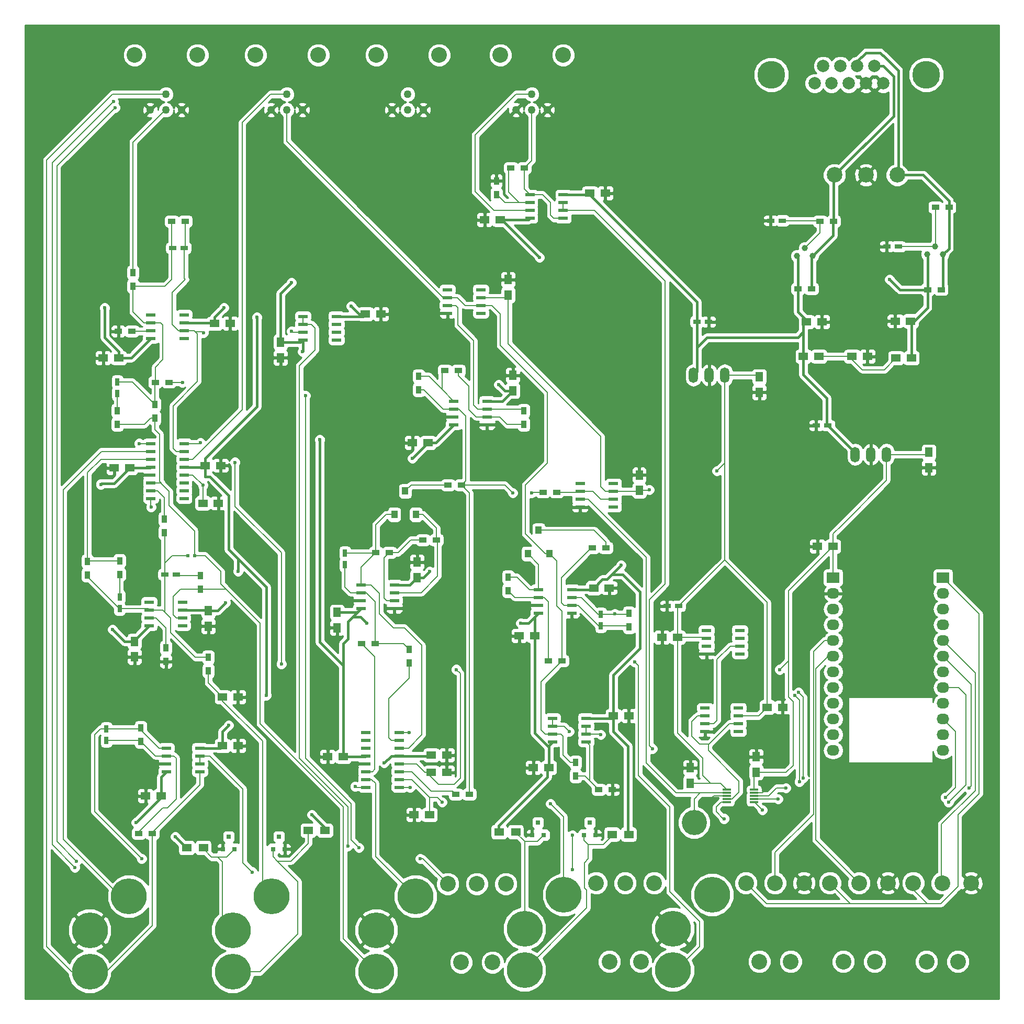
<source format=gbr>
G04 #@! TF.FileFunction,Copper,L1,Top,Signal*
%FSLAX46Y46*%
G04 Gerber Fmt 4.6, Leading zero omitted, Abs format (unit mm)*
G04 Created by KiCad (PCBNEW 4.0.2-stable) date 9/9/2016 3:28:36 PM*
%MOMM*%
G01*
G04 APERTURE LIST*
%ADD10C,0.100000*%
%ADD11R,1.550000X0.600000*%
%ADD12C,0.600000*%
%ADD13O,2.032000X1.727200*%
%ADD14R,2.032000X1.727200*%
%ADD15R,1.500000X0.600000*%
%ADD16R,1.500000X1.250000*%
%ADD17R,0.750000X1.200000*%
%ADD18R,1.200000X0.750000*%
%ADD19R,0.600000X0.500000*%
%ADD20R,1.250000X1.500000*%
%ADD21R,0.800100X0.800100*%
%ADD22C,1.000760*%
%ADD23R,1.500000X1.300000*%
%ADD24R,0.900000X1.200000*%
%ADD25R,1.200000X0.900000*%
%ADD26R,1.400000X0.300000*%
%ADD27C,2.510000*%
%ADD28O,1.501140X2.499360*%
%ADD29R,1.000000X1.300000*%
%ADD30C,5.800000*%
%ADD31C,2.540000*%
%ADD32C,1.270000*%
%ADD33C,4.500000*%
%ADD34C,2.000000*%
%ADD35C,4.064000*%
%ADD36C,0.400000*%
%ADD37C,0.180000*%
%ADD38C,0.254000*%
G04 APERTURE END LIST*
D10*
D11*
X44036000Y-93599000D03*
X44036000Y-94869000D03*
X44036000Y-96139000D03*
X44036000Y-97409000D03*
X49436000Y-97409000D03*
X49436000Y-96139000D03*
X49436000Y-94869000D03*
X49436000Y-93599000D03*
D12*
X59944000Y-167386000D03*
X58928000Y-165989000D03*
X109601000Y-170053000D03*
X104521000Y-174752000D03*
X137033000Y-157988000D03*
X141859000Y-149479000D03*
X141351000Y-156210000D03*
X128016000Y-166624000D03*
X112776000Y-145542000D03*
X112776000Y-144018000D03*
X84455000Y-134112000D03*
X40259000Y-123063000D03*
X40259000Y-121412000D03*
X49784000Y-125095000D03*
X107696000Y-125095000D03*
X117475000Y-139827000D03*
D13*
X172212000Y-164084000D03*
X172212000Y-161544000D03*
X172212000Y-159004000D03*
X172212000Y-156464000D03*
X172212000Y-153924000D03*
X172212000Y-151384000D03*
X172212000Y-148844000D03*
X172212000Y-146304000D03*
X172212000Y-143764000D03*
X172212000Y-141224000D03*
X172212000Y-138684000D03*
D14*
X172212000Y-136144000D03*
X172212000Y-136144000D03*
D13*
X172212000Y-138684000D03*
X172212000Y-141224000D03*
X172212000Y-143764000D03*
X172212000Y-146304000D03*
X172212000Y-148844000D03*
X172212000Y-151384000D03*
X172212000Y-153924000D03*
X172212000Y-156464000D03*
X172212000Y-159004000D03*
X172212000Y-161544000D03*
X172212000Y-164084000D03*
X154432000Y-164084000D03*
X154432000Y-161544000D03*
X154432000Y-159004000D03*
X154432000Y-156464000D03*
X154432000Y-153924000D03*
X154432000Y-151384000D03*
X154432000Y-148844000D03*
X154432000Y-146304000D03*
X154432000Y-143764000D03*
X154432000Y-141224000D03*
X154432000Y-138684000D03*
D14*
X154432000Y-136144000D03*
X154432000Y-136144000D03*
D13*
X154432000Y-138684000D03*
X154432000Y-141224000D03*
X154432000Y-143764000D03*
X154432000Y-146304000D03*
X154432000Y-148844000D03*
X154432000Y-151384000D03*
X154432000Y-153924000D03*
X154432000Y-156464000D03*
X154432000Y-159004000D03*
X154432000Y-161544000D03*
X154432000Y-164084000D03*
D15*
X78834000Y-161163000D03*
X78834000Y-162433000D03*
X78834000Y-163703000D03*
X78834000Y-164973000D03*
X78834000Y-166243000D03*
X78834000Y-167513000D03*
X78834000Y-168783000D03*
X78834000Y-170053000D03*
X84234000Y-170053000D03*
X84234000Y-168783000D03*
X84234000Y-167513000D03*
X84234000Y-166243000D03*
X84234000Y-164973000D03*
X84234000Y-163703000D03*
X84234000Y-162433000D03*
X84234000Y-161163000D03*
D16*
X52852000Y-117983000D03*
X55352000Y-117983000D03*
X40620000Y-118364000D03*
X38120000Y-118364000D03*
D17*
X38989000Y-141158000D03*
X38989000Y-139258000D03*
D16*
X55646000Y-155448000D03*
X58146000Y-155448000D03*
D18*
X48194000Y-135636000D03*
X46294000Y-135636000D03*
D19*
X51096000Y-132588000D03*
X49996000Y-132588000D03*
D20*
X53340000Y-141498000D03*
X53340000Y-143998000D03*
X41402000Y-146451000D03*
X41402000Y-148951000D03*
D16*
X115717000Y-137795000D03*
X118217000Y-137795000D03*
X106152000Y-145542000D03*
X103652000Y-145542000D03*
D17*
X38608000Y-104460000D03*
X38608000Y-106360000D03*
X116840000Y-143952000D03*
X116840000Y-142052000D03*
D18*
X47564000Y-82804000D03*
X49464000Y-82804000D03*
D16*
X54376000Y-94996000D03*
X56876000Y-94996000D03*
X36342000Y-100584000D03*
X38842000Y-100584000D03*
X115082000Y-73914000D03*
X117582000Y-73914000D03*
X100564000Y-78232000D03*
X98064000Y-78232000D03*
D17*
X36830000Y-160594000D03*
X36830000Y-162494000D03*
D16*
X45700000Y-171450000D03*
X43200000Y-171450000D03*
D20*
X65024000Y-98064000D03*
X65024000Y-100564000D03*
D16*
X78760000Y-93472000D03*
X81260000Y-93472000D03*
X55646000Y-163322000D03*
X58146000Y-163322000D03*
D18*
X127574000Y-140716000D03*
X129474000Y-140716000D03*
D16*
X126766000Y-145796000D03*
X129266000Y-145796000D03*
D20*
X131318000Y-169398000D03*
X131318000Y-166898000D03*
X141986000Y-165120000D03*
X141986000Y-167620000D03*
D16*
X143784000Y-157099000D03*
X146284000Y-157099000D03*
X154412000Y-131064000D03*
X151912000Y-131064000D03*
D18*
X132400000Y-94742000D03*
X134300000Y-94742000D03*
X146238000Y-78359000D03*
X144338000Y-78359000D03*
X163134000Y-82550000D03*
X165034000Y-82550000D03*
D20*
X142494000Y-103652000D03*
X142494000Y-106152000D03*
D18*
X153604000Y-111506000D03*
X151704000Y-111506000D03*
D16*
X150134000Y-94742000D03*
X152634000Y-94742000D03*
X164485000Y-94615000D03*
X166985000Y-94615000D03*
X157500000Y-100330000D03*
X160000000Y-100330000D03*
D20*
X169926000Y-115844000D03*
X169926000Y-118344000D03*
D16*
X152126000Y-100330000D03*
X149626000Y-100330000D03*
X167112000Y-100584000D03*
X164612000Y-100584000D03*
X89134000Y-174498000D03*
X86634000Y-174498000D03*
D20*
X123063000Y-122027000D03*
X123063000Y-119527000D03*
D16*
X72664000Y-165100000D03*
X75164000Y-165100000D03*
X89428000Y-164846000D03*
X91928000Y-164846000D03*
D20*
X74168000Y-144252000D03*
X74168000Y-141752000D03*
D17*
X75438000Y-132146000D03*
X75438000Y-134046000D03*
D20*
X102616000Y-103398000D03*
X102616000Y-105898000D03*
X87122000Y-136124000D03*
X87122000Y-133624000D03*
D16*
X86380000Y-114300000D03*
X88880000Y-114300000D03*
D20*
X101854000Y-90404000D03*
X101854000Y-87904000D03*
D16*
X121392000Y-158496000D03*
X118892000Y-158496000D03*
X105938000Y-166878000D03*
X108438000Y-166878000D03*
D21*
X63820000Y-180070760D03*
X65720000Y-180070760D03*
X64770000Y-178071780D03*
X55692000Y-180070760D03*
X57592000Y-180070760D03*
X56642000Y-178071780D03*
X114112000Y-177784760D03*
X116012000Y-177784760D03*
X115062000Y-175785780D03*
X105730000Y-177784760D03*
X107630000Y-177784760D03*
X106680000Y-175785780D03*
D22*
X170942000Y-82550000D03*
X172212000Y-83820000D03*
X169672000Y-83820000D03*
X149860000Y-82804000D03*
X151130000Y-84074000D03*
X148590000Y-84074000D03*
D23*
X72216000Y-177038000D03*
X69516000Y-177038000D03*
X49831000Y-179832000D03*
X52531000Y-179832000D03*
D24*
X38989000Y-135593000D03*
X38989000Y-133393000D03*
X33782000Y-135720000D03*
X33782000Y-133520000D03*
X53340000Y-149014000D03*
X53340000Y-151214000D03*
D25*
X110574000Y-149606000D03*
X108374000Y-149606000D03*
D24*
X46482000Y-147490000D03*
X46482000Y-149690000D03*
X46228000Y-126662000D03*
X46228000Y-128862000D03*
X52070000Y-138006000D03*
X52070000Y-135806000D03*
X101854000Y-138260000D03*
X101854000Y-136060000D03*
X38608000Y-109136000D03*
X38608000Y-111336000D03*
X41148000Y-88984000D03*
X41148000Y-86784000D03*
X44704000Y-108120000D03*
X44704000Y-110320000D03*
D25*
X115486000Y-131318000D03*
X117686000Y-131318000D03*
X46947000Y-104521000D03*
X44747000Y-104521000D03*
X40978000Y-96266000D03*
X38778000Y-96266000D03*
D24*
X121412000Y-141902000D03*
X121412000Y-144102000D03*
X99949000Y-71925000D03*
X99949000Y-74125000D03*
D25*
X102278000Y-69850000D03*
X104478000Y-69850000D03*
X42080000Y-177546000D03*
X44280000Y-177546000D03*
D24*
X42418000Y-160444000D03*
X42418000Y-162644000D03*
D25*
X152316000Y-78486000D03*
X154516000Y-78486000D03*
X170985000Y-76200000D03*
X173185000Y-76200000D03*
X78148000Y-146812000D03*
X80348000Y-146812000D03*
X95588000Y-171196000D03*
X93388000Y-171196000D03*
X107485000Y-122301000D03*
X109685000Y-122301000D03*
X92118000Y-121158000D03*
X94318000Y-121158000D03*
D24*
X85852000Y-147744000D03*
X85852000Y-149944000D03*
X87376000Y-105748000D03*
X87376000Y-103548000D03*
D25*
X80434000Y-132080000D03*
X82634000Y-132080000D03*
X93810000Y-102616000D03*
X91610000Y-102616000D03*
X88054000Y-130048000D03*
X90254000Y-130048000D03*
D24*
X104394000Y-109136000D03*
X104394000Y-111336000D03*
X112776000Y-168232000D03*
X112776000Y-166032000D03*
D25*
X118702000Y-170434000D03*
X116502000Y-170434000D03*
X148760000Y-89408000D03*
X150960000Y-89408000D03*
X169715000Y-89535000D03*
X171915000Y-89535000D03*
D15*
X44036000Y-114427000D03*
X44036000Y-115697000D03*
X44036000Y-116967000D03*
X44036000Y-118237000D03*
X44036000Y-119507000D03*
X44036000Y-120777000D03*
X44036000Y-122047000D03*
X44036000Y-123317000D03*
X49436000Y-123317000D03*
X49436000Y-122047000D03*
X49436000Y-120777000D03*
X49436000Y-119507000D03*
X49436000Y-118237000D03*
X49436000Y-116967000D03*
X49436000Y-115697000D03*
X49436000Y-114427000D03*
D11*
X43782000Y-140081000D03*
X43782000Y-141351000D03*
X43782000Y-142621000D03*
X43782000Y-143891000D03*
X49182000Y-143891000D03*
X49182000Y-142621000D03*
X49182000Y-141351000D03*
X49182000Y-140081000D03*
X46576000Y-163703000D03*
X46576000Y-164973000D03*
X46576000Y-166243000D03*
X46576000Y-167513000D03*
X51976000Y-167513000D03*
X51976000Y-166243000D03*
X51976000Y-164973000D03*
X51976000Y-163703000D03*
X105377000Y-74168000D03*
X105377000Y-75438000D03*
X105377000Y-76708000D03*
X105377000Y-77978000D03*
X110777000Y-77978000D03*
X110777000Y-76708000D03*
X110777000Y-75438000D03*
X110777000Y-74168000D03*
X68674000Y-93853000D03*
X68674000Y-95123000D03*
X68674000Y-96393000D03*
X68674000Y-97663000D03*
X74074000Y-97663000D03*
X74074000Y-96393000D03*
X74074000Y-95123000D03*
X74074000Y-93853000D03*
X78072000Y-137287000D03*
X78072000Y-138557000D03*
X78072000Y-139827000D03*
X78072000Y-141097000D03*
X83472000Y-141097000D03*
X83472000Y-139827000D03*
X83472000Y-138557000D03*
X83472000Y-137287000D03*
X93058000Y-107569000D03*
X93058000Y-108839000D03*
X93058000Y-110109000D03*
X93058000Y-111379000D03*
X98458000Y-111379000D03*
X98458000Y-110109000D03*
X98458000Y-108839000D03*
X98458000Y-107569000D03*
X109060000Y-158877000D03*
X109060000Y-160147000D03*
X109060000Y-161417000D03*
X109060000Y-162687000D03*
X114460000Y-162687000D03*
X114460000Y-161417000D03*
X114460000Y-160147000D03*
X114460000Y-158877000D03*
X133952000Y-144653000D03*
X133952000Y-145923000D03*
X133952000Y-147193000D03*
X133952000Y-148463000D03*
X139352000Y-148463000D03*
X139352000Y-147193000D03*
X139352000Y-145923000D03*
X139352000Y-144653000D03*
D26*
X137246000Y-170450000D03*
X137246000Y-170950000D03*
X137246000Y-171450000D03*
X137246000Y-171950000D03*
X137246000Y-172450000D03*
X141646000Y-172450000D03*
X141646000Y-171950000D03*
X141646000Y-171450000D03*
X141646000Y-170950000D03*
X141646000Y-170450000D03*
D11*
X133698000Y-157226000D03*
X133698000Y-158496000D03*
X133698000Y-159766000D03*
X133698000Y-161036000D03*
X139098000Y-161036000D03*
X139098000Y-159766000D03*
X139098000Y-158496000D03*
X139098000Y-157226000D03*
D27*
X154655000Y-70985000D03*
X159735000Y-70985000D03*
X164815000Y-70985000D03*
D28*
X134366000Y-103378000D03*
X131826000Y-103378000D03*
X136906000Y-103378000D03*
X160528000Y-116205000D03*
X157988000Y-116205000D03*
X163068000Y-116205000D03*
D11*
X113505000Y-120904000D03*
X113505000Y-122174000D03*
X113505000Y-123444000D03*
X113505000Y-124714000D03*
X118905000Y-124714000D03*
X118905000Y-123444000D03*
X118905000Y-122174000D03*
X118905000Y-120904000D03*
X92042000Y-89535000D03*
X92042000Y-90805000D03*
X92042000Y-92075000D03*
X92042000Y-93345000D03*
X97442000Y-93345000D03*
X97442000Y-92075000D03*
X97442000Y-90805000D03*
X97442000Y-89535000D03*
X106774000Y-138049000D03*
X106774000Y-139319000D03*
X106774000Y-140589000D03*
X106774000Y-141859000D03*
X112174000Y-141859000D03*
X112174000Y-140589000D03*
X112174000Y-139319000D03*
X112174000Y-138049000D03*
D29*
X108531600Y-132273200D03*
X105031600Y-132273200D03*
X106781600Y-128473200D03*
X86941600Y-125923200D03*
X83441600Y-125923200D03*
X85191600Y-122123200D03*
D30*
X40503000Y-187698000D03*
X34158000Y-193198000D03*
X34158000Y-199898000D03*
X63617000Y-187698000D03*
X57272000Y-193198000D03*
X57272000Y-199898000D03*
X134864000Y-187444000D03*
X128519000Y-192944000D03*
X128519000Y-199644000D03*
X110861000Y-187444000D03*
X104516000Y-192944000D03*
X104516000Y-199644000D03*
X86858000Y-187698000D03*
X80513000Y-193198000D03*
X80513000Y-199898000D03*
D31*
X51562000Y-51562000D03*
X41402000Y-51562000D03*
D32*
X46482000Y-57912000D03*
X46482000Y-60452000D03*
X43942000Y-60452000D03*
X49022000Y-60452000D03*
D31*
X71120000Y-51562000D03*
X60960000Y-51562000D03*
D32*
X66040000Y-57912000D03*
X66040000Y-60452000D03*
X63500000Y-60452000D03*
X68580000Y-60452000D03*
D31*
X90678000Y-51562000D03*
X80518000Y-51562000D03*
D32*
X85598000Y-57912000D03*
X85598000Y-60452000D03*
X83058000Y-60452000D03*
X88138000Y-60452000D03*
D31*
X110744000Y-51562000D03*
X100584000Y-51562000D03*
D32*
X105664000Y-57912000D03*
X105664000Y-60452000D03*
X103124000Y-60452000D03*
X108204000Y-60452000D03*
D31*
X172085000Y-185547000D03*
X167386000Y-185547000D03*
X176784000Y-185547000D03*
X169545000Y-198247000D03*
X174625000Y-198247000D03*
X158623000Y-185547000D03*
X153924000Y-185547000D03*
X163322000Y-185547000D03*
X156083000Y-198247000D03*
X161163000Y-198247000D03*
X145034000Y-185547000D03*
X140335000Y-185547000D03*
X149733000Y-185547000D03*
X142494000Y-198247000D03*
X147574000Y-198247000D03*
X120777000Y-185547000D03*
X116078000Y-185547000D03*
X125476000Y-185547000D03*
X118237000Y-198247000D03*
X123317000Y-198247000D03*
X96774000Y-185674000D03*
X92075000Y-185674000D03*
X101473000Y-185674000D03*
X94234000Y-198374000D03*
X99314000Y-198374000D03*
D16*
X52471000Y-124079000D03*
X54971000Y-124079000D03*
X89428000Y-167640000D03*
X91928000Y-167640000D03*
D33*
X169492000Y-54746000D03*
X144452000Y-54746000D03*
D34*
X161127000Y-53326000D03*
X158357000Y-53326000D03*
X155587000Y-53326000D03*
X152817000Y-53326000D03*
X162512000Y-56166000D03*
X159742000Y-56166000D03*
X156972000Y-56166000D03*
X154202000Y-56166000D03*
X151432000Y-56166000D03*
D12*
X56134000Y-119888000D03*
X119634000Y-139700000D03*
X109982000Y-125095000D03*
D23*
X121365000Y-177673000D03*
X118665000Y-177673000D03*
X103077000Y-177292000D03*
X100377000Y-177292000D03*
D35*
X131953000Y-175768000D03*
D25*
X47414000Y-78486000D03*
X49614000Y-78486000D03*
D12*
X81788000Y-166116000D03*
X61214000Y-93980000D03*
X58166000Y-135128000D03*
X56134000Y-140208000D03*
X56642000Y-160020000D03*
X62738000Y-155194000D03*
X70104000Y-174498000D03*
X89154000Y-135128000D03*
X120142000Y-134112000D03*
X100330000Y-104902000D03*
X55880000Y-92456000D03*
X76454000Y-92202000D03*
X66802000Y-88392000D03*
X103886000Y-143510000D03*
X78994000Y-143510000D03*
X71374000Y-113792000D03*
X86360000Y-116840000D03*
X68580000Y-99568000D03*
X35941000Y-121031000D03*
X37846000Y-144526000D03*
X41656000Y-175768000D03*
X48006000Y-178054000D03*
X36576000Y-92456000D03*
X163576000Y-87884000D03*
X106934000Y-84328000D03*
X122301000Y-149733000D03*
X119126000Y-141986000D03*
X52578000Y-96520000D03*
X66802000Y-96266000D03*
X42545000Y-181610000D03*
X87630000Y-181610000D03*
X135636000Y-118872000D03*
X124714000Y-121920000D03*
X93472000Y-151003000D03*
X145796000Y-151003000D03*
X52471000Y-121178000D03*
X91186000Y-172466000D03*
X108712000Y-172720000D03*
X31750000Y-183007000D03*
X37973000Y-59055000D03*
X112268000Y-183388000D03*
X112268000Y-177800000D03*
X111760000Y-161036000D03*
X75946000Y-179578000D03*
X60452000Y-183769000D03*
X69088000Y-106680000D03*
X77724000Y-179832000D03*
X49149000Y-104521000D03*
X105664000Y-122428000D03*
X102616000Y-122428000D03*
X42164000Y-114427000D03*
X52070000Y-114300000D03*
X57658000Y-117475000D03*
X65151000Y-150114000D03*
X44069000Y-124714000D03*
X148971000Y-169164000D03*
X85979000Y-170053000D03*
X148209000Y-155194000D03*
X149606000Y-168529000D03*
X148844000Y-154686000D03*
X85852000Y-161163000D03*
X77089000Y-169926000D03*
X125222000Y-163830000D03*
X116840000Y-161544000D03*
X136779000Y-175133000D03*
X143002000Y-173736000D03*
X173101000Y-172466000D03*
X172593000Y-171704000D03*
X145542000Y-171958000D03*
X146812000Y-170180000D03*
X176403000Y-170180000D03*
X32004000Y-181991000D03*
X38227000Y-60071000D03*
D36*
X52852000Y-119761000D02*
X53594000Y-119761000D01*
X56642000Y-131572000D02*
X57785000Y-132715000D01*
X56642000Y-122809000D02*
X56642000Y-131572000D01*
X53594000Y-119761000D02*
X56642000Y-122809000D01*
X82931000Y-164973000D02*
X84234000Y-164973000D01*
X81788000Y-166116000D02*
X82931000Y-164973000D01*
X121242000Y-177546000D02*
X121242000Y-163406000D01*
X118892000Y-161056000D02*
X118892000Y-158496000D01*
X121242000Y-163406000D02*
X118892000Y-161056000D01*
X118892000Y-158496000D02*
X118892000Y-151872000D01*
X120396000Y-135636000D02*
X118618000Y-135636000D01*
X123190000Y-138430000D02*
X120396000Y-135636000D01*
X123190000Y-147574000D02*
X123190000Y-138430000D01*
X118892000Y-151872000D02*
X123190000Y-147574000D01*
X52852000Y-117983000D02*
X52852000Y-116820000D01*
X61214000Y-108458000D02*
X61214000Y-93980000D01*
X52852000Y-116820000D02*
X61214000Y-108458000D01*
X53340000Y-141498000D02*
X54844000Y-141498000D01*
X58166000Y-135128000D02*
X58166000Y-133096000D01*
X54844000Y-141498000D02*
X56134000Y-140208000D01*
X55646000Y-163322000D02*
X55646000Y-161016000D01*
X55646000Y-161016000D02*
X56642000Y-160020000D01*
X52852000Y-117983000D02*
X52852000Y-119761000D01*
X57785000Y-132715000D02*
X58166000Y-133096000D01*
X58166000Y-133096000D02*
X62738000Y-137668000D01*
X62738000Y-137668000D02*
X62738000Y-155194000D01*
X70104000Y-174498000D02*
X72216000Y-176610000D01*
X72216000Y-176610000D02*
X72216000Y-177038000D01*
X88158000Y-136124000D02*
X87122000Y-136124000D01*
X89154000Y-135128000D02*
X88158000Y-136124000D01*
X117114000Y-136398000D02*
X115717000Y-137795000D01*
X118618000Y-135636000D02*
X117856000Y-136398000D01*
X117856000Y-136398000D02*
X117114000Y-136398000D01*
X120142000Y-134112000D02*
X118618000Y-135636000D01*
X115082000Y-73914000D02*
X115082000Y-74188000D01*
X115082000Y-74188000D02*
X132400000Y-91506000D01*
X132400000Y-91506000D02*
X132400000Y-94742000D01*
X101326000Y-105898000D02*
X102616000Y-105898000D01*
X100330000Y-104902000D02*
X101326000Y-105898000D01*
X54376000Y-94996000D02*
X54376000Y-93960000D01*
X54376000Y-93960000D02*
X55880000Y-92456000D01*
X77724000Y-93472000D02*
X78760000Y-93472000D01*
X76454000Y-92202000D02*
X77724000Y-93472000D01*
X114460000Y-158877000D02*
X118511000Y-158877000D01*
X118511000Y-158877000D02*
X118892000Y-158496000D01*
X112174000Y-138049000D02*
X115463000Y-138049000D01*
X115463000Y-138049000D02*
X115717000Y-137795000D01*
X74074000Y-93853000D02*
X78379000Y-93853000D01*
X78379000Y-93853000D02*
X78760000Y-93472000D01*
X110777000Y-74168000D02*
X114828000Y-74168000D01*
X114828000Y-74168000D02*
X115082000Y-73914000D01*
X98458000Y-107569000D02*
X100945000Y-107569000D01*
X100945000Y-107569000D02*
X102616000Y-105898000D01*
X83472000Y-137287000D02*
X85959000Y-137287000D01*
X85959000Y-137287000D02*
X87122000Y-136124000D01*
X84234000Y-164973000D02*
X89301000Y-164973000D01*
X89301000Y-164973000D02*
X89428000Y-164846000D01*
X51976000Y-163703000D02*
X55265000Y-163703000D01*
X55265000Y-163703000D02*
X55646000Y-163322000D01*
X49182000Y-141351000D02*
X53193000Y-141351000D01*
X53193000Y-141351000D02*
X53340000Y-141498000D01*
X49436000Y-118237000D02*
X52598000Y-118237000D01*
X52598000Y-118237000D02*
X52852000Y-117983000D01*
X49436000Y-94869000D02*
X54249000Y-94869000D01*
X54249000Y-94869000D02*
X54376000Y-94996000D01*
X157988000Y-116205000D02*
X157988000Y-115890000D01*
X157988000Y-115890000D02*
X153416000Y-111318000D01*
X153416000Y-111318000D02*
X153416000Y-107061000D01*
X153416000Y-107061000D02*
X149626000Y-103271000D01*
X149626000Y-103271000D02*
X149626000Y-100330000D01*
X132400000Y-99060000D02*
X132400000Y-98867000D01*
X148717000Y-97282000D02*
X149626000Y-96373000D01*
X133985000Y-97282000D02*
X148717000Y-97282000D01*
X132400000Y-98867000D02*
X133985000Y-97282000D01*
X132400000Y-94742000D02*
X132400000Y-99060000D01*
X132400000Y-99060000D02*
X132400000Y-102804000D01*
X132400000Y-102804000D02*
X131826000Y-103378000D01*
X149626000Y-100330000D02*
X149626000Y-96373000D01*
X149626000Y-96373000D02*
X149626000Y-95250000D01*
X149626000Y-95250000D02*
X150134000Y-94742000D01*
X150134000Y-94742000D02*
X150134000Y-94508000D01*
X150134000Y-94508000D02*
X148760000Y-93134000D01*
X148760000Y-93134000D02*
X148760000Y-89408000D01*
X148760000Y-89408000D02*
X148760000Y-84244000D01*
X148760000Y-84244000D02*
X148590000Y-84074000D01*
D37*
X137246000Y-171450000D02*
X135128000Y-171450000D01*
X135128000Y-171450000D02*
X134874000Y-171704000D01*
X141646000Y-170950000D02*
X142994000Y-170950000D01*
X142994000Y-170950000D02*
X143510000Y-170434000D01*
X42502000Y-166370000D02*
X46449000Y-166370000D01*
X46449000Y-166370000D02*
X46576000Y-166243000D01*
D36*
X101028500Y-175577500D02*
X100330000Y-176276000D01*
X100330000Y-176276000D02*
X100330000Y-177245000D01*
X100330000Y-177245000D02*
X100377000Y-177292000D01*
X65024000Y-98064000D02*
X65024000Y-90170000D01*
X65024000Y-90170000D02*
X66802000Y-88392000D01*
X76708000Y-142494000D02*
X77978000Y-142494000D01*
X106152000Y-142514000D02*
X106152000Y-142481000D01*
X105156000Y-143510000D02*
X106152000Y-142514000D01*
X103886000Y-143510000D02*
X105156000Y-143510000D01*
X77978000Y-142494000D02*
X78994000Y-143510000D01*
X75164000Y-150368000D02*
X75164000Y-150348000D01*
X71374000Y-146558000D02*
X71374000Y-113792000D01*
X75164000Y-150348000D02*
X71374000Y-146558000D01*
X75164000Y-165100000D02*
X75164000Y-150368000D01*
X75164000Y-150368000D02*
X75164000Y-146832000D01*
X77724000Y-141478000D02*
X77724000Y-141445000D01*
X75946000Y-143256000D02*
X76708000Y-142494000D01*
X76708000Y-142494000D02*
X77724000Y-141478000D01*
X75946000Y-146050000D02*
X75946000Y-143256000D01*
X75164000Y-146832000D02*
X75946000Y-146050000D01*
X108204000Y-168402000D02*
X108204000Y-167112000D01*
X101028500Y-175577500D02*
X108204000Y-168402000D01*
X108204000Y-167112000D02*
X108438000Y-166878000D01*
X108438000Y-163830000D02*
X108438000Y-163556000D01*
X106152000Y-161270000D02*
X106152000Y-145542000D01*
X108438000Y-163556000D02*
X106152000Y-161270000D01*
X88880000Y-114300000D02*
X88880000Y-114320000D01*
X88880000Y-114320000D02*
X86360000Y-116840000D01*
X68674000Y-99474000D02*
X68674000Y-97663000D01*
X68580000Y-99568000D02*
X68674000Y-99474000D01*
X40620000Y-118364000D02*
X38080000Y-120904000D01*
X36068000Y-120904000D02*
X38080000Y-120904000D01*
X36068000Y-120904000D02*
X35941000Y-121031000D01*
X41402000Y-146451000D02*
X39771000Y-146451000D01*
X39771000Y-146451000D02*
X37846000Y-144526000D01*
X41656000Y-175768000D02*
X45700000Y-171724000D01*
X45700000Y-171724000D02*
X45700000Y-171450000D01*
X48006000Y-178054000D02*
X49784000Y-179832000D01*
X49784000Y-179832000D02*
X49831000Y-179832000D01*
X38842000Y-100584000D02*
X38842000Y-99548000D01*
X36576000Y-97282000D02*
X38842000Y-99548000D01*
X36576000Y-97282000D02*
X36576000Y-92456000D01*
X100564000Y-78232000D02*
X100838000Y-78232000D01*
X100838000Y-78232000D02*
X106934000Y-84328000D01*
X165227000Y-89535000D02*
X169715000Y-89535000D01*
X163576000Y-87884000D02*
X165227000Y-89535000D01*
X108438000Y-166878000D02*
X108438000Y-163830000D01*
X108438000Y-163830000D02*
X108438000Y-163309000D01*
X108438000Y-163309000D02*
X109060000Y-162687000D01*
X106152000Y-145542000D02*
X106152000Y-142481000D01*
X106152000Y-142481000D02*
X106774000Y-141859000D01*
X65024000Y-98064000D02*
X68273000Y-98064000D01*
X68273000Y-98064000D02*
X68674000Y-97663000D01*
X100564000Y-78232000D02*
X105123000Y-78232000D01*
X105123000Y-78232000D02*
X105377000Y-77978000D01*
X88880000Y-114300000D02*
X90137000Y-114300000D01*
X90137000Y-114300000D02*
X93058000Y-111379000D01*
X74168000Y-141752000D02*
X77417000Y-141752000D01*
X77417000Y-141752000D02*
X77724000Y-141445000D01*
X77724000Y-141445000D02*
X78072000Y-141097000D01*
X75164000Y-165100000D02*
X78707000Y-165100000D01*
X78707000Y-165100000D02*
X78834000Y-164973000D01*
X45700000Y-171450000D02*
X45700000Y-168389000D01*
X45700000Y-168389000D02*
X46576000Y-167513000D01*
X41402000Y-146451000D02*
X41402000Y-146271000D01*
X41402000Y-146271000D02*
X43782000Y-143891000D01*
X40620000Y-118364000D02*
X43909000Y-118364000D01*
X43909000Y-118364000D02*
X44036000Y-118237000D01*
X38842000Y-100584000D02*
X40861000Y-100584000D01*
X40861000Y-100584000D02*
X44036000Y-97409000D01*
X167112000Y-100584000D02*
X167112000Y-94742000D01*
X167112000Y-94742000D02*
X166985000Y-94615000D01*
X166985000Y-94615000D02*
X167513000Y-94615000D01*
X167513000Y-94615000D02*
X169715000Y-92413000D01*
X169715000Y-92413000D02*
X169715000Y-89535000D01*
X169715000Y-89535000D02*
X169715000Y-83863000D01*
X169715000Y-83863000D02*
X169672000Y-83820000D01*
D37*
X46294000Y-135636000D02*
X46294000Y-141671000D01*
X46294000Y-141671000D02*
X46228000Y-141605000D01*
X38989000Y-141158000D02*
X43589000Y-141158000D01*
X43589000Y-141158000D02*
X43782000Y-141351000D01*
X49996000Y-132588000D02*
X47498000Y-132588000D01*
X47498000Y-132588000D02*
X46294000Y-133792000D01*
X53340000Y-149014000D02*
X51224000Y-149014000D01*
X51224000Y-149014000D02*
X47244000Y-145034000D01*
X47244000Y-145034000D02*
X47244000Y-142621000D01*
X47244000Y-142621000D02*
X46228000Y-141605000D01*
X45974000Y-141351000D02*
X43782000Y-141351000D01*
X46228000Y-141605000D02*
X45974000Y-141351000D01*
X46294000Y-135636000D02*
X46294000Y-133792000D01*
X46294000Y-133792000D02*
X46294000Y-128928000D01*
X46294000Y-128928000D02*
X46525000Y-129159000D01*
X33782000Y-135720000D02*
X33782000Y-135951000D01*
X33782000Y-135951000D02*
X39182000Y-141351000D01*
X38989000Y-135593000D02*
X38989000Y-139258000D01*
X55646000Y-155448000D02*
X55646000Y-156103000D01*
X62103000Y-162560000D02*
X62103000Y-186184000D01*
X55646000Y-156103000D02*
X62103000Y-162560000D01*
X62103000Y-186184000D02*
X63617000Y-187698000D01*
X53340000Y-151214000D02*
X53340000Y-153142000D01*
X53340000Y-153142000D02*
X55646000Y-155448000D01*
X52070000Y-135806000D02*
X48364000Y-135806000D01*
X48364000Y-135806000D02*
X48194000Y-135636000D01*
X51096000Y-132588000D02*
X51096000Y-128566000D01*
X45720000Y-120904000D02*
X45720000Y-120777000D01*
X46990000Y-122174000D02*
X45720000Y-120904000D01*
X46990000Y-124460000D02*
X46990000Y-122174000D01*
X51096000Y-128566000D02*
X46990000Y-124460000D01*
X51096000Y-132588000D02*
X52832000Y-132588000D01*
X55372000Y-137160000D02*
X56218000Y-138006000D01*
X55372000Y-135128000D02*
X55372000Y-137160000D01*
X52832000Y-132588000D02*
X55372000Y-135128000D01*
X52070000Y-138006000D02*
X56218000Y-138006000D01*
X75184000Y-194569000D02*
X80513000Y-199898000D01*
X75184000Y-173228000D02*
X75184000Y-194569000D01*
X61722000Y-159766000D02*
X75184000Y-173228000D01*
X61722000Y-143510000D02*
X61722000Y-159766000D01*
X56218000Y-138006000D02*
X61722000Y-143510000D01*
X80513000Y-199898000D02*
X80513000Y-199893000D01*
X38608000Y-111336000D02*
X42969000Y-111336000D01*
X43985000Y-110320000D02*
X44704000Y-110320000D01*
X42969000Y-111336000D02*
X43985000Y-110320000D01*
X44704000Y-110320000D02*
X44704000Y-112141000D01*
X44704000Y-112141000D02*
X45466000Y-112903000D01*
X45466000Y-112903000D02*
X45466000Y-120523000D01*
X45466000Y-120523000D02*
X45720000Y-120777000D01*
X44036000Y-120777000D02*
X45720000Y-120777000D01*
X52070000Y-138006000D02*
X48811000Y-138006000D01*
X48133000Y-142621000D02*
X49182000Y-142621000D01*
X47625000Y-142113000D02*
X48133000Y-142621000D01*
X47625000Y-139192000D02*
X47625000Y-142113000D01*
X48811000Y-138006000D02*
X47625000Y-139192000D01*
X47414000Y-78486000D02*
X47414000Y-82654000D01*
X47414000Y-82654000D02*
X47564000Y-82804000D01*
X44747000Y-104521000D02*
X44747000Y-102065000D01*
X45593000Y-94869000D02*
X44036000Y-94869000D01*
X45974000Y-95250000D02*
X45593000Y-94869000D01*
X45974000Y-100838000D02*
X45974000Y-95250000D01*
X44747000Y-102065000D02*
X45974000Y-100838000D01*
X47414000Y-82954000D02*
X47564000Y-82804000D01*
X41148000Y-88984000D02*
X46314000Y-88984000D01*
X44036000Y-94869000D02*
X42926000Y-94869000D01*
X42926000Y-94869000D02*
X41148000Y-93091000D01*
X41148000Y-93091000D02*
X41148000Y-91694000D01*
X41148000Y-91694000D02*
X41148000Y-88984000D01*
X44704000Y-108120000D02*
X44704000Y-104564000D01*
X44704000Y-104564000D02*
X44747000Y-104521000D01*
X38608000Y-104460000D02*
X41044000Y-104460000D01*
X41044000Y-104460000D02*
X44704000Y-108120000D01*
X47414000Y-87884000D02*
X47414000Y-82954000D01*
X46314000Y-88984000D02*
X47414000Y-87884000D01*
X38608000Y-109136000D02*
X38608000Y-106360000D01*
X115486000Y-131318000D02*
X115316000Y-131318000D01*
X115316000Y-131318000D02*
X110490000Y-136144000D01*
X110490000Y-136144000D02*
X110490000Y-140208000D01*
X110490000Y-140208000D02*
X110871000Y-140589000D01*
X110871000Y-140589000D02*
X112174000Y-140589000D01*
X116840000Y-143952000D02*
X121262000Y-143952000D01*
X121262000Y-143952000D02*
X121412000Y-144102000D01*
X116840000Y-143952000D02*
X116520000Y-143952000D01*
X116520000Y-143952000D02*
X113157000Y-140589000D01*
X113157000Y-140589000D02*
X112174000Y-140589000D01*
X122936000Y-151130000D02*
X122936000Y-150368000D01*
X122936000Y-168148000D02*
X122936000Y-151130000D01*
X128016000Y-173228000D02*
X122936000Y-168148000D01*
X128016000Y-186944000D02*
X128016000Y-173228000D01*
X132842000Y-191770000D02*
X128016000Y-186944000D01*
X132842000Y-195834000D02*
X132842000Y-191770000D01*
X129032000Y-199644000D02*
X132842000Y-195834000D01*
X122936000Y-150368000D02*
X122301000Y-149733000D01*
X128519000Y-199644000D02*
X129032000Y-199644000D01*
X119126000Y-141986000D02*
X119126000Y-142052000D01*
X119126000Y-142052000D02*
X119126000Y-141986000D01*
X119126000Y-141986000D02*
X119126000Y-142052000D01*
X116840000Y-142052000D02*
X116398000Y-142052000D01*
X113665000Y-139319000D02*
X112174000Y-139319000D01*
X116398000Y-142052000D02*
X113665000Y-139319000D01*
X116840000Y-142052000D02*
X119126000Y-142052000D01*
X119126000Y-142052000D02*
X121262000Y-142052000D01*
X121262000Y-142052000D02*
X121412000Y-141902000D01*
X49614000Y-78486000D02*
X49614000Y-82654000D01*
X49614000Y-82654000D02*
X49464000Y-82804000D01*
X47498000Y-90000000D02*
X49614000Y-87884000D01*
X47498000Y-95123000D02*
X47498000Y-92075000D01*
X47498000Y-92075000D02*
X47498000Y-90000000D01*
X49464000Y-87734000D02*
X49614000Y-87884000D01*
X48514000Y-96139000D02*
X47498000Y-95123000D01*
X52387500Y-96329500D02*
X51244500Y-96329500D01*
X52578000Y-96520000D02*
X52387500Y-96329500D01*
X51054000Y-96139000D02*
X49436000Y-96139000D01*
X51562000Y-96647000D02*
X51244500Y-96329500D01*
X51244500Y-96329500D02*
X51054000Y-96139000D01*
X51562000Y-104394000D02*
X51562000Y-96647000D01*
X47625000Y-108331000D02*
X51562000Y-104394000D01*
X47625000Y-115189000D02*
X47625000Y-108331000D01*
X49436000Y-96139000D02*
X48514000Y-96139000D01*
X48133000Y-115697000D02*
X47625000Y-115189000D01*
X68674000Y-96393000D02*
X66929000Y-96393000D01*
X66929000Y-96393000D02*
X66802000Y-96266000D01*
X49436000Y-115697000D02*
X48133000Y-115697000D01*
X49464000Y-82804000D02*
X49464000Y-87734000D01*
X87630000Y-181610000D02*
X88011000Y-181610000D01*
X88011000Y-181610000D02*
X92075000Y-185674000D01*
X35875000Y-160594000D02*
X36830000Y-160594000D01*
X34925000Y-161544000D02*
X35875000Y-160594000D01*
X34925000Y-173990000D02*
X34925000Y-161544000D01*
X42545000Y-181610000D02*
X34925000Y-173990000D01*
X92075000Y-185039000D02*
X91059000Y-185039000D01*
X36830000Y-160594000D02*
X42268000Y-160594000D01*
X42268000Y-160594000D02*
X45377000Y-163703000D01*
X45377000Y-163703000D02*
X46576000Y-163703000D01*
X42080000Y-177546000D02*
X42080000Y-177249000D01*
X42080000Y-177249000D02*
X45974000Y-173355000D01*
X45974000Y-173355000D02*
X46736000Y-173355000D01*
X46736000Y-173355000D02*
X48133000Y-171958000D01*
X48133000Y-171958000D02*
X48133000Y-165354000D01*
X48133000Y-165354000D02*
X47752000Y-164973000D01*
X47752000Y-164973000D02*
X46576000Y-164973000D01*
X46576000Y-164973000D02*
X44747000Y-164973000D01*
X44747000Y-164973000D02*
X42268000Y-162494000D01*
X42268000Y-162494000D02*
X36830000Y-162494000D01*
X101854000Y-90404000D02*
X101854000Y-98298000D01*
X117602000Y-122174000D02*
X118905000Y-122174000D01*
X116840000Y-121412000D02*
X117602000Y-122174000D01*
X116840000Y-113284000D02*
X116840000Y-121412000D01*
X101854000Y-98298000D02*
X116840000Y-113284000D01*
X123063000Y-122027000D02*
X124607000Y-122027000D01*
X136906000Y-117602000D02*
X136906000Y-117348000D01*
X135636000Y-118872000D02*
X136906000Y-117602000D01*
X124607000Y-122027000D02*
X124714000Y-121920000D01*
X97442000Y-90805000D02*
X101453000Y-90805000D01*
X101453000Y-90805000D02*
X101854000Y-90404000D01*
X129266000Y-145796000D02*
X129266000Y-161270000D01*
X133350000Y-168148000D02*
X134600000Y-169398000D01*
X133350000Y-165354000D02*
X133350000Y-168148000D01*
X129266000Y-161270000D02*
X133350000Y-165354000D01*
X131318000Y-169398000D02*
X134600000Y-169398000D01*
X134600000Y-169398000D02*
X136194000Y-169398000D01*
X136194000Y-169398000D02*
X137246000Y-170450000D01*
X139098000Y-158496000D02*
X142387000Y-158496000D01*
X142387000Y-158496000D02*
X143784000Y-157099000D01*
X143784000Y-157099000D02*
X143784000Y-140162000D01*
X143784000Y-140162000D02*
X136906000Y-133284000D01*
X118905000Y-122174000D02*
X122916000Y-122174000D01*
X122916000Y-122174000D02*
X123063000Y-122027000D01*
X129266000Y-145796000D02*
X129266000Y-140924000D01*
X129266000Y-140924000D02*
X136906000Y-133284000D01*
X136906000Y-133284000D02*
X136906000Y-117348000D01*
X136906000Y-117348000D02*
X136906000Y-103378000D01*
X129266000Y-145796000D02*
X133825000Y-145796000D01*
X133825000Y-145796000D02*
X133952000Y-145923000D01*
X136906000Y-103378000D02*
X142220000Y-103378000D01*
X142220000Y-103378000D02*
X142494000Y-103652000D01*
X94107000Y-151638000D02*
X93472000Y-151003000D01*
X147193000Y-149606000D02*
X145796000Y-151003000D01*
X89174000Y-167640000D02*
X89174000Y-168168000D01*
X89174000Y-168168000D02*
X90551000Y-169545000D01*
X94107000Y-168529000D02*
X94107000Y-151638000D01*
X93091000Y-169545000D02*
X94107000Y-168529000D01*
X90551000Y-169545000D02*
X93091000Y-169545000D01*
X52471000Y-124079000D02*
X52471000Y-121178000D01*
X50800000Y-119507000D02*
X49436000Y-119507000D01*
X52471000Y-121178000D02*
X50800000Y-119507000D01*
X84234000Y-166243000D02*
X86995000Y-166243000D01*
X88392000Y-167640000D02*
X89174000Y-167640000D01*
X86995000Y-166243000D02*
X88392000Y-167640000D01*
X141646000Y-170450000D02*
X141646000Y-167960000D01*
X141646000Y-167960000D02*
X141966000Y-167640000D01*
X141966000Y-167640000D02*
X146812000Y-167640000D01*
X147193000Y-138283000D02*
X154412000Y-131064000D01*
X147193000Y-155448000D02*
X147193000Y-149606000D01*
X147193000Y-149606000D02*
X147193000Y-138283000D01*
X147955000Y-156210000D02*
X147193000Y-155448000D01*
X147955000Y-166497000D02*
X147955000Y-156210000D01*
X146812000Y-167640000D02*
X147955000Y-166497000D01*
X154412000Y-131064000D02*
X154412000Y-129052000D01*
X154412000Y-129052000D02*
X155829000Y-127635000D01*
X155829000Y-127635000D02*
X163068000Y-120396000D01*
X163068000Y-120396000D02*
X163068000Y-116205000D01*
X154432000Y-136144000D02*
X154432000Y-131084000D01*
X154432000Y-131084000D02*
X154412000Y-131064000D01*
X163068000Y-116205000D02*
X169565000Y-116205000D01*
X169565000Y-116205000D02*
X169926000Y-115844000D01*
X146238000Y-78359000D02*
X152189000Y-78359000D01*
X152189000Y-78359000D02*
X152316000Y-78486000D01*
X152316000Y-78486000D02*
X152316000Y-80348000D01*
X152316000Y-80348000D02*
X149860000Y-82804000D01*
X165034000Y-82550000D02*
X170942000Y-82550000D01*
X170985000Y-76200000D02*
X170985000Y-82507000D01*
X170985000Y-82507000D02*
X170942000Y-82550000D01*
X157500000Y-100330000D02*
X157500000Y-100858000D01*
X157500000Y-100858000D02*
X159131000Y-102489000D01*
X162707000Y-102489000D02*
X164612000Y-100584000D01*
X159131000Y-102489000D02*
X162707000Y-102489000D01*
X157500000Y-100330000D02*
X152126000Y-100330000D01*
X110861000Y-187444000D02*
X110861000Y-174869000D01*
X90424000Y-171704000D02*
X89134000Y-171704000D01*
X91186000Y-172466000D02*
X90424000Y-171704000D01*
X110861000Y-174869000D02*
X108712000Y-172720000D01*
X89134000Y-174498000D02*
X89134000Y-171704000D01*
X89134000Y-171704000D02*
X89134000Y-171684000D01*
X86233000Y-168783000D02*
X84234000Y-168783000D01*
X89134000Y-171684000D02*
X86233000Y-168783000D01*
X84234000Y-163703000D02*
X85725000Y-163703000D01*
X79629000Y-137287000D02*
X78072000Y-137287000D01*
X81026000Y-138684000D02*
X79629000Y-137287000D01*
X81026000Y-141986000D02*
X81026000Y-138684000D01*
X83312000Y-144272000D02*
X81026000Y-141986000D01*
X85090000Y-144272000D02*
X83312000Y-144272000D01*
X87884000Y-147066000D02*
X85090000Y-144272000D01*
X87884000Y-161544000D02*
X87884000Y-147066000D01*
X85725000Y-163703000D02*
X87884000Y-161544000D01*
X80434000Y-132080000D02*
X80434000Y-127592000D01*
X82102800Y-125923200D02*
X83441600Y-125923200D01*
X80434000Y-127592000D02*
X82102800Y-125923200D01*
X75438000Y-132146000D02*
X80368000Y-132146000D01*
X80368000Y-132146000D02*
X80434000Y-132080000D01*
X78072000Y-137287000D02*
X78072000Y-134442000D01*
X78072000Y-134442000D02*
X80434000Y-132080000D01*
X75438000Y-134046000D02*
X75438000Y-137668000D01*
X76327000Y-138557000D02*
X78072000Y-138557000D01*
X75438000Y-137668000D02*
X76327000Y-138557000D01*
X78072000Y-138557000D02*
X78867000Y-138557000D01*
X80348000Y-140038000D02*
X80348000Y-146812000D01*
X78867000Y-138557000D02*
X80348000Y-140038000D01*
X80348000Y-146812000D02*
X84920000Y-146812000D01*
X84920000Y-146812000D02*
X85852000Y-147744000D01*
X69516000Y-177038000D02*
X69516000Y-179150000D01*
X66675000Y-181991000D02*
X64516000Y-181991000D01*
X69516000Y-179150000D02*
X66675000Y-181991000D01*
X57272000Y-199898000D02*
X61722000Y-199898000D01*
X63820000Y-181295000D02*
X63820000Y-180070760D01*
X67818000Y-185293000D02*
X64516000Y-181991000D01*
X64516000Y-181991000D02*
X63820000Y-181295000D01*
X67818000Y-193802000D02*
X67818000Y-185293000D01*
X61722000Y-199898000D02*
X67818000Y-193802000D01*
X54864000Y-181356000D02*
X55626000Y-182118000D01*
X55626000Y-182118000D02*
X55626000Y-191552000D01*
X55626000Y-191552000D02*
X57272000Y-193198000D01*
X52531000Y-179832000D02*
X52531000Y-180039000D01*
X52531000Y-180039000D02*
X53848000Y-181356000D01*
X53848000Y-181356000D02*
X54864000Y-181356000D01*
X54864000Y-181356000D02*
X56306760Y-181356000D01*
X56306760Y-181356000D02*
X57592000Y-180070760D01*
X114554000Y-187071000D02*
X114554000Y-186690000D01*
X114173000Y-186309000D02*
X114173000Y-182245000D01*
X114554000Y-186690000D02*
X114173000Y-186309000D01*
X114808000Y-179324000D02*
X114808000Y-181610000D01*
X114808000Y-181610000D02*
X114173000Y-182245000D01*
X114554000Y-189606000D02*
X104516000Y-199644000D01*
X114554000Y-187071000D02*
X114554000Y-189606000D01*
X114112000Y-177784760D02*
X114112000Y-178628000D01*
X117264000Y-179324000D02*
X119042000Y-177546000D01*
X114808000Y-179324000D02*
X117264000Y-179324000D01*
X114112000Y-178628000D02*
X114808000Y-179324000D01*
X104516000Y-178854000D02*
X106560760Y-178854000D01*
X106560760Y-178854000D02*
X107630000Y-177784760D01*
X104516000Y-192944000D02*
X104516000Y-178854000D01*
X104516000Y-178854000D02*
X102954000Y-177292000D01*
X34158000Y-199898000D02*
X36830000Y-199898000D01*
X36830000Y-199898000D02*
X44280000Y-192448000D01*
X44280000Y-192448000D02*
X44280000Y-177335000D01*
X44280000Y-177335000D02*
X51976000Y-169639000D01*
X51976000Y-169639000D02*
X51976000Y-167513000D01*
X34158000Y-199898000D02*
X31242000Y-199898000D01*
X37846000Y-57912000D02*
X46482000Y-57912000D01*
X27178000Y-68580000D02*
X37846000Y-57912000D01*
X27178000Y-195834000D02*
X27178000Y-68580000D01*
X31242000Y-199898000D02*
X27178000Y-195834000D01*
X49436000Y-116967000D02*
X50800000Y-116967000D01*
X63373000Y-57912000D02*
X66040000Y-57912000D01*
X58801000Y-62484000D02*
X63373000Y-57912000D01*
X58801000Y-108966000D02*
X58801000Y-62484000D01*
X50800000Y-116967000D02*
X58801000Y-108966000D01*
X31750000Y-183007000D02*
X28067000Y-179324000D01*
X28067000Y-179324000D02*
X28067000Y-68961000D01*
X28067000Y-68961000D02*
X37973000Y-59055000D01*
X105664000Y-57912000D02*
X103124000Y-57912000D01*
X99568000Y-76708000D02*
X105377000Y-76708000D01*
X96520000Y-73660000D02*
X99568000Y-76708000D01*
X96520000Y-64516000D02*
X96520000Y-73660000D01*
X103124000Y-57912000D02*
X96520000Y-64516000D01*
X109060000Y-160147000D02*
X110871000Y-160147000D01*
X112268000Y-177800000D02*
X112268000Y-183388000D01*
X110871000Y-160147000D02*
X111760000Y-161036000D01*
X109060000Y-160147000D02*
X109060000Y-158877000D01*
X68674000Y-95123000D02*
X69977000Y-95123000D01*
X75946000Y-173228000D02*
X75946000Y-179578000D01*
X68072000Y-165354000D02*
X75946000Y-173228000D01*
X68072000Y-101854000D02*
X68072000Y-165354000D01*
X70612000Y-99314000D02*
X68072000Y-101854000D01*
X70612000Y-95758000D02*
X70612000Y-99314000D01*
X69977000Y-95123000D02*
X70612000Y-95758000D01*
X68674000Y-95123000D02*
X68674000Y-93853000D01*
X105664000Y-60452000D02*
X105664000Y-68664000D01*
X105664000Y-68664000D02*
X104478000Y-69850000D01*
X105377000Y-74168000D02*
X107442000Y-74168000D01*
X109220000Y-77978000D02*
X110777000Y-77978000D01*
X108712000Y-77470000D02*
X109220000Y-77978000D01*
X108712000Y-75438000D02*
X108712000Y-77470000D01*
X107442000Y-74168000D02*
X108712000Y-75438000D01*
X104478000Y-69850000D02*
X104478000Y-73269000D01*
X104478000Y-73269000D02*
X105377000Y-74168000D01*
X51976000Y-164973000D02*
X53594000Y-164973000D01*
X58928000Y-182245000D02*
X60452000Y-183769000D01*
X58928000Y-170307000D02*
X58928000Y-182245000D01*
X53594000Y-164973000D02*
X58928000Y-170307000D01*
X51976000Y-166243000D02*
X51976000Y-164973000D01*
X108531600Y-132273200D02*
X107889200Y-132273200D01*
X99187000Y-92075000D02*
X97442000Y-92075000D01*
X100584000Y-93472000D02*
X99187000Y-92075000D01*
X100584000Y-98552000D02*
X100584000Y-93472000D01*
X108204000Y-106172000D02*
X100584000Y-98552000D01*
X108204000Y-117602000D02*
X108204000Y-106172000D01*
X104648000Y-121158000D02*
X108204000Y-117602000D01*
X104648000Y-129032000D02*
X104648000Y-121158000D01*
X107889200Y-132273200D02*
X104648000Y-129032000D01*
X109060000Y-161417000D02*
X107823000Y-161417000D01*
X107188000Y-152992000D02*
X110574000Y-149606000D01*
X107188000Y-160782000D02*
X107188000Y-152992000D01*
X107823000Y-161417000D02*
X107188000Y-160782000D01*
X110574000Y-149606000D02*
X110574000Y-141562000D01*
X110574000Y-141562000D02*
X109728000Y-140716000D01*
X109728000Y-140716000D02*
X109728000Y-133469600D01*
X109728000Y-133469600D02*
X108531600Y-132273200D01*
X92042000Y-90805000D02*
X91313000Y-90805000D01*
X91313000Y-90805000D02*
X66040000Y-65532000D01*
X66040000Y-65532000D02*
X66040000Y-60452000D01*
X92042000Y-90805000D02*
X93599000Y-90805000D01*
X93599000Y-90805000D02*
X94869000Y-92075000D01*
X94869000Y-92075000D02*
X97442000Y-92075000D01*
X112776000Y-166032000D02*
X111930000Y-166032000D01*
X110363000Y-161417000D02*
X109060000Y-161417000D01*
X110744000Y-161798000D02*
X110363000Y-161417000D01*
X110744000Y-164846000D02*
X110744000Y-161798000D01*
X111930000Y-166032000D02*
X110744000Y-164846000D01*
X44036000Y-116967000D02*
X35941000Y-116967000D01*
X33782000Y-119126000D02*
X33782000Y-133520000D01*
X35941000Y-116967000D02*
X33782000Y-119126000D01*
X33782000Y-133520000D02*
X33909000Y-133393000D01*
X33909000Y-133393000D02*
X38989000Y-133393000D01*
X108374000Y-149606000D02*
X108374000Y-140038000D01*
X107655000Y-139319000D02*
X106774000Y-139319000D01*
X108374000Y-140038000D02*
X107655000Y-139319000D01*
X106774000Y-139319000D02*
X102913000Y-139319000D01*
X102913000Y-139319000D02*
X101854000Y-138260000D01*
X43782000Y-142621000D02*
X44831000Y-142621000D01*
X46482000Y-144272000D02*
X46482000Y-147490000D01*
X44831000Y-142621000D02*
X46482000Y-144272000D01*
X44036000Y-122047000D02*
X45085000Y-122047000D01*
X46228000Y-123190000D02*
X46228000Y-126662000D01*
X45085000Y-122047000D02*
X46228000Y-123190000D01*
X106774000Y-138049000D02*
X106774000Y-134015600D01*
X106774000Y-134015600D02*
X105031600Y-132273200D01*
X101854000Y-136060000D02*
X103294000Y-136060000D01*
X105283000Y-138049000D02*
X106774000Y-138049000D01*
X103294000Y-136060000D02*
X105283000Y-138049000D01*
X117686000Y-131318000D02*
X117686000Y-130386000D01*
X115773200Y-128473200D02*
X106781600Y-128473200D01*
X117686000Y-130386000D02*
X115773200Y-128473200D01*
X69088000Y-165354000D02*
X69088000Y-106680000D01*
X76454000Y-172720000D02*
X69088000Y-165354000D01*
X76454000Y-178562000D02*
X76454000Y-172720000D01*
X77724000Y-179832000D02*
X76454000Y-178562000D01*
X46947000Y-104521000D02*
X49149000Y-104521000D01*
X40978000Y-96266000D02*
X43909000Y-96266000D01*
X43909000Y-96266000D02*
X44036000Y-96139000D01*
X78834000Y-167513000D02*
X79883000Y-167513000D01*
X80264000Y-148928000D02*
X78148000Y-146812000D01*
X80264000Y-167132000D02*
X80264000Y-148928000D01*
X79883000Y-167513000D02*
X80264000Y-167132000D01*
X95588000Y-171196000D02*
X95588000Y-169672000D01*
X95588000Y-122428000D02*
X94318000Y-121158000D01*
X95588000Y-169672000D02*
X95588000Y-122428000D01*
X94318000Y-121158000D02*
X101346000Y-121158000D01*
X105791000Y-122301000D02*
X107485000Y-122301000D01*
X105664000Y-122428000D02*
X105791000Y-122301000D01*
X101346000Y-121158000D02*
X102616000Y-122428000D01*
X93058000Y-108839000D02*
X93853000Y-108839000D01*
X94996000Y-120480000D02*
X94318000Y-121158000D01*
X94996000Y-109982000D02*
X94996000Y-120480000D01*
X93853000Y-108839000D02*
X94996000Y-109982000D01*
X87376000Y-105748000D02*
X88222000Y-105748000D01*
X91313000Y-108839000D02*
X93058000Y-108839000D01*
X88222000Y-105748000D02*
X91313000Y-108839000D01*
X84234000Y-167513000D02*
X86233000Y-167513000D01*
X92880000Y-170688000D02*
X93388000Y-171196000D01*
X89408000Y-170688000D02*
X92880000Y-170688000D01*
X86233000Y-167513000D02*
X89408000Y-170688000D01*
X113505000Y-122174000D02*
X115570000Y-122174000D01*
X116840000Y-123444000D02*
X118905000Y-123444000D01*
X115570000Y-122174000D02*
X116840000Y-123444000D01*
X109685000Y-122301000D02*
X113378000Y-122301000D01*
X113378000Y-122301000D02*
X113505000Y-122174000D01*
X92118000Y-121158000D02*
X86156800Y-121158000D01*
X86156800Y-121158000D02*
X85191600Y-122123200D01*
X85852000Y-149944000D02*
X85852000Y-152400000D01*
X82931000Y-162433000D02*
X84234000Y-162433000D01*
X82550000Y-162052000D02*
X82931000Y-162433000D01*
X82550000Y-155702000D02*
X82550000Y-162052000D01*
X85852000Y-152400000D02*
X82550000Y-155702000D01*
X91169500Y-105680500D02*
X91169500Y-103056500D01*
X91169500Y-103056500D02*
X91610000Y-102616000D01*
X87376000Y-103548000D02*
X89037000Y-103548000D01*
X89037000Y-103548000D02*
X91169500Y-105680500D01*
X91169500Y-105680500D02*
X93058000Y-107569000D01*
X83472000Y-139827000D02*
X82169000Y-139827000D01*
X81788000Y-132926000D02*
X82634000Y-132080000D01*
X81788000Y-139446000D02*
X81788000Y-132926000D01*
X82169000Y-139827000D02*
X81788000Y-139446000D01*
X82634000Y-132080000D02*
X84074000Y-132080000D01*
X86106000Y-130048000D02*
X88054000Y-130048000D01*
X84074000Y-132080000D02*
X86106000Y-130048000D01*
X104394000Y-111336000D02*
X101684000Y-111336000D01*
X100457000Y-110109000D02*
X98458000Y-110109000D01*
X101684000Y-111336000D02*
X100457000Y-110109000D01*
X93810000Y-102616000D02*
X93810000Y-103462000D01*
X96647000Y-110109000D02*
X98458000Y-110109000D01*
X95504000Y-108966000D02*
X96647000Y-110109000D01*
X95504000Y-105156000D02*
X95504000Y-108966000D01*
X93810000Y-103462000D02*
X95504000Y-105156000D01*
X83472000Y-138557000D02*
X87757000Y-138557000D01*
X90424000Y-135890000D02*
X90424000Y-130218000D01*
X87757000Y-138557000D02*
X90424000Y-135890000D01*
X90424000Y-130218000D02*
X90254000Y-130048000D01*
X86941600Y-125923200D02*
X88077200Y-125923200D01*
X90254000Y-128100000D02*
X90254000Y-130048000D01*
X88077200Y-125923200D02*
X90254000Y-128100000D01*
X98458000Y-108839000D02*
X96901000Y-108839000D01*
X93345000Y-92075000D02*
X92042000Y-92075000D01*
X93726000Y-92456000D02*
X93345000Y-92075000D01*
X93726000Y-95250000D02*
X93726000Y-92456000D01*
X96266000Y-97790000D02*
X93726000Y-95250000D01*
X96266000Y-108204000D02*
X96266000Y-97790000D01*
X96901000Y-108839000D02*
X96266000Y-108204000D01*
X98458000Y-108839000D02*
X104097000Y-108839000D01*
X104097000Y-108839000D02*
X104394000Y-109136000D01*
X115020000Y-168952000D02*
X115020000Y-163247000D01*
X115020000Y-163247000D02*
X114460000Y-162687000D01*
X112776000Y-168232000D02*
X114300000Y-168232000D01*
X114300000Y-168232000D02*
X115020000Y-168952000D01*
X115020000Y-168952000D02*
X116502000Y-170434000D01*
X40503000Y-187698000D02*
X39108000Y-187698000D01*
X39108000Y-187698000D02*
X29845000Y-178435000D01*
X29845000Y-178435000D02*
X29845000Y-121920000D01*
X29845000Y-121920000D02*
X36068000Y-115697000D01*
X36068000Y-115697000D02*
X44036000Y-115697000D01*
X78834000Y-168783000D02*
X79756000Y-168783000D01*
X80391000Y-181231000D02*
X86858000Y-187698000D01*
X80391000Y-169418000D02*
X80391000Y-181231000D01*
X79756000Y-168783000D02*
X80391000Y-169418000D01*
X42164000Y-114427000D02*
X44036000Y-114427000D01*
X50546000Y-114427000D02*
X51943000Y-114427000D01*
X51943000Y-114427000D02*
X52070000Y-114300000D01*
X57658000Y-124587000D02*
X57658000Y-117475000D01*
X65151000Y-132080000D02*
X57658000Y-124587000D01*
X65151000Y-150114000D02*
X65151000Y-132080000D01*
X50546000Y-114427000D02*
X49436000Y-114427000D01*
X44036000Y-123317000D02*
X44036000Y-124681000D01*
X44036000Y-124681000D02*
X44069000Y-124714000D01*
X167386000Y-185547000D02*
X167386000Y-186563000D01*
X167386000Y-186563000D02*
X169672000Y-188849000D01*
X153924000Y-185547000D02*
X157226000Y-188849000D01*
X157226000Y-188849000D02*
X157099000Y-188849000D01*
X145034000Y-188849000D02*
X143637000Y-188849000D01*
X143637000Y-188849000D02*
X140335000Y-185547000D01*
X163957000Y-188849000D02*
X169672000Y-188849000D01*
X169672000Y-188849000D02*
X171831000Y-188849000D01*
X178054000Y-141986000D02*
X172212000Y-136144000D01*
X178054000Y-171069000D02*
X178054000Y-141986000D01*
X174625000Y-174498000D02*
X178054000Y-171069000D01*
X174625000Y-186055000D02*
X174625000Y-174498000D01*
X171831000Y-188849000D02*
X174625000Y-186055000D01*
X153924000Y-185039000D02*
X153924000Y-186055000D01*
X167259000Y-185039000D02*
X167259000Y-185547000D01*
X163957000Y-188849000D02*
X157099000Y-188849000D01*
X157099000Y-188849000D02*
X156718000Y-188849000D01*
X156718000Y-188849000D02*
X145034000Y-188849000D01*
X171958000Y-182880000D02*
X171958000Y-185420000D01*
X171958000Y-185420000D02*
X172085000Y-185547000D01*
X171958000Y-185039000D02*
X171958000Y-182880000D01*
X171958000Y-182880000D02*
X171958000Y-176022000D01*
X177419000Y-151511000D02*
X172212000Y-146304000D01*
X177419000Y-170561000D02*
X177419000Y-151511000D01*
X171958000Y-176022000D02*
X177419000Y-170561000D01*
X151638000Y-177419000D02*
X151638000Y-178562000D01*
X151638000Y-178562000D02*
X158623000Y-185547000D01*
X154432000Y-148844000D02*
X153670000Y-148844000D01*
X153670000Y-148844000D02*
X151638000Y-150876000D01*
X151638000Y-150876000D02*
X151638000Y-177419000D01*
X145034000Y-182372000D02*
X145034000Y-185547000D01*
X145034000Y-185039000D02*
X145034000Y-182372000D01*
X145034000Y-182372000D02*
X145034000Y-180594000D01*
X153035000Y-146304000D02*
X154432000Y-146304000D01*
X151257000Y-148082000D02*
X153035000Y-146304000D01*
X151257000Y-174371000D02*
X151257000Y-148082000D01*
X145034000Y-180594000D02*
X151257000Y-174371000D01*
X148971000Y-167132000D02*
X148971000Y-169164000D01*
X85979000Y-170053000D02*
X84234000Y-170053000D01*
X148971000Y-155956000D02*
X148209000Y-155194000D01*
X148971000Y-155956000D02*
X148971000Y-163830000D01*
X148971000Y-167132000D02*
X148971000Y-163830000D01*
X149606000Y-166624000D02*
X149606000Y-168529000D01*
X149606000Y-155448000D02*
X148844000Y-154686000D01*
X149606000Y-155448000D02*
X149606000Y-163322000D01*
X85852000Y-161163000D02*
X84234000Y-161163000D01*
X149606000Y-166624000D02*
X149606000Y-163322000D01*
X78834000Y-170053000D02*
X77216000Y-170053000D01*
X77216000Y-170053000D02*
X77089000Y-169926000D01*
X110777000Y-76708000D02*
X115824000Y-76708000D01*
X124714000Y-163322000D02*
X125222000Y-163830000D01*
X124714000Y-139700000D02*
X124714000Y-163322000D01*
X127254000Y-137160000D02*
X124714000Y-139700000D01*
X127254000Y-88138000D02*
X127254000Y-137160000D01*
X115824000Y-76708000D02*
X127254000Y-88138000D01*
X110777000Y-75438000D02*
X110777000Y-76708000D01*
X114460000Y-161417000D02*
X116713000Y-161417000D01*
X116713000Y-161417000D02*
X116840000Y-161544000D01*
X114460000Y-161417000D02*
X114460000Y-160147000D01*
X139352000Y-147193000D02*
X137795000Y-147193000D01*
X135128000Y-159766000D02*
X133698000Y-159766000D01*
X135636000Y-159258000D02*
X135128000Y-159766000D01*
X135636000Y-149352000D02*
X135636000Y-159258000D01*
X137795000Y-147193000D02*
X135636000Y-149352000D01*
X131953000Y-175768000D02*
X131953000Y-171958000D01*
X131953000Y-171958000D02*
X132961000Y-170950000D01*
X113505000Y-123444000D02*
X114808000Y-123444000D01*
X129040000Y-170950000D02*
X132961000Y-170950000D01*
X132961000Y-170950000D02*
X137246000Y-170950000D01*
X124206000Y-166116000D02*
X129040000Y-170950000D01*
X124206000Y-132842000D02*
X124206000Y-166116000D01*
X114808000Y-123444000D02*
X124206000Y-132842000D01*
X134239000Y-163068000D02*
X134239000Y-164084000D01*
X138057000Y-171950000D02*
X137246000Y-171950000D01*
X139192000Y-170815000D02*
X138057000Y-171950000D01*
X139192000Y-169037000D02*
X139192000Y-170815000D01*
X134239000Y-164084000D02*
X139192000Y-169037000D01*
X133698000Y-158496000D02*
X132461000Y-158496000D01*
X137668000Y-159766000D02*
X139098000Y-159766000D01*
X134366000Y-163068000D02*
X137668000Y-159766000D01*
X132842000Y-163068000D02*
X134239000Y-163068000D01*
X134239000Y-163068000D02*
X134366000Y-163068000D01*
X131572000Y-161798000D02*
X132842000Y-163068000D01*
X131572000Y-159385000D02*
X131572000Y-161798000D01*
X132461000Y-158496000D02*
X131572000Y-159385000D01*
X137246000Y-172450000D02*
X136287000Y-172450000D01*
X136652000Y-175133000D02*
X136779000Y-175133000D01*
X135509000Y-173990000D02*
X136652000Y-175133000D01*
X135509000Y-173228000D02*
X135509000Y-173990000D01*
X136287000Y-172450000D02*
X135509000Y-173228000D01*
X141646000Y-172450000D02*
X141716000Y-172450000D01*
X141716000Y-172450000D02*
X143002000Y-173736000D01*
X174752000Y-153924000D02*
X172212000Y-153924000D01*
X175895000Y-155067000D02*
X174752000Y-153924000D01*
X175895000Y-169672000D02*
X175895000Y-155067000D01*
X173101000Y-172466000D02*
X175895000Y-169672000D01*
X141646000Y-171950000D02*
X145534000Y-171950000D01*
X174244000Y-161036000D02*
X172212000Y-159004000D01*
X174244000Y-170053000D02*
X174244000Y-161036000D01*
X172593000Y-171704000D02*
X174244000Y-170053000D01*
X145534000Y-171950000D02*
X145542000Y-171958000D01*
X144018000Y-171450000D02*
X145288000Y-170180000D01*
X145288000Y-170180000D02*
X146812000Y-170180000D01*
X141646000Y-171450000D02*
X144018000Y-171450000D01*
X176784000Y-153416000D02*
X172212000Y-148844000D01*
X176784000Y-169799000D02*
X176784000Y-153416000D01*
X176403000Y-170180000D02*
X176784000Y-169799000D01*
D36*
X163054000Y-53834000D02*
X162560000Y-53340000D01*
X162560000Y-53340000D02*
X161141000Y-53340000D01*
X161141000Y-53340000D02*
X161127000Y-53326000D01*
X151130000Y-84074000D02*
X154432000Y-80772000D01*
X154432000Y-80772000D02*
X154432000Y-78570000D01*
X154432000Y-78570000D02*
X154516000Y-78486000D01*
X150960000Y-89408000D02*
X150960000Y-84244000D01*
X150960000Y-84244000D02*
X151130000Y-84074000D01*
X154516000Y-78486000D02*
X154516000Y-71124000D01*
X154516000Y-71124000D02*
X154655000Y-70985000D01*
X164211000Y-61429000D02*
X154655000Y-70985000D01*
X164211000Y-54991000D02*
X164211000Y-61429000D01*
X163054000Y-53834000D02*
X164211000Y-54991000D01*
X162941000Y-52070000D02*
X162052000Y-51181000D01*
X159766000Y-51181000D02*
X158357000Y-52590000D01*
X162052000Y-51181000D02*
X159766000Y-51181000D01*
X158357000Y-52590000D02*
X158357000Y-53326000D01*
X172212000Y-83820000D02*
X172212000Y-89238000D01*
X172212000Y-89238000D02*
X171915000Y-89535000D01*
X173185000Y-76200000D02*
X173185000Y-82847000D01*
X173185000Y-82847000D02*
X172212000Y-83820000D01*
X164815000Y-70985000D02*
X169029000Y-70985000D01*
X173185000Y-75141000D02*
X173185000Y-76200000D01*
X169029000Y-70985000D02*
X173185000Y-75141000D01*
X164973000Y-54102000D02*
X164973000Y-70827000D01*
X164973000Y-70827000D02*
X164815000Y-70985000D01*
X164973000Y-54102000D02*
X162941000Y-52070000D01*
D37*
X46482000Y-60452000D02*
X46355000Y-60452000D01*
X46355000Y-60452000D02*
X41148000Y-65659000D01*
X41148000Y-65659000D02*
X41148000Y-86784000D01*
X28829000Y-178816000D02*
X32004000Y-181991000D01*
X28829000Y-69469000D02*
X28829000Y-178816000D01*
X38227000Y-60071000D02*
X28829000Y-69469000D01*
X99949000Y-74125000D02*
X100033000Y-74125000D01*
X100033000Y-74125000D02*
X101346000Y-75438000D01*
X101346000Y-75438000D02*
X103886000Y-75438000D01*
X101938000Y-73744000D02*
X101938000Y-70190000D01*
X101938000Y-70190000D02*
X102278000Y-69850000D01*
X101938000Y-73744000D02*
X103632000Y-75438000D01*
X103632000Y-75438000D02*
X103886000Y-75438000D01*
X103886000Y-75438000D02*
X105377000Y-75438000D01*
D38*
G36*
X181290000Y-204290000D02*
X23710000Y-204290000D01*
X23710000Y-68580000D01*
X26453000Y-68580000D01*
X26453000Y-195834000D01*
X26499031Y-196065415D01*
X26508187Y-196111446D01*
X26665348Y-196346652D01*
X30622644Y-200303948D01*
X30622387Y-200598070D01*
X31159425Y-201897801D01*
X32152969Y-202893080D01*
X33451760Y-203432385D01*
X34858070Y-203433613D01*
X36157801Y-202896575D01*
X37153080Y-201903031D01*
X37692385Y-200604240D01*
X37692860Y-200060444D01*
X44792652Y-192960652D01*
X44949813Y-192725446D01*
X44958969Y-192679415D01*
X45005000Y-192448000D01*
X45005000Y-178619920D01*
X45115317Y-178599162D01*
X45331441Y-178460090D01*
X45476431Y-178247890D01*
X45527440Y-177996000D01*
X45527440Y-177112864D01*
X52488653Y-170151652D01*
X52645813Y-169916446D01*
X52701000Y-169639000D01*
X52701000Y-168460440D01*
X52751000Y-168460440D01*
X52986317Y-168416162D01*
X53202441Y-168277090D01*
X53347431Y-168064890D01*
X53398440Y-167813000D01*
X53398440Y-167213000D01*
X53354162Y-166977683D01*
X53290322Y-166878472D01*
X53347431Y-166794890D01*
X53398440Y-166543000D01*
X53398440Y-165943000D01*
X53365932Y-165770236D01*
X58203000Y-170607305D01*
X58203000Y-179065988D01*
X57992050Y-179023270D01*
X57357745Y-179023270D01*
X57493491Y-178935920D01*
X57638481Y-178723720D01*
X57689490Y-178471830D01*
X57689490Y-177671730D01*
X57645212Y-177436413D01*
X57506140Y-177220289D01*
X57293940Y-177075299D01*
X57042050Y-177024290D01*
X56241950Y-177024290D01*
X56006633Y-177068568D01*
X55790509Y-177207640D01*
X55645519Y-177419840D01*
X55594510Y-177671730D01*
X55594510Y-178471830D01*
X55638788Y-178707147D01*
X55777860Y-178923271D01*
X55963409Y-179050051D01*
X55819000Y-179194460D01*
X55819000Y-179943760D01*
X55839000Y-179943760D01*
X55839000Y-180197760D01*
X55819000Y-180197760D01*
X55819000Y-180217760D01*
X55565000Y-180217760D01*
X55565000Y-180197760D01*
X54815700Y-180197760D01*
X54656950Y-180356510D01*
X54656950Y-180597120D01*
X54670984Y-180631000D01*
X54148305Y-180631000D01*
X53928440Y-180411135D01*
X53928440Y-179544400D01*
X54656950Y-179544400D01*
X54656950Y-179785010D01*
X54815700Y-179943760D01*
X55565000Y-179943760D01*
X55565000Y-179194460D01*
X55406250Y-179035710D01*
X55165641Y-179035710D01*
X54932252Y-179132383D01*
X54753623Y-179311011D01*
X54656950Y-179544400D01*
X53928440Y-179544400D01*
X53928440Y-179182000D01*
X53884162Y-178946683D01*
X53745090Y-178730559D01*
X53532890Y-178585569D01*
X53281000Y-178534560D01*
X51781000Y-178534560D01*
X51545683Y-178578838D01*
X51329559Y-178717910D01*
X51184569Y-178930110D01*
X51181919Y-178943197D01*
X51045090Y-178730559D01*
X50832890Y-178585569D01*
X50581000Y-178534560D01*
X49667428Y-178534560D01*
X48898535Y-177765667D01*
X48799117Y-177525057D01*
X48536327Y-177261808D01*
X48192799Y-177119162D01*
X47820833Y-177118838D01*
X47477057Y-177260883D01*
X47213808Y-177523673D01*
X47071162Y-177867201D01*
X47070838Y-178239167D01*
X47212883Y-178582943D01*
X47475673Y-178846192D01*
X47717910Y-178946778D01*
X48433560Y-179662428D01*
X48433560Y-180482000D01*
X48477838Y-180717317D01*
X48616910Y-180933441D01*
X48829110Y-181078431D01*
X49081000Y-181129440D01*
X50581000Y-181129440D01*
X50816317Y-181085162D01*
X51032441Y-180946090D01*
X51177431Y-180733890D01*
X51180081Y-180720803D01*
X51316910Y-180933441D01*
X51529110Y-181078431D01*
X51781000Y-181129440D01*
X52596136Y-181129440D01*
X53335347Y-181868652D01*
X53466073Y-181956000D01*
X53570555Y-182025813D01*
X53848000Y-182081000D01*
X54563696Y-182081000D01*
X54901000Y-182418305D01*
X54901000Y-190569977D01*
X54276920Y-191192969D01*
X53737615Y-192491760D01*
X53736387Y-193898070D01*
X54273425Y-195197801D01*
X55266969Y-196193080D01*
X56122211Y-196548207D01*
X55272199Y-196899425D01*
X54276920Y-197892969D01*
X53737615Y-199191760D01*
X53736387Y-200598070D01*
X54273425Y-201897801D01*
X55266969Y-202893080D01*
X56565760Y-203432385D01*
X57972070Y-203433613D01*
X59271801Y-202896575D01*
X60267080Y-201903031D01*
X60798595Y-200623000D01*
X61722000Y-200623000D01*
X61953415Y-200576969D01*
X61999446Y-200567813D01*
X62234652Y-200410652D01*
X68330653Y-194314652D01*
X68487813Y-194079446D01*
X68496969Y-194033415D01*
X68543000Y-193802000D01*
X68543000Y-185293000D01*
X68487813Y-185015555D01*
X68358484Y-184822001D01*
X68330652Y-184780347D01*
X66266304Y-182716000D01*
X66675000Y-182716000D01*
X66906415Y-182669969D01*
X66952446Y-182660813D01*
X67187652Y-182503652D01*
X70028653Y-179662652D01*
X70185813Y-179427446D01*
X70241000Y-179150000D01*
X70241000Y-178335440D01*
X70266000Y-178335440D01*
X70501317Y-178291162D01*
X70717441Y-178152090D01*
X70862431Y-177939890D01*
X70865081Y-177926803D01*
X71001910Y-178139441D01*
X71214110Y-178284431D01*
X71466000Y-178335440D01*
X72966000Y-178335440D01*
X73201317Y-178291162D01*
X73417441Y-178152090D01*
X73562431Y-177939890D01*
X73613440Y-177688000D01*
X73613440Y-176388000D01*
X73569162Y-176152683D01*
X73430090Y-175936559D01*
X73217890Y-175791569D01*
X72966000Y-175740560D01*
X72527428Y-175740560D01*
X70996535Y-174209667D01*
X70897117Y-173969057D01*
X70634327Y-173705808D01*
X70290799Y-173563162D01*
X69918833Y-173562838D01*
X69575057Y-173704883D01*
X69311808Y-173967673D01*
X69169162Y-174311201D01*
X69168838Y-174683167D01*
X69310883Y-175026943D01*
X69573673Y-175290192D01*
X69815910Y-175390778D01*
X70165692Y-175740560D01*
X68766000Y-175740560D01*
X68530683Y-175784838D01*
X68314559Y-175923910D01*
X68169569Y-176136110D01*
X68118560Y-176388000D01*
X68118560Y-177688000D01*
X68162838Y-177923317D01*
X68301910Y-178139441D01*
X68514110Y-178284431D01*
X68766000Y-178335440D01*
X68791000Y-178335440D01*
X68791000Y-178849695D01*
X66374696Y-181266000D01*
X64816305Y-181266000D01*
X64558142Y-181007838D01*
X64671491Y-180934900D01*
X64766977Y-180795151D01*
X64781623Y-180830509D01*
X64960252Y-181009137D01*
X65193641Y-181105810D01*
X65434250Y-181105810D01*
X65593000Y-180947060D01*
X65593000Y-180197760D01*
X65847000Y-180197760D01*
X65847000Y-180947060D01*
X66005750Y-181105810D01*
X66246359Y-181105810D01*
X66479748Y-181009137D01*
X66658377Y-180830509D01*
X66755050Y-180597120D01*
X66755050Y-180356510D01*
X66596300Y-180197760D01*
X65847000Y-180197760D01*
X65593000Y-180197760D01*
X65573000Y-180197760D01*
X65573000Y-179943760D01*
X65593000Y-179943760D01*
X65593000Y-179194460D01*
X65847000Y-179194460D01*
X65847000Y-179943760D01*
X66596300Y-179943760D01*
X66755050Y-179785010D01*
X66755050Y-179544400D01*
X66658377Y-179311011D01*
X66479748Y-179132383D01*
X66246359Y-179035710D01*
X66005750Y-179035710D01*
X65847000Y-179194460D01*
X65593000Y-179194460D01*
X65446843Y-179048303D01*
X65621491Y-178935920D01*
X65766481Y-178723720D01*
X65817490Y-178471830D01*
X65817490Y-177671730D01*
X65773212Y-177436413D01*
X65634140Y-177220289D01*
X65421940Y-177075299D01*
X65170050Y-177024290D01*
X64369950Y-177024290D01*
X64134633Y-177068568D01*
X63918509Y-177207640D01*
X63773519Y-177419840D01*
X63722510Y-177671730D01*
X63722510Y-178471830D01*
X63766788Y-178707147D01*
X63905860Y-178923271D01*
X64052213Y-179023270D01*
X63419950Y-179023270D01*
X63184633Y-179067548D01*
X62968509Y-179206620D01*
X62828000Y-179412262D01*
X62828000Y-162560000D01*
X62781969Y-162328585D01*
X62772813Y-162282554D01*
X62615652Y-162047348D01*
X57276304Y-156708000D01*
X57860250Y-156708000D01*
X58019000Y-156549250D01*
X58019000Y-155575000D01*
X58273000Y-155575000D01*
X58273000Y-156549250D01*
X58431750Y-156708000D01*
X59022309Y-156708000D01*
X59255698Y-156611327D01*
X59434327Y-156432699D01*
X59531000Y-156199310D01*
X59531000Y-155733750D01*
X59372250Y-155575000D01*
X58273000Y-155575000D01*
X58019000Y-155575000D01*
X57999000Y-155575000D01*
X57999000Y-155321000D01*
X58019000Y-155321000D01*
X58019000Y-154346750D01*
X58273000Y-154346750D01*
X58273000Y-155321000D01*
X59372250Y-155321000D01*
X59531000Y-155162250D01*
X59531000Y-154696690D01*
X59434327Y-154463301D01*
X59255698Y-154284673D01*
X59022309Y-154188000D01*
X58431750Y-154188000D01*
X58273000Y-154346750D01*
X58019000Y-154346750D01*
X57860250Y-154188000D01*
X57269691Y-154188000D01*
X57036302Y-154284673D01*
X56895064Y-154425910D01*
X56860090Y-154371559D01*
X56647890Y-154226569D01*
X56396000Y-154175560D01*
X55398865Y-154175560D01*
X54065000Y-152841696D01*
X54065000Y-152391627D01*
X54241441Y-152278090D01*
X54386431Y-152065890D01*
X54437440Y-151814000D01*
X54437440Y-150614000D01*
X54393162Y-150378683D01*
X54254090Y-150162559D01*
X54184289Y-150114866D01*
X54241441Y-150078090D01*
X54386431Y-149865890D01*
X54437440Y-149614000D01*
X54437440Y-148414000D01*
X54393162Y-148178683D01*
X54254090Y-147962559D01*
X54041890Y-147817569D01*
X53790000Y-147766560D01*
X52890000Y-147766560D01*
X52654683Y-147810838D01*
X52438559Y-147949910D01*
X52293569Y-148162110D01*
X52267873Y-148289000D01*
X51524304Y-148289000D01*
X47969000Y-144733696D01*
X47969000Y-144660268D01*
X48155110Y-144787431D01*
X48407000Y-144838440D01*
X49957000Y-144838440D01*
X50192317Y-144794162D01*
X50408441Y-144655090D01*
X50553431Y-144442890D01*
X50585657Y-144283750D01*
X52080000Y-144283750D01*
X52080000Y-144874309D01*
X52176673Y-145107698D01*
X52355301Y-145286327D01*
X52588690Y-145383000D01*
X53054250Y-145383000D01*
X53213000Y-145224250D01*
X53213000Y-144125000D01*
X53467000Y-144125000D01*
X53467000Y-145224250D01*
X53625750Y-145383000D01*
X54091310Y-145383000D01*
X54324699Y-145286327D01*
X54503327Y-145107698D01*
X54600000Y-144874309D01*
X54600000Y-144283750D01*
X54441250Y-144125000D01*
X53467000Y-144125000D01*
X53213000Y-144125000D01*
X52238750Y-144125000D01*
X52080000Y-144283750D01*
X50585657Y-144283750D01*
X50604440Y-144191000D01*
X50604440Y-143591000D01*
X50560162Y-143355683D01*
X50496322Y-143256472D01*
X50553431Y-143172890D01*
X50604440Y-142921000D01*
X50604440Y-142321000D01*
X50579038Y-142186000D01*
X52067560Y-142186000D01*
X52067560Y-142248000D01*
X52111838Y-142483317D01*
X52250910Y-142699441D01*
X52319006Y-142745969D01*
X52176673Y-142888302D01*
X52080000Y-143121691D01*
X52080000Y-143712250D01*
X52238750Y-143871000D01*
X53213000Y-143871000D01*
X53213000Y-143851000D01*
X53467000Y-143851000D01*
X53467000Y-143871000D01*
X54441250Y-143871000D01*
X54600000Y-143712250D01*
X54600000Y-143121691D01*
X54503327Y-142888302D01*
X54362090Y-142747064D01*
X54416441Y-142712090D01*
X54561431Y-142499890D01*
X54595227Y-142333000D01*
X54844000Y-142333000D01*
X55163541Y-142269439D01*
X55434434Y-142088434D01*
X56422335Y-141100534D01*
X56662943Y-141001117D01*
X56926192Y-140738327D01*
X57068838Y-140394799D01*
X57069162Y-140022833D01*
X56970325Y-139783630D01*
X60997000Y-143810305D01*
X60997000Y-159766000D01*
X61040164Y-159983000D01*
X61052187Y-160043446D01*
X61209348Y-160278652D01*
X74459000Y-173528304D01*
X74459000Y-194569000D01*
X74505031Y-194800415D01*
X74514187Y-194846446D01*
X74671348Y-195081652D01*
X77507576Y-197917880D01*
X76978615Y-199191760D01*
X76977387Y-200598070D01*
X77514425Y-201897801D01*
X78507969Y-202893080D01*
X79806760Y-203432385D01*
X81213070Y-203433613D01*
X82512801Y-202896575D01*
X83508080Y-201903031D01*
X84047385Y-200604240D01*
X84048613Y-199197930D01*
X83864055Y-198751265D01*
X92328670Y-198751265D01*
X92618078Y-199451686D01*
X93153495Y-199988039D01*
X93853410Y-200278668D01*
X94611265Y-200279330D01*
X95311686Y-199989922D01*
X95848039Y-199454505D01*
X96138668Y-198754590D01*
X96139330Y-197996735D01*
X95849922Y-197296314D01*
X95314505Y-196759961D01*
X94614590Y-196469332D01*
X93856735Y-196468670D01*
X93156314Y-196758078D01*
X92619961Y-197293495D01*
X92329332Y-197993410D01*
X92328670Y-198751265D01*
X83864055Y-198751265D01*
X83511575Y-197898199D01*
X82518031Y-196902920D01*
X81661917Y-196547431D01*
X82503334Y-196202867D01*
X82527467Y-196186742D01*
X82857882Y-195722487D01*
X80513000Y-193377605D01*
X78168118Y-195722487D01*
X78498533Y-196186742D01*
X79362271Y-196548596D01*
X78531972Y-196891668D01*
X75909000Y-194268696D01*
X75909000Y-193886916D01*
X76975197Y-193886916D01*
X77508133Y-195188334D01*
X77524258Y-195212467D01*
X77988513Y-195542882D01*
X80333395Y-193198000D01*
X80692605Y-193198000D01*
X83037487Y-195542882D01*
X83501742Y-195212467D01*
X84045141Y-193915383D01*
X84050803Y-192509084D01*
X83517867Y-191207666D01*
X83501742Y-191183533D01*
X83037487Y-190853118D01*
X80692605Y-193198000D01*
X80333395Y-193198000D01*
X77988513Y-190853118D01*
X77524258Y-191183533D01*
X76980859Y-192480617D01*
X76975197Y-193886916D01*
X75909000Y-193886916D01*
X75909000Y-190673513D01*
X78168118Y-190673513D01*
X80513000Y-193018395D01*
X82857882Y-190673513D01*
X82527467Y-190209258D01*
X81230383Y-189665859D01*
X79824084Y-189660197D01*
X78522666Y-190193133D01*
X78498533Y-190209258D01*
X78168118Y-190673513D01*
X75909000Y-190673513D01*
X75909000Y-180512968D01*
X76131167Y-180513162D01*
X76474943Y-180371117D01*
X76738192Y-180108327D01*
X76788865Y-179986294D01*
X76788838Y-180017167D01*
X76930883Y-180360943D01*
X77193673Y-180624192D01*
X77537201Y-180766838D01*
X77909167Y-180767162D01*
X78252943Y-180625117D01*
X78516192Y-180362327D01*
X78658838Y-180018799D01*
X78659162Y-179646833D01*
X78517117Y-179303057D01*
X78254327Y-179039808D01*
X77910799Y-178897162D01*
X77814383Y-178897078D01*
X77179000Y-178261696D01*
X77179000Y-172720000D01*
X77123813Y-172442555D01*
X76966652Y-172207348D01*
X70145054Y-165385750D01*
X71279000Y-165385750D01*
X71279000Y-165851310D01*
X71375673Y-166084699D01*
X71554302Y-166263327D01*
X71787691Y-166360000D01*
X72378250Y-166360000D01*
X72537000Y-166201250D01*
X72537000Y-165227000D01*
X71437750Y-165227000D01*
X71279000Y-165385750D01*
X70145054Y-165385750D01*
X69813000Y-165053696D01*
X69813000Y-164348690D01*
X71279000Y-164348690D01*
X71279000Y-164814250D01*
X71437750Y-164973000D01*
X72537000Y-164973000D01*
X72537000Y-163998750D01*
X72378250Y-163840000D01*
X71787691Y-163840000D01*
X71554302Y-163936673D01*
X71375673Y-164115301D01*
X71279000Y-164348690D01*
X69813000Y-164348690D01*
X69813000Y-107277402D01*
X69880192Y-107210327D01*
X70022838Y-106866799D01*
X70023162Y-106494833D01*
X69881117Y-106151057D01*
X69618327Y-105887808D01*
X69274799Y-105745162D01*
X68902833Y-105744838D01*
X68797000Y-105788567D01*
X68797000Y-102154304D01*
X71124652Y-99826653D01*
X71272756Y-99605000D01*
X71281813Y-99591445D01*
X71337000Y-99314000D01*
X71337000Y-95758000D01*
X71323412Y-95689690D01*
X71281813Y-95480554D01*
X71124653Y-95245348D01*
X70489652Y-94610348D01*
X70254446Y-94453187D01*
X70205413Y-94443434D01*
X70041388Y-94410807D01*
X70045431Y-94404890D01*
X70096440Y-94153000D01*
X70096440Y-93553000D01*
X72651560Y-93553000D01*
X72651560Y-94153000D01*
X72695838Y-94388317D01*
X72759678Y-94487528D01*
X72702569Y-94571110D01*
X72651560Y-94823000D01*
X72651560Y-95423000D01*
X72695838Y-95658317D01*
X72759678Y-95757528D01*
X72702569Y-95841110D01*
X72651560Y-96093000D01*
X72651560Y-96693000D01*
X72695838Y-96928317D01*
X72759678Y-97027528D01*
X72702569Y-97111110D01*
X72651560Y-97363000D01*
X72651560Y-97963000D01*
X72695838Y-98198317D01*
X72834910Y-98414441D01*
X73047110Y-98559431D01*
X73299000Y-98610440D01*
X74849000Y-98610440D01*
X75084317Y-98566162D01*
X75300441Y-98427090D01*
X75445431Y-98214890D01*
X75496440Y-97963000D01*
X75496440Y-97363000D01*
X75452162Y-97127683D01*
X75388322Y-97028472D01*
X75445431Y-96944890D01*
X75496440Y-96693000D01*
X75496440Y-96093000D01*
X75452162Y-95857683D01*
X75388322Y-95758472D01*
X75445431Y-95674890D01*
X75496440Y-95423000D01*
X75496440Y-94823000D01*
X75471038Y-94688000D01*
X77750161Y-94688000D01*
X77758110Y-94693431D01*
X78010000Y-94744440D01*
X79510000Y-94744440D01*
X79745317Y-94700162D01*
X79961441Y-94561090D01*
X80007969Y-94492994D01*
X80150302Y-94635327D01*
X80383691Y-94732000D01*
X80974250Y-94732000D01*
X81133000Y-94573250D01*
X81133000Y-93599000D01*
X81387000Y-93599000D01*
X81387000Y-94573250D01*
X81545750Y-94732000D01*
X82136309Y-94732000D01*
X82369698Y-94635327D01*
X82548327Y-94456699D01*
X82645000Y-94223310D01*
X82645000Y-93757750D01*
X82518000Y-93630750D01*
X90632000Y-93630750D01*
X90632000Y-93771310D01*
X90728673Y-94004699D01*
X90907302Y-94183327D01*
X91140691Y-94280000D01*
X91756250Y-94280000D01*
X91915000Y-94121250D01*
X91915000Y-93472000D01*
X90790750Y-93472000D01*
X90632000Y-93630750D01*
X82518000Y-93630750D01*
X82486250Y-93599000D01*
X81387000Y-93599000D01*
X81133000Y-93599000D01*
X81113000Y-93599000D01*
X81113000Y-93345000D01*
X81133000Y-93345000D01*
X81133000Y-92370750D01*
X81387000Y-92370750D01*
X81387000Y-93345000D01*
X82486250Y-93345000D01*
X82645000Y-93186250D01*
X82645000Y-92720690D01*
X82548327Y-92487301D01*
X82369698Y-92308673D01*
X82136309Y-92212000D01*
X81545750Y-92212000D01*
X81387000Y-92370750D01*
X81133000Y-92370750D01*
X80974250Y-92212000D01*
X80383691Y-92212000D01*
X80150302Y-92308673D01*
X80009064Y-92449910D01*
X79974090Y-92395559D01*
X79761890Y-92250569D01*
X79510000Y-92199560D01*
X78010000Y-92199560D01*
X77774683Y-92243838D01*
X77715068Y-92282200D01*
X77346535Y-91913667D01*
X77247117Y-91673057D01*
X76984327Y-91409808D01*
X76640799Y-91267162D01*
X76268833Y-91266838D01*
X75925057Y-91408883D01*
X75661808Y-91671673D01*
X75519162Y-92015201D01*
X75518838Y-92387167D01*
X75660883Y-92730943D01*
X75923673Y-92994192D01*
X75981009Y-93018000D01*
X75190797Y-93018000D01*
X75100890Y-92956569D01*
X74849000Y-92905560D01*
X73299000Y-92905560D01*
X73063683Y-92949838D01*
X72847559Y-93088910D01*
X72702569Y-93301110D01*
X72651560Y-93553000D01*
X70096440Y-93553000D01*
X70052162Y-93317683D01*
X69913090Y-93101559D01*
X69700890Y-92956569D01*
X69449000Y-92905560D01*
X67899000Y-92905560D01*
X67663683Y-92949838D01*
X67447559Y-93088910D01*
X67302569Y-93301110D01*
X67251560Y-93553000D01*
X67251560Y-94153000D01*
X67295838Y-94388317D01*
X67359678Y-94487528D01*
X67302569Y-94571110D01*
X67251560Y-94823000D01*
X67251560Y-95423000D01*
X67255085Y-95441734D01*
X66988799Y-95331162D01*
X66616833Y-95330838D01*
X66273057Y-95472883D01*
X66009808Y-95735673D01*
X65867162Y-96079201D01*
X65866838Y-96451167D01*
X66006819Y-96789947D01*
X65900890Y-96717569D01*
X65859000Y-96709086D01*
X65859000Y-90515868D01*
X67090333Y-89284535D01*
X67330943Y-89185117D01*
X67594192Y-88922327D01*
X67736838Y-88578799D01*
X67737162Y-88206833D01*
X67595117Y-87863057D01*
X67332327Y-87599808D01*
X66988799Y-87457162D01*
X66616833Y-87456838D01*
X66273057Y-87598883D01*
X66009808Y-87861673D01*
X65909222Y-88103910D01*
X64433566Y-89579566D01*
X64252561Y-89850459D01*
X64189000Y-90170000D01*
X64189000Y-96706074D01*
X64163683Y-96710838D01*
X63947559Y-96849910D01*
X63802569Y-97062110D01*
X63751560Y-97314000D01*
X63751560Y-98814000D01*
X63795838Y-99049317D01*
X63934910Y-99265441D01*
X64003006Y-99311969D01*
X63860673Y-99454302D01*
X63764000Y-99687691D01*
X63764000Y-100278250D01*
X63922750Y-100437000D01*
X64897000Y-100437000D01*
X64897000Y-100417000D01*
X65151000Y-100417000D01*
X65151000Y-100437000D01*
X66125250Y-100437000D01*
X66284000Y-100278250D01*
X66284000Y-99687691D01*
X66187327Y-99454302D01*
X66046090Y-99313064D01*
X66100441Y-99278090D01*
X66245431Y-99065890D01*
X66279227Y-98899000D01*
X67839000Y-98899000D01*
X67839000Y-98986570D01*
X67787808Y-99037673D01*
X67645162Y-99381201D01*
X67644838Y-99753167D01*
X67786883Y-100096943D01*
X68049673Y-100360192D01*
X68393201Y-100502838D01*
X68397854Y-100502842D01*
X67559348Y-101341348D01*
X67402187Y-101576554D01*
X67397038Y-101602440D01*
X67347000Y-101854000D01*
X67347000Y-164365696D01*
X62447000Y-159465696D01*
X62447000Y-156085570D01*
X62551201Y-156128838D01*
X62923167Y-156129162D01*
X63266943Y-155987117D01*
X63530192Y-155724327D01*
X63672838Y-155380799D01*
X63673162Y-155008833D01*
X63573000Y-154766422D01*
X63573000Y-137668000D01*
X63509439Y-137348459D01*
X63328434Y-137077566D01*
X57477000Y-131226132D01*
X57477000Y-125431304D01*
X64426000Y-132380305D01*
X64426000Y-149516598D01*
X64358808Y-149583673D01*
X64216162Y-149927201D01*
X64215838Y-150299167D01*
X64357883Y-150642943D01*
X64620673Y-150906192D01*
X64964201Y-151048838D01*
X65336167Y-151049162D01*
X65679943Y-150907117D01*
X65943192Y-150644327D01*
X66085838Y-150300799D01*
X66086162Y-149928833D01*
X65944117Y-149585057D01*
X65876000Y-149516821D01*
X65876000Y-132080000D01*
X65820813Y-131802555D01*
X65705515Y-131630000D01*
X65663652Y-131567347D01*
X58383000Y-124286696D01*
X58383000Y-118072402D01*
X58450192Y-118005327D01*
X58592838Y-117661799D01*
X58593162Y-117289833D01*
X58451117Y-116946057D01*
X58188327Y-116682808D01*
X57844799Y-116540162D01*
X57472833Y-116539838D01*
X57129057Y-116681883D01*
X56865808Y-116944673D01*
X56737000Y-117254876D01*
X56737000Y-117231690D01*
X56640327Y-116998301D01*
X56461698Y-116819673D01*
X56228309Y-116723000D01*
X55637750Y-116723000D01*
X55479000Y-116881750D01*
X55479000Y-117856000D01*
X56578250Y-117856000D01*
X56737000Y-117697250D01*
X56737000Y-117694442D01*
X56864883Y-118003943D01*
X56933000Y-118072179D01*
X56933000Y-121919132D01*
X54184434Y-119170566D01*
X54131863Y-119135439D01*
X54045093Y-119077462D01*
X54053441Y-119072090D01*
X54099969Y-119003994D01*
X54242302Y-119146327D01*
X54475691Y-119243000D01*
X55066250Y-119243000D01*
X55225000Y-119084250D01*
X55225000Y-118110000D01*
X55479000Y-118110000D01*
X55479000Y-119084250D01*
X55637750Y-119243000D01*
X56228309Y-119243000D01*
X56461698Y-119146327D01*
X56640327Y-118967699D01*
X56737000Y-118734310D01*
X56737000Y-118268750D01*
X56578250Y-118110000D01*
X55479000Y-118110000D01*
X55225000Y-118110000D01*
X55205000Y-118110000D01*
X55205000Y-117856000D01*
X55225000Y-117856000D01*
X55225000Y-116881750D01*
X55066250Y-116723000D01*
X54475691Y-116723000D01*
X54242302Y-116819673D01*
X54101064Y-116960910D01*
X54066090Y-116906559D01*
X53994930Y-116857938D01*
X61804434Y-109048434D01*
X61855579Y-108971890D01*
X61985439Y-108777541D01*
X62049000Y-108458000D01*
X62049000Y-100849750D01*
X63764000Y-100849750D01*
X63764000Y-101440309D01*
X63860673Y-101673698D01*
X64039301Y-101852327D01*
X64272690Y-101949000D01*
X64738250Y-101949000D01*
X64897000Y-101790250D01*
X64897000Y-100691000D01*
X65151000Y-100691000D01*
X65151000Y-101790250D01*
X65309750Y-101949000D01*
X65775310Y-101949000D01*
X66008699Y-101852327D01*
X66187327Y-101673698D01*
X66284000Y-101440309D01*
X66284000Y-100849750D01*
X66125250Y-100691000D01*
X65151000Y-100691000D01*
X64897000Y-100691000D01*
X63922750Y-100691000D01*
X63764000Y-100849750D01*
X62049000Y-100849750D01*
X62049000Y-94407234D01*
X62148838Y-94166799D01*
X62149162Y-93794833D01*
X62007117Y-93451057D01*
X61744327Y-93187808D01*
X61400799Y-93045162D01*
X61028833Y-93044838D01*
X60685057Y-93186883D01*
X60421808Y-93449673D01*
X60279162Y-93793201D01*
X60278838Y-94165167D01*
X60379000Y-94407578D01*
X60379000Y-108112132D01*
X59526000Y-108965132D01*
X59526000Y-62784304D01*
X60970171Y-61340133D01*
X62791472Y-61340133D01*
X62845303Y-61569179D01*
X63322664Y-61734681D01*
X63827023Y-61704906D01*
X64154697Y-61569179D01*
X64208528Y-61340133D01*
X63500000Y-60631605D01*
X62791472Y-61340133D01*
X60970171Y-61340133D01*
X62313735Y-59996570D01*
X62217319Y-60274664D01*
X62247094Y-60779023D01*
X62382821Y-61106697D01*
X62611867Y-61160528D01*
X63320395Y-60452000D01*
X63306253Y-60437858D01*
X63485858Y-60258253D01*
X63500000Y-60272395D01*
X64208528Y-59563867D01*
X64154697Y-59334821D01*
X63677336Y-59169319D01*
X63172977Y-59199094D01*
X63067536Y-59242769D01*
X63673305Y-58637000D01*
X64969249Y-58637000D01*
X65319663Y-58988026D01*
X65786273Y-59181779D01*
X65788488Y-59181781D01*
X65321542Y-59374718D01*
X64963974Y-59731663D01*
X64770221Y-60198273D01*
X64770032Y-60415071D01*
X64752906Y-60124977D01*
X64617179Y-59797303D01*
X64388133Y-59743472D01*
X63679605Y-60452000D01*
X64388133Y-61160528D01*
X64617179Y-61106697D01*
X64769812Y-60666453D01*
X64769780Y-60703510D01*
X64962718Y-61170458D01*
X65315000Y-61523355D01*
X65315000Y-65532000D01*
X65340262Y-65659000D01*
X65370187Y-65809446D01*
X65527348Y-66044652D01*
X90626945Y-91144250D01*
X90663838Y-91340317D01*
X90727678Y-91439528D01*
X90670569Y-91523110D01*
X90619560Y-91775000D01*
X90619560Y-92375000D01*
X90663838Y-92610317D01*
X90722178Y-92700980D01*
X90632000Y-92918690D01*
X90632000Y-93059250D01*
X90790750Y-93218000D01*
X91915000Y-93218000D01*
X91915000Y-93198000D01*
X92169000Y-93198000D01*
X92169000Y-93218000D01*
X92189000Y-93218000D01*
X92189000Y-93472000D01*
X92169000Y-93472000D01*
X92169000Y-94121250D01*
X92327750Y-94280000D01*
X92943309Y-94280000D01*
X93001000Y-94256104D01*
X93001000Y-95250000D01*
X93033622Y-95414001D01*
X93056187Y-95527446D01*
X93213348Y-95762652D01*
X95541000Y-98090305D01*
X95541000Y-104167695D01*
X94878471Y-103505166D01*
X95006431Y-103317890D01*
X95057440Y-103066000D01*
X95057440Y-102166000D01*
X95013162Y-101930683D01*
X94874090Y-101714559D01*
X94661890Y-101569569D01*
X94410000Y-101518560D01*
X93210000Y-101518560D01*
X92974683Y-101562838D01*
X92758559Y-101701910D01*
X92710866Y-101771711D01*
X92674090Y-101714559D01*
X92461890Y-101569569D01*
X92210000Y-101518560D01*
X91010000Y-101518560D01*
X90774683Y-101562838D01*
X90558559Y-101701910D01*
X90413569Y-101914110D01*
X90362560Y-102166000D01*
X90362560Y-103066000D01*
X90406838Y-103301317D01*
X90444500Y-103359845D01*
X90444500Y-103930196D01*
X89549652Y-103035348D01*
X89314446Y-102878187D01*
X89268415Y-102869031D01*
X89037000Y-102823000D01*
X88449920Y-102823000D01*
X88429162Y-102712683D01*
X88290090Y-102496559D01*
X88077890Y-102351569D01*
X87826000Y-102300560D01*
X86926000Y-102300560D01*
X86690683Y-102344838D01*
X86474559Y-102483910D01*
X86329569Y-102696110D01*
X86278560Y-102948000D01*
X86278560Y-104148000D01*
X86322838Y-104383317D01*
X86461910Y-104599441D01*
X86531711Y-104647134D01*
X86474559Y-104683910D01*
X86329569Y-104896110D01*
X86278560Y-105148000D01*
X86278560Y-106348000D01*
X86322838Y-106583317D01*
X86461910Y-106799441D01*
X86674110Y-106944431D01*
X86926000Y-106995440D01*
X87826000Y-106995440D01*
X88061317Y-106951162D01*
X88267307Y-106818611D01*
X90800347Y-109351652D01*
X90931353Y-109439187D01*
X91035555Y-109508813D01*
X91313000Y-109564000D01*
X91697163Y-109564000D01*
X91648000Y-109682690D01*
X91648000Y-109823250D01*
X91806750Y-109982000D01*
X92931000Y-109982000D01*
X92931000Y-109962000D01*
X93185000Y-109962000D01*
X93185000Y-109982000D01*
X93205000Y-109982000D01*
X93205000Y-110236000D01*
X93185000Y-110236000D01*
X93185000Y-110256000D01*
X92931000Y-110256000D01*
X92931000Y-110236000D01*
X91806750Y-110236000D01*
X91648000Y-110394750D01*
X91648000Y-110535310D01*
X91737806Y-110752122D01*
X91686569Y-110827110D01*
X91635560Y-111079000D01*
X91635560Y-111620572D01*
X90057544Y-113198588D01*
X89881890Y-113078569D01*
X89630000Y-113027560D01*
X88130000Y-113027560D01*
X87894683Y-113071838D01*
X87678559Y-113210910D01*
X87632031Y-113279006D01*
X87489698Y-113136673D01*
X87256309Y-113040000D01*
X86665750Y-113040000D01*
X86507000Y-113198750D01*
X86507000Y-114173000D01*
X86527000Y-114173000D01*
X86527000Y-114427000D01*
X86507000Y-114427000D01*
X86507000Y-115401250D01*
X86562441Y-115456691D01*
X86071667Y-115947465D01*
X85831057Y-116046883D01*
X85567808Y-116309673D01*
X85425162Y-116653201D01*
X85424838Y-117025167D01*
X85566883Y-117368943D01*
X85829673Y-117632192D01*
X86173201Y-117774838D01*
X86545167Y-117775162D01*
X86888943Y-117633117D01*
X87152192Y-117370327D01*
X87252778Y-117128090D01*
X88808428Y-115572440D01*
X89630000Y-115572440D01*
X89865317Y-115528162D01*
X90081441Y-115389090D01*
X90226431Y-115176890D01*
X90239024Y-115114706D01*
X90456541Y-115071439D01*
X90727434Y-114890434D01*
X93291428Y-112326440D01*
X93833000Y-112326440D01*
X94068317Y-112282162D01*
X94271000Y-112151739D01*
X94271000Y-120060560D01*
X93718000Y-120060560D01*
X93482683Y-120104838D01*
X93266559Y-120243910D01*
X93218866Y-120313711D01*
X93182090Y-120256559D01*
X92969890Y-120111569D01*
X92718000Y-120060560D01*
X91518000Y-120060560D01*
X91282683Y-120104838D01*
X91066559Y-120243910D01*
X90937359Y-120433000D01*
X86156800Y-120433000D01*
X85935596Y-120477000D01*
X85879354Y-120488187D01*
X85644148Y-120645348D01*
X85463736Y-120825760D01*
X84691600Y-120825760D01*
X84456283Y-120870038D01*
X84240159Y-121009110D01*
X84095169Y-121221310D01*
X84044160Y-121473200D01*
X84044160Y-122773200D01*
X84088438Y-123008517D01*
X84227510Y-123224641D01*
X84439710Y-123369631D01*
X84691600Y-123420640D01*
X85691600Y-123420640D01*
X85926917Y-123376362D01*
X86143041Y-123237290D01*
X86288031Y-123025090D01*
X86339040Y-122773200D01*
X86339040Y-122001064D01*
X86457104Y-121883000D01*
X90940373Y-121883000D01*
X91053910Y-122059441D01*
X91266110Y-122204431D01*
X91518000Y-122255440D01*
X92718000Y-122255440D01*
X92953317Y-122211162D01*
X93169441Y-122072090D01*
X93217134Y-122002289D01*
X93253910Y-122059441D01*
X93466110Y-122204431D01*
X93718000Y-122255440D01*
X94390136Y-122255440D01*
X94863000Y-122728305D01*
X94863000Y-170122080D01*
X94752683Y-170142838D01*
X94536559Y-170281910D01*
X94488866Y-170351711D01*
X94452090Y-170294559D01*
X94239890Y-170149569D01*
X93988000Y-170098560D01*
X93542429Y-170098560D01*
X93603652Y-170057652D01*
X94619652Y-169041652D01*
X94776813Y-168806446D01*
X94793701Y-168721541D01*
X94832000Y-168529000D01*
X94832000Y-151638000D01*
X94782402Y-151388652D01*
X94776813Y-151360554D01*
X94619653Y-151125348D01*
X94407079Y-150912775D01*
X94407162Y-150817833D01*
X94265117Y-150474057D01*
X94002327Y-150210808D01*
X93658799Y-150068162D01*
X93286833Y-150067838D01*
X92943057Y-150209883D01*
X92679808Y-150472673D01*
X92537162Y-150816201D01*
X92536838Y-151188167D01*
X92678883Y-151531943D01*
X92941673Y-151795192D01*
X93285201Y-151937838D01*
X93381617Y-151937922D01*
X93382000Y-151938305D01*
X93382000Y-168228696D01*
X93313000Y-168297696D01*
X93313000Y-167925750D01*
X93154250Y-167767000D01*
X92055000Y-167767000D01*
X92055000Y-167787000D01*
X91801000Y-167787000D01*
X91801000Y-167767000D01*
X91781000Y-167767000D01*
X91781000Y-167513000D01*
X91801000Y-167513000D01*
X91801000Y-166538750D01*
X92055000Y-166538750D01*
X92055000Y-167513000D01*
X93154250Y-167513000D01*
X93313000Y-167354250D01*
X93313000Y-166888690D01*
X93216327Y-166655301D01*
X93037698Y-166476673D01*
X92804309Y-166380000D01*
X92213750Y-166380000D01*
X92055000Y-166538750D01*
X91801000Y-166538750D01*
X91642250Y-166380000D01*
X91051691Y-166380000D01*
X90818302Y-166476673D01*
X90677064Y-166617910D01*
X90642090Y-166563559D01*
X90429890Y-166418569D01*
X90178000Y-166367560D01*
X88678000Y-166367560D01*
X88442683Y-166411838D01*
X88288413Y-166511108D01*
X87585304Y-165808000D01*
X88140269Y-165808000D01*
X88213910Y-165922441D01*
X88426110Y-166067431D01*
X88678000Y-166118440D01*
X90178000Y-166118440D01*
X90413317Y-166074162D01*
X90629441Y-165935090D01*
X90675969Y-165866994D01*
X90818302Y-166009327D01*
X91051691Y-166106000D01*
X91642250Y-166106000D01*
X91801000Y-165947250D01*
X91801000Y-164973000D01*
X92055000Y-164973000D01*
X92055000Y-165947250D01*
X92213750Y-166106000D01*
X92804309Y-166106000D01*
X93037698Y-166009327D01*
X93216327Y-165830699D01*
X93313000Y-165597310D01*
X93313000Y-165131750D01*
X93154250Y-164973000D01*
X92055000Y-164973000D01*
X91801000Y-164973000D01*
X91781000Y-164973000D01*
X91781000Y-164719000D01*
X91801000Y-164719000D01*
X91801000Y-163744750D01*
X92055000Y-163744750D01*
X92055000Y-164719000D01*
X93154250Y-164719000D01*
X93313000Y-164560250D01*
X93313000Y-164094690D01*
X93216327Y-163861301D01*
X93037698Y-163682673D01*
X92804309Y-163586000D01*
X92213750Y-163586000D01*
X92055000Y-163744750D01*
X91801000Y-163744750D01*
X91642250Y-163586000D01*
X91051691Y-163586000D01*
X90818302Y-163682673D01*
X90677064Y-163823910D01*
X90642090Y-163769559D01*
X90429890Y-163624569D01*
X90178000Y-163573560D01*
X88678000Y-163573560D01*
X88442683Y-163617838D01*
X88226559Y-163756910D01*
X88081569Y-163969110D01*
X88047368Y-164138000D01*
X86315304Y-164138000D01*
X88396652Y-162056652D01*
X88459896Y-161962001D01*
X88553813Y-161821445D01*
X88609000Y-161544000D01*
X88609000Y-147066000D01*
X88570101Y-146870440D01*
X88553813Y-146788554D01*
X88396653Y-146553348D01*
X85602652Y-143759348D01*
X85367446Y-143602187D01*
X85310389Y-143590838D01*
X85090000Y-143547000D01*
X83612305Y-143547000D01*
X81751000Y-141685696D01*
X81751000Y-141382750D01*
X82062000Y-141382750D01*
X82062000Y-141523310D01*
X82158673Y-141756699D01*
X82337302Y-141935327D01*
X82570691Y-142032000D01*
X83186250Y-142032000D01*
X83345000Y-141873250D01*
X83345000Y-141224000D01*
X83599000Y-141224000D01*
X83599000Y-141873250D01*
X83757750Y-142032000D01*
X84373309Y-142032000D01*
X84606698Y-141935327D01*
X84785327Y-141756699D01*
X84882000Y-141523310D01*
X84882000Y-141382750D01*
X84723250Y-141224000D01*
X83599000Y-141224000D01*
X83345000Y-141224000D01*
X82220750Y-141224000D01*
X82062000Y-141382750D01*
X81751000Y-141382750D01*
X81751000Y-140402897D01*
X81796054Y-140433001D01*
X81891555Y-140496813D01*
X82115566Y-140541371D01*
X82062000Y-140670690D01*
X82062000Y-140811250D01*
X82220750Y-140970000D01*
X83345000Y-140970000D01*
X83345000Y-140950000D01*
X83599000Y-140950000D01*
X83599000Y-140970000D01*
X84723250Y-140970000D01*
X84882000Y-140811250D01*
X84882000Y-140670690D01*
X84792194Y-140453878D01*
X84843431Y-140378890D01*
X84894440Y-140127000D01*
X84894440Y-139527000D01*
X84850162Y-139291683D01*
X84843931Y-139282000D01*
X87757000Y-139282000D01*
X87988415Y-139235969D01*
X88034446Y-139226813D01*
X88269652Y-139069652D01*
X90936653Y-136402652D01*
X91093813Y-136167446D01*
X91149000Y-135890000D01*
X91149000Y-131062757D01*
X91305441Y-130962090D01*
X91450431Y-130749890D01*
X91501440Y-130498000D01*
X91501440Y-129598000D01*
X91457162Y-129362683D01*
X91318090Y-129146559D01*
X91105890Y-129001569D01*
X90979000Y-128975873D01*
X90979000Y-128100000D01*
X90923813Y-127822555D01*
X90766652Y-127587348D01*
X88589852Y-125410548D01*
X88354646Y-125253387D01*
X88299042Y-125242327D01*
X88077200Y-125198200D01*
X88074928Y-125198200D01*
X88044762Y-125037883D01*
X87905690Y-124821759D01*
X87693490Y-124676769D01*
X87441600Y-124625760D01*
X86441600Y-124625760D01*
X86206283Y-124670038D01*
X85990159Y-124809110D01*
X85845169Y-125021310D01*
X85794160Y-125273200D01*
X85794160Y-126573200D01*
X85838438Y-126808517D01*
X85977510Y-127024641D01*
X86189710Y-127169631D01*
X86441600Y-127220640D01*
X87441600Y-127220640D01*
X87676917Y-127176362D01*
X87893041Y-127037290D01*
X88003834Y-126875138D01*
X89529000Y-128400304D01*
X89529000Y-128974080D01*
X89418683Y-128994838D01*
X89202559Y-129133910D01*
X89154866Y-129203711D01*
X89118090Y-129146559D01*
X88905890Y-129001569D01*
X88654000Y-128950560D01*
X87454000Y-128950560D01*
X87218683Y-128994838D01*
X87002559Y-129133910D01*
X86873359Y-129323000D01*
X86106000Y-129323000D01*
X85874585Y-129369031D01*
X85828554Y-129378187D01*
X85593348Y-129535348D01*
X83796775Y-131331921D01*
X83698090Y-131178559D01*
X83485890Y-131033569D01*
X83234000Y-130982560D01*
X82034000Y-130982560D01*
X81798683Y-131026838D01*
X81582559Y-131165910D01*
X81534866Y-131235711D01*
X81498090Y-131178559D01*
X81285890Y-131033569D01*
X81159000Y-131007873D01*
X81159000Y-127892304D01*
X82323290Y-126728014D01*
X82338438Y-126808517D01*
X82477510Y-127024641D01*
X82689710Y-127169631D01*
X82941600Y-127220640D01*
X83941600Y-127220640D01*
X84176917Y-127176362D01*
X84393041Y-127037290D01*
X84538031Y-126825090D01*
X84589040Y-126573200D01*
X84589040Y-125273200D01*
X84544762Y-125037883D01*
X84405690Y-124821759D01*
X84193490Y-124676769D01*
X83941600Y-124625760D01*
X82941600Y-124625760D01*
X82706283Y-124670038D01*
X82490159Y-124809110D01*
X82345169Y-125021310D01*
X82309348Y-125198200D01*
X82102800Y-125198200D01*
X81825354Y-125253387D01*
X81590148Y-125410547D01*
X79921348Y-127079348D01*
X79764187Y-127314554D01*
X79764187Y-127314555D01*
X79709000Y-127592000D01*
X79709000Y-131006080D01*
X79598683Y-131026838D01*
X79382559Y-131165910D01*
X79237569Y-131378110D01*
X79228884Y-131421000D01*
X76436920Y-131421000D01*
X76416162Y-131310683D01*
X76277090Y-131094559D01*
X76064890Y-130949569D01*
X75813000Y-130898560D01*
X75063000Y-130898560D01*
X74827683Y-130942838D01*
X74611559Y-131081910D01*
X74466569Y-131294110D01*
X74415560Y-131546000D01*
X74415560Y-132746000D01*
X74459838Y-132981317D01*
X74533620Y-133095978D01*
X74466569Y-133194110D01*
X74415560Y-133446000D01*
X74415560Y-134646000D01*
X74459838Y-134881317D01*
X74598910Y-135097441D01*
X74713000Y-135175395D01*
X74713000Y-137668000D01*
X74754659Y-137877434D01*
X74768187Y-137945446D01*
X74925348Y-138180652D01*
X75814348Y-139069653D01*
X76049554Y-139226813D01*
X76327000Y-139282000D01*
X76711163Y-139282000D01*
X76662000Y-139400690D01*
X76662000Y-139541250D01*
X76820750Y-139700000D01*
X77945000Y-139700000D01*
X77945000Y-139680000D01*
X78199000Y-139680000D01*
X78199000Y-139700000D01*
X78219000Y-139700000D01*
X78219000Y-139954000D01*
X78199000Y-139954000D01*
X78199000Y-139974000D01*
X77945000Y-139974000D01*
X77945000Y-139954000D01*
X76820750Y-139954000D01*
X76662000Y-140112750D01*
X76662000Y-140253310D01*
X76751806Y-140470122D01*
X76700569Y-140545110D01*
X76649560Y-140797000D01*
X76649560Y-140917000D01*
X75424446Y-140917000D01*
X75396162Y-140766683D01*
X75257090Y-140550559D01*
X75044890Y-140405569D01*
X74793000Y-140354560D01*
X73543000Y-140354560D01*
X73307683Y-140398838D01*
X73091559Y-140537910D01*
X72946569Y-140750110D01*
X72895560Y-141002000D01*
X72895560Y-142502000D01*
X72939838Y-142737317D01*
X73078910Y-142953441D01*
X73147006Y-142999969D01*
X73004673Y-143142302D01*
X72908000Y-143375691D01*
X72908000Y-143966250D01*
X73066750Y-144125000D01*
X74041000Y-144125000D01*
X74041000Y-144105000D01*
X74295000Y-144105000D01*
X74295000Y-144125000D01*
X74315000Y-144125000D01*
X74315000Y-144379000D01*
X74295000Y-144379000D01*
X74295000Y-145478250D01*
X74453750Y-145637000D01*
X74919310Y-145637000D01*
X75111000Y-145557599D01*
X75111000Y-145704132D01*
X74573566Y-146241566D01*
X74392561Y-146512459D01*
X74329000Y-146832000D01*
X74329000Y-148332132D01*
X72209000Y-146212132D01*
X72209000Y-144537750D01*
X72908000Y-144537750D01*
X72908000Y-145128309D01*
X73004673Y-145361698D01*
X73183301Y-145540327D01*
X73416690Y-145637000D01*
X73882250Y-145637000D01*
X74041000Y-145478250D01*
X74041000Y-144379000D01*
X73066750Y-144379000D01*
X72908000Y-144537750D01*
X72209000Y-144537750D01*
X72209000Y-114585750D01*
X84995000Y-114585750D01*
X84995000Y-115051310D01*
X85091673Y-115284699D01*
X85270302Y-115463327D01*
X85503691Y-115560000D01*
X86094250Y-115560000D01*
X86253000Y-115401250D01*
X86253000Y-114427000D01*
X85153750Y-114427000D01*
X84995000Y-114585750D01*
X72209000Y-114585750D01*
X72209000Y-114219234D01*
X72308838Y-113978799D01*
X72309162Y-113606833D01*
X72285138Y-113548690D01*
X84995000Y-113548690D01*
X84995000Y-114014250D01*
X85153750Y-114173000D01*
X86253000Y-114173000D01*
X86253000Y-113198750D01*
X86094250Y-113040000D01*
X85503691Y-113040000D01*
X85270302Y-113136673D01*
X85091673Y-113315301D01*
X84995000Y-113548690D01*
X72285138Y-113548690D01*
X72167117Y-113263057D01*
X71904327Y-112999808D01*
X71560799Y-112857162D01*
X71188833Y-112856838D01*
X70845057Y-112998883D01*
X70581808Y-113261673D01*
X70439162Y-113605201D01*
X70438838Y-113977167D01*
X70539000Y-114219578D01*
X70539000Y-146558000D01*
X70602561Y-146877541D01*
X70780603Y-147144000D01*
X70783566Y-147148434D01*
X74329000Y-150693868D01*
X74329000Y-163843554D01*
X74178683Y-163871838D01*
X73962559Y-164010910D01*
X73916031Y-164079006D01*
X73773698Y-163936673D01*
X73540309Y-163840000D01*
X72949750Y-163840000D01*
X72791000Y-163998750D01*
X72791000Y-164973000D01*
X72811000Y-164973000D01*
X72811000Y-165227000D01*
X72791000Y-165227000D01*
X72791000Y-166201250D01*
X72949750Y-166360000D01*
X73540309Y-166360000D01*
X73773698Y-166263327D01*
X73914936Y-166122090D01*
X73949910Y-166176441D01*
X74162110Y-166321431D01*
X74414000Y-166372440D01*
X75914000Y-166372440D01*
X76149317Y-166328162D01*
X76365441Y-166189090D01*
X76510431Y-165976890D01*
X76518914Y-165935000D01*
X77449000Y-165935000D01*
X77449000Y-165957250D01*
X77607750Y-166116000D01*
X78707000Y-166116000D01*
X78707000Y-166096000D01*
X78961000Y-166096000D01*
X78961000Y-166116000D01*
X78981000Y-166116000D01*
X78981000Y-166370000D01*
X78961000Y-166370000D01*
X78961000Y-166390000D01*
X78707000Y-166390000D01*
X78707000Y-166370000D01*
X77607750Y-166370000D01*
X77449000Y-166528750D01*
X77449000Y-166669310D01*
X77538806Y-166886122D01*
X77487569Y-166961110D01*
X77436560Y-167213000D01*
X77436560Y-167813000D01*
X77480838Y-168048317D01*
X77544678Y-168147528D01*
X77487569Y-168231110D01*
X77436560Y-168483000D01*
X77436560Y-169057916D01*
X77275799Y-168991162D01*
X76903833Y-168990838D01*
X76560057Y-169132883D01*
X76296808Y-169395673D01*
X76154162Y-169739201D01*
X76153838Y-170111167D01*
X76295883Y-170454943D01*
X76558673Y-170718192D01*
X76902201Y-170860838D01*
X77274167Y-170861162D01*
X77475435Y-170778000D01*
X77602896Y-170778000D01*
X77619910Y-170804441D01*
X77832110Y-170949431D01*
X78084000Y-171000440D01*
X79584000Y-171000440D01*
X79666000Y-170985011D01*
X79666000Y-181231000D01*
X79690864Y-181356000D01*
X79721187Y-181508446D01*
X79878348Y-181743652D01*
X83852576Y-185717880D01*
X83323615Y-186991760D01*
X83322387Y-188398070D01*
X83859425Y-189697801D01*
X84852969Y-190693080D01*
X86151760Y-191232385D01*
X87558070Y-191233613D01*
X88857801Y-190696575D01*
X89853080Y-189703031D01*
X90392385Y-188404240D01*
X90393613Y-186997930D01*
X89856575Y-185698199D01*
X88863031Y-184702920D01*
X87564240Y-184163615D01*
X86157930Y-184162387D01*
X84876972Y-184691668D01*
X81980471Y-181795167D01*
X86694838Y-181795167D01*
X86836883Y-182138943D01*
X87099673Y-182402192D01*
X87443201Y-182544838D01*
X87815167Y-182545162D01*
X87889956Y-182514260D01*
X90316674Y-184940978D01*
X90170332Y-185293410D01*
X90169670Y-186051265D01*
X90459078Y-186751686D01*
X90994495Y-187288039D01*
X91694410Y-187578668D01*
X92452265Y-187579330D01*
X93152686Y-187289922D01*
X93689039Y-186754505D01*
X93979668Y-186054590D01*
X93979670Y-186051265D01*
X94868670Y-186051265D01*
X95158078Y-186751686D01*
X95693495Y-187288039D01*
X96393410Y-187578668D01*
X97151265Y-187579330D01*
X97851686Y-187289922D01*
X98388039Y-186754505D01*
X98678668Y-186054590D01*
X98678670Y-186051265D01*
X99567670Y-186051265D01*
X99857078Y-186751686D01*
X100392495Y-187288039D01*
X101092410Y-187578668D01*
X101850265Y-187579330D01*
X102550686Y-187289922D01*
X103087039Y-186754505D01*
X103377668Y-186054590D01*
X103378330Y-185296735D01*
X103088922Y-184596314D01*
X102553505Y-184059961D01*
X101853590Y-183769332D01*
X101095735Y-183768670D01*
X100395314Y-184058078D01*
X99858961Y-184593495D01*
X99568332Y-185293410D01*
X99567670Y-186051265D01*
X98678670Y-186051265D01*
X98679330Y-185296735D01*
X98389922Y-184596314D01*
X97854505Y-184059961D01*
X97154590Y-183769332D01*
X96396735Y-183768670D01*
X95696314Y-184058078D01*
X95159961Y-184593495D01*
X94869332Y-185293410D01*
X94868670Y-186051265D01*
X93979670Y-186051265D01*
X93980330Y-185296735D01*
X93690922Y-184596314D01*
X93155505Y-184059961D01*
X92455590Y-183769332D01*
X91697735Y-183768670D01*
X91341972Y-183915668D01*
X88523652Y-181097348D01*
X88288446Y-180940187D01*
X88281018Y-180938709D01*
X88160327Y-180817808D01*
X87816799Y-180675162D01*
X87444833Y-180674838D01*
X87101057Y-180816883D01*
X86837808Y-181079673D01*
X86695162Y-181423201D01*
X86694838Y-181795167D01*
X81980471Y-181795167D01*
X81116000Y-180930696D01*
X81116000Y-174783750D01*
X85249000Y-174783750D01*
X85249000Y-175249310D01*
X85345673Y-175482699D01*
X85524302Y-175661327D01*
X85757691Y-175758000D01*
X86348250Y-175758000D01*
X86507000Y-175599250D01*
X86507000Y-174625000D01*
X85407750Y-174625000D01*
X85249000Y-174783750D01*
X81116000Y-174783750D01*
X81116000Y-173746690D01*
X85249000Y-173746690D01*
X85249000Y-174212250D01*
X85407750Y-174371000D01*
X86507000Y-174371000D01*
X86507000Y-173396750D01*
X86348250Y-173238000D01*
X85757691Y-173238000D01*
X85524302Y-173334673D01*
X85345673Y-173513301D01*
X85249000Y-173746690D01*
X81116000Y-173746690D01*
X81116000Y-169418000D01*
X81099801Y-169336560D01*
X81060813Y-169140554D01*
X80903653Y-168905348D01*
X80268652Y-168270348D01*
X80151281Y-168191923D01*
X80147124Y-168185463D01*
X80160446Y-168182813D01*
X80395652Y-168025652D01*
X80776652Y-167644653D01*
X80911391Y-167443001D01*
X80933813Y-167409445D01*
X80989000Y-167132000D01*
X80989000Y-166630705D01*
X80994883Y-166644943D01*
X81257673Y-166908192D01*
X81601201Y-167050838D01*
X81973167Y-167051162D01*
X82316943Y-166909117D01*
X82580192Y-166646327D01*
X82680778Y-166404090D01*
X82836560Y-166248308D01*
X82836560Y-166543000D01*
X82880838Y-166778317D01*
X82944678Y-166877528D01*
X82887569Y-166961110D01*
X82836560Y-167213000D01*
X82836560Y-167813000D01*
X82880838Y-168048317D01*
X82944678Y-168147528D01*
X82887569Y-168231110D01*
X82836560Y-168483000D01*
X82836560Y-169083000D01*
X82880838Y-169318317D01*
X82944678Y-169417528D01*
X82887569Y-169501110D01*
X82836560Y-169753000D01*
X82836560Y-170353000D01*
X82880838Y-170588317D01*
X83019910Y-170804441D01*
X83232110Y-170949431D01*
X83484000Y-171000440D01*
X84984000Y-171000440D01*
X85219317Y-170956162D01*
X85426417Y-170822897D01*
X85448673Y-170845192D01*
X85792201Y-170987838D01*
X86164167Y-170988162D01*
X86507943Y-170846117D01*
X86771192Y-170583327D01*
X86840679Y-170415984D01*
X88409000Y-171984305D01*
X88409000Y-173225560D01*
X88384000Y-173225560D01*
X88148683Y-173269838D01*
X87932559Y-173408910D01*
X87886031Y-173477006D01*
X87743698Y-173334673D01*
X87510309Y-173238000D01*
X86919750Y-173238000D01*
X86761000Y-173396750D01*
X86761000Y-174371000D01*
X86781000Y-174371000D01*
X86781000Y-174625000D01*
X86761000Y-174625000D01*
X86761000Y-175599250D01*
X86919750Y-175758000D01*
X87510309Y-175758000D01*
X87743698Y-175661327D01*
X87884936Y-175520090D01*
X87919910Y-175574441D01*
X88132110Y-175719431D01*
X88384000Y-175770440D01*
X89884000Y-175770440D01*
X90119317Y-175726162D01*
X90335441Y-175587090D01*
X90480431Y-175374890D01*
X90531440Y-175123000D01*
X90531440Y-173873000D01*
X90487162Y-173637683D01*
X90348090Y-173421559D01*
X90135890Y-173276569D01*
X89884000Y-173225560D01*
X89859000Y-173225560D01*
X89859000Y-172429000D01*
X90123696Y-172429000D01*
X90250921Y-172556225D01*
X90250838Y-172651167D01*
X90392883Y-172994943D01*
X90655673Y-173258192D01*
X90999201Y-173400838D01*
X91371167Y-173401162D01*
X91714943Y-173259117D01*
X91978192Y-172996327D01*
X92120838Y-172652799D01*
X92121162Y-172280833D01*
X91979117Y-171937057D01*
X91716327Y-171673808D01*
X91372799Y-171531162D01*
X91276382Y-171531078D01*
X91158304Y-171413000D01*
X92140560Y-171413000D01*
X92140560Y-171646000D01*
X92184838Y-171881317D01*
X92323910Y-172097441D01*
X92536110Y-172242431D01*
X92788000Y-172293440D01*
X93988000Y-172293440D01*
X94223317Y-172249162D01*
X94439441Y-172110090D01*
X94487134Y-172040289D01*
X94523910Y-172097441D01*
X94736110Y-172242431D01*
X94988000Y-172293440D01*
X96188000Y-172293440D01*
X96423317Y-172249162D01*
X96639441Y-172110090D01*
X96784431Y-171897890D01*
X96835440Y-171646000D01*
X96835440Y-170746000D01*
X96791162Y-170510683D01*
X96652090Y-170294559D01*
X96439890Y-170149569D01*
X96313000Y-170123873D01*
X96313000Y-167163750D01*
X104553000Y-167163750D01*
X104553000Y-167629310D01*
X104649673Y-167862699D01*
X104828302Y-168041327D01*
X105061691Y-168138000D01*
X105652250Y-168138000D01*
X105811000Y-167979250D01*
X105811000Y-167005000D01*
X104711750Y-167005000D01*
X104553000Y-167163750D01*
X96313000Y-167163750D01*
X96313000Y-166126690D01*
X104553000Y-166126690D01*
X104553000Y-166592250D01*
X104711750Y-166751000D01*
X105811000Y-166751000D01*
X105811000Y-165776750D01*
X105652250Y-165618000D01*
X105061691Y-165618000D01*
X104828302Y-165714673D01*
X104649673Y-165893301D01*
X104553000Y-166126690D01*
X96313000Y-166126690D01*
X96313000Y-145827750D01*
X102267000Y-145827750D01*
X102267000Y-146293310D01*
X102363673Y-146526699D01*
X102542302Y-146705327D01*
X102775691Y-146802000D01*
X103366250Y-146802000D01*
X103525000Y-146643250D01*
X103525000Y-145669000D01*
X102425750Y-145669000D01*
X102267000Y-145827750D01*
X96313000Y-145827750D01*
X96313000Y-122428000D01*
X96257813Y-122150555D01*
X96196932Y-122059441D01*
X96100652Y-121915347D01*
X96068305Y-121883000D01*
X101045696Y-121883000D01*
X101680921Y-122518225D01*
X101680838Y-122613167D01*
X101822883Y-122956943D01*
X102085673Y-123220192D01*
X102429201Y-123362838D01*
X102801167Y-123363162D01*
X103144943Y-123221117D01*
X103408192Y-122958327D01*
X103550838Y-122614799D01*
X103551162Y-122242833D01*
X103409117Y-121899057D01*
X103146327Y-121635808D01*
X102802799Y-121493162D01*
X102706383Y-121493078D01*
X101858652Y-120645348D01*
X101623446Y-120488187D01*
X101567204Y-120477000D01*
X101346000Y-120433000D01*
X95721000Y-120433000D01*
X95721000Y-111664750D01*
X97048000Y-111664750D01*
X97048000Y-111805310D01*
X97144673Y-112038699D01*
X97323302Y-112217327D01*
X97556691Y-112314000D01*
X98172250Y-112314000D01*
X98331000Y-112155250D01*
X98331000Y-111506000D01*
X98585000Y-111506000D01*
X98585000Y-112155250D01*
X98743750Y-112314000D01*
X99359309Y-112314000D01*
X99592698Y-112217327D01*
X99771327Y-112038699D01*
X99868000Y-111805310D01*
X99868000Y-111664750D01*
X99709250Y-111506000D01*
X98585000Y-111506000D01*
X98331000Y-111506000D01*
X97206750Y-111506000D01*
X97048000Y-111664750D01*
X95721000Y-111664750D01*
X95721000Y-110208304D01*
X96134348Y-110621652D01*
X96369555Y-110778813D01*
X96647000Y-110834000D01*
X97097163Y-110834000D01*
X97048000Y-110952690D01*
X97048000Y-111093250D01*
X97206750Y-111252000D01*
X98331000Y-111252000D01*
X98331000Y-111232000D01*
X98585000Y-111232000D01*
X98585000Y-111252000D01*
X99709250Y-111252000D01*
X99868000Y-111093250D01*
X99868000Y-110952690D01*
X99818837Y-110834000D01*
X100156696Y-110834000D01*
X101171348Y-111848652D01*
X101406554Y-112005813D01*
X101452585Y-112014969D01*
X101684000Y-112061000D01*
X103320080Y-112061000D01*
X103340838Y-112171317D01*
X103479910Y-112387441D01*
X103692110Y-112532431D01*
X103944000Y-112583440D01*
X104844000Y-112583440D01*
X105079317Y-112539162D01*
X105295441Y-112400090D01*
X105440431Y-112187890D01*
X105491440Y-111936000D01*
X105491440Y-110736000D01*
X105447162Y-110500683D01*
X105308090Y-110284559D01*
X105238289Y-110236866D01*
X105295441Y-110200090D01*
X105440431Y-109987890D01*
X105491440Y-109736000D01*
X105491440Y-108536000D01*
X105447162Y-108300683D01*
X105308090Y-108084559D01*
X105095890Y-107939569D01*
X104844000Y-107888560D01*
X103944000Y-107888560D01*
X103708683Y-107932838D01*
X103492559Y-108071910D01*
X103463800Y-108114000D01*
X101580868Y-108114000D01*
X102399428Y-107295440D01*
X103241000Y-107295440D01*
X103476317Y-107251162D01*
X103692441Y-107112090D01*
X103837431Y-106899890D01*
X103888440Y-106648000D01*
X103888440Y-105148000D01*
X103844162Y-104912683D01*
X103705090Y-104696559D01*
X103636994Y-104650031D01*
X103779327Y-104507698D01*
X103876000Y-104274309D01*
X103876000Y-103683750D01*
X103717250Y-103525000D01*
X102743000Y-103525000D01*
X102743000Y-103545000D01*
X102489000Y-103545000D01*
X102489000Y-103525000D01*
X101514750Y-103525000D01*
X101356000Y-103683750D01*
X101356000Y-104274309D01*
X101452673Y-104507698D01*
X101593910Y-104648936D01*
X101539559Y-104683910D01*
X101439386Y-104830518D01*
X101222535Y-104613667D01*
X101123117Y-104373057D01*
X100860327Y-104109808D01*
X100516799Y-103967162D01*
X100144833Y-103966838D01*
X99801057Y-104108883D01*
X99537808Y-104371673D01*
X99395162Y-104715201D01*
X99394838Y-105087167D01*
X99536883Y-105430943D01*
X99799673Y-105694192D01*
X100041910Y-105794778D01*
X100735566Y-106488434D01*
X100800986Y-106532146D01*
X100599132Y-106734000D01*
X99574797Y-106734000D01*
X99484890Y-106672569D01*
X99233000Y-106621560D01*
X97683000Y-106621560D01*
X97447683Y-106665838D01*
X97231559Y-106804910D01*
X97086569Y-107017110D01*
X97035560Y-107269000D01*
X97035560Y-107869000D01*
X97053929Y-107966625D01*
X96991000Y-107903696D01*
X96991000Y-102521691D01*
X101356000Y-102521691D01*
X101356000Y-103112250D01*
X101514750Y-103271000D01*
X102489000Y-103271000D01*
X102489000Y-102171750D01*
X102330250Y-102013000D01*
X101864690Y-102013000D01*
X101631301Y-102109673D01*
X101452673Y-102288302D01*
X101356000Y-102521691D01*
X96991000Y-102521691D01*
X96991000Y-97790000D01*
X96935813Y-97512555D01*
X96883663Y-97434508D01*
X96778652Y-97277347D01*
X94451000Y-94949696D01*
X94451000Y-92650897D01*
X94502489Y-92685301D01*
X94591555Y-92744813D01*
X94869000Y-92800000D01*
X96069174Y-92800000D01*
X96019560Y-93045000D01*
X96019560Y-93645000D01*
X96063838Y-93880317D01*
X96202910Y-94096441D01*
X96415110Y-94241431D01*
X96667000Y-94292440D01*
X98217000Y-94292440D01*
X98452317Y-94248162D01*
X98668441Y-94109090D01*
X98813431Y-93896890D01*
X98864440Y-93645000D01*
X98864440Y-93045000D01*
X98820162Y-92809683D01*
X98813931Y-92800000D01*
X98886696Y-92800000D01*
X99859000Y-93772305D01*
X99859000Y-98552000D01*
X99891025Y-98713000D01*
X99914187Y-98829446D01*
X100071348Y-99064652D01*
X103019696Y-102013000D01*
X102901750Y-102013000D01*
X102743000Y-102171750D01*
X102743000Y-103271000D01*
X103717250Y-103271000D01*
X103876000Y-103112250D01*
X103876000Y-102869304D01*
X107479000Y-106472305D01*
X107479000Y-117301695D01*
X104135348Y-120645348D01*
X103978187Y-120880554D01*
X103972598Y-120908652D01*
X103923000Y-121158000D01*
X103923000Y-129032000D01*
X103963541Y-129235813D01*
X103978187Y-129309446D01*
X104135348Y-129544652D01*
X105575307Y-130984611D01*
X105531600Y-130975760D01*
X104531600Y-130975760D01*
X104296283Y-131020038D01*
X104080159Y-131159110D01*
X103935169Y-131371310D01*
X103884160Y-131623200D01*
X103884160Y-132923200D01*
X103928438Y-133158517D01*
X104067510Y-133374641D01*
X104279710Y-133519631D01*
X104531600Y-133570640D01*
X105303736Y-133570640D01*
X106049000Y-134315905D01*
X106049000Y-137101560D01*
X105999000Y-137101560D01*
X105763683Y-137145838D01*
X105547559Y-137284910D01*
X105546202Y-137286897D01*
X103806652Y-135547348D01*
X103571446Y-135390187D01*
X103525415Y-135381031D01*
X103294000Y-135335000D01*
X102927920Y-135335000D01*
X102907162Y-135224683D01*
X102768090Y-135008559D01*
X102555890Y-134863569D01*
X102304000Y-134812560D01*
X101404000Y-134812560D01*
X101168683Y-134856838D01*
X100952559Y-134995910D01*
X100807569Y-135208110D01*
X100756560Y-135460000D01*
X100756560Y-136660000D01*
X100800838Y-136895317D01*
X100939910Y-137111441D01*
X101009711Y-137159134D01*
X100952559Y-137195910D01*
X100807569Y-137408110D01*
X100756560Y-137660000D01*
X100756560Y-138860000D01*
X100800838Y-139095317D01*
X100939910Y-139311441D01*
X101152110Y-139456431D01*
X101404000Y-139507440D01*
X102076135Y-139507440D01*
X102400347Y-139831652D01*
X102528078Y-139916999D01*
X102635555Y-139988813D01*
X102913000Y-140044000D01*
X105413163Y-140044000D01*
X105364000Y-140162690D01*
X105364000Y-140303250D01*
X105522750Y-140462000D01*
X106647000Y-140462000D01*
X106647000Y-140442000D01*
X106901000Y-140442000D01*
X106901000Y-140462000D01*
X106921000Y-140462000D01*
X106921000Y-140716000D01*
X106901000Y-140716000D01*
X106901000Y-140736000D01*
X106647000Y-140736000D01*
X106647000Y-140716000D01*
X105522750Y-140716000D01*
X105364000Y-140874750D01*
X105364000Y-141015310D01*
X105453806Y-141232122D01*
X105402569Y-141307110D01*
X105351560Y-141559000D01*
X105351560Y-142133572D01*
X104810132Y-142675000D01*
X104313234Y-142675000D01*
X104072799Y-142575162D01*
X103700833Y-142574838D01*
X103357057Y-142716883D01*
X103093808Y-142979673D01*
X102951162Y-143323201D01*
X102950838Y-143695167D01*
X103092883Y-144038943D01*
X103335516Y-144282000D01*
X102775691Y-144282000D01*
X102542302Y-144378673D01*
X102363673Y-144557301D01*
X102267000Y-144790690D01*
X102267000Y-145256250D01*
X102425750Y-145415000D01*
X103525000Y-145415000D01*
X103525000Y-145395000D01*
X103779000Y-145395000D01*
X103779000Y-145415000D01*
X103799000Y-145415000D01*
X103799000Y-145669000D01*
X103779000Y-145669000D01*
X103779000Y-146643250D01*
X103937750Y-146802000D01*
X104528309Y-146802000D01*
X104761698Y-146705327D01*
X104902936Y-146564090D01*
X104937910Y-146618441D01*
X105150110Y-146763431D01*
X105317000Y-146797227D01*
X105317000Y-161270000D01*
X105380561Y-161589541D01*
X105540023Y-161828192D01*
X105561566Y-161860434D01*
X107603000Y-163901868D01*
X107603000Y-165621554D01*
X107452683Y-165649838D01*
X107236559Y-165788910D01*
X107190031Y-165857006D01*
X107047698Y-165714673D01*
X106814309Y-165618000D01*
X106223750Y-165618000D01*
X106065000Y-165776750D01*
X106065000Y-166751000D01*
X106085000Y-166751000D01*
X106085000Y-167005000D01*
X106065000Y-167005000D01*
X106065000Y-167979250D01*
X106223750Y-168138000D01*
X106814309Y-168138000D01*
X107047698Y-168041327D01*
X107188936Y-167900090D01*
X107223910Y-167954441D01*
X107369000Y-168053577D01*
X107369000Y-168056132D01*
X99739566Y-175685566D01*
X99558561Y-175956459D01*
X99548026Y-176009420D01*
X99391683Y-176038838D01*
X99175559Y-176177910D01*
X99030569Y-176390110D01*
X98979560Y-176642000D01*
X98979560Y-177942000D01*
X99023838Y-178177317D01*
X99162910Y-178393441D01*
X99375110Y-178538431D01*
X99627000Y-178589440D01*
X101127000Y-178589440D01*
X101362317Y-178545162D01*
X101578441Y-178406090D01*
X101723431Y-178193890D01*
X101726081Y-178180803D01*
X101862910Y-178393441D01*
X102075110Y-178538431D01*
X102327000Y-178589440D01*
X103226135Y-178589440D01*
X103791000Y-179154305D01*
X103791000Y-189418688D01*
X102516199Y-189945425D01*
X101520920Y-190938969D01*
X100981615Y-192237760D01*
X100980387Y-193644070D01*
X101517425Y-194943801D01*
X102510969Y-195939080D01*
X103366211Y-196294207D01*
X102516199Y-196645425D01*
X101520920Y-197638969D01*
X101219007Y-198366055D01*
X101219330Y-197996735D01*
X100929922Y-197296314D01*
X100394505Y-196759961D01*
X99694590Y-196469332D01*
X98936735Y-196468670D01*
X98236314Y-196758078D01*
X97699961Y-197293495D01*
X97409332Y-197993410D01*
X97408670Y-198751265D01*
X97698078Y-199451686D01*
X98233495Y-199988039D01*
X98933410Y-200278668D01*
X99691265Y-200279330D01*
X100391686Y-199989922D01*
X100928039Y-199454505D01*
X100981276Y-199326296D01*
X100980387Y-200344070D01*
X101517425Y-201643801D01*
X102510969Y-202639080D01*
X103809760Y-203178385D01*
X105216070Y-203179613D01*
X106515801Y-202642575D01*
X107511080Y-201649031D01*
X108050385Y-200350240D01*
X108051613Y-198943930D01*
X107919531Y-198624265D01*
X116331670Y-198624265D01*
X116621078Y-199324686D01*
X117156495Y-199861039D01*
X117856410Y-200151668D01*
X118614265Y-200152330D01*
X119314686Y-199862922D01*
X119851039Y-199327505D01*
X120141668Y-198627590D01*
X120142330Y-197869735D01*
X119852922Y-197169314D01*
X119317505Y-196632961D01*
X118617590Y-196342332D01*
X117859735Y-196341670D01*
X117159314Y-196631078D01*
X116622961Y-197166495D01*
X116332332Y-197866410D01*
X116331670Y-198624265D01*
X107919531Y-198624265D01*
X107522332Y-197662972D01*
X111552388Y-193632916D01*
X124981197Y-193632916D01*
X125514133Y-194934334D01*
X125530258Y-194958467D01*
X125994513Y-195288882D01*
X128339395Y-192944000D01*
X125994513Y-190599118D01*
X125530258Y-190929533D01*
X124986859Y-192226617D01*
X124981197Y-193632916D01*
X111552388Y-193632916D01*
X115066653Y-190118652D01*
X115223813Y-189883446D01*
X115279000Y-189606000D01*
X115279000Y-187277930D01*
X115697410Y-187451668D01*
X116455265Y-187452330D01*
X117155686Y-187162922D01*
X117692039Y-186627505D01*
X117982668Y-185927590D01*
X117982670Y-185924265D01*
X118871670Y-185924265D01*
X119161078Y-186624686D01*
X119696495Y-187161039D01*
X120396410Y-187451668D01*
X121154265Y-187452330D01*
X121854686Y-187162922D01*
X122391039Y-186627505D01*
X122681668Y-185927590D01*
X122682330Y-185169735D01*
X122392922Y-184469314D01*
X121857505Y-183932961D01*
X121157590Y-183642332D01*
X120399735Y-183641670D01*
X119699314Y-183931078D01*
X119162961Y-184466495D01*
X118872332Y-185166410D01*
X118871670Y-185924265D01*
X117982670Y-185924265D01*
X117983330Y-185169735D01*
X117693922Y-184469314D01*
X117158505Y-183932961D01*
X116458590Y-183642332D01*
X115700735Y-183641670D01*
X115000314Y-183931078D01*
X114898000Y-184033213D01*
X114898000Y-182545304D01*
X115320653Y-182122652D01*
X115477813Y-181887446D01*
X115533000Y-181610000D01*
X115533000Y-180049000D01*
X117264000Y-180049000D01*
X117495415Y-180002969D01*
X117541446Y-179993813D01*
X117776652Y-179836652D01*
X118642864Y-178970440D01*
X119415000Y-178970440D01*
X119650317Y-178926162D01*
X119866441Y-178787090D01*
X120011431Y-178574890D01*
X120014081Y-178561803D01*
X120150910Y-178774441D01*
X120363110Y-178919431D01*
X120615000Y-178970440D01*
X122115000Y-178970440D01*
X122350317Y-178926162D01*
X122566441Y-178787090D01*
X122711431Y-178574890D01*
X122762440Y-178323000D01*
X122762440Y-177023000D01*
X122718162Y-176787683D01*
X122579090Y-176571559D01*
X122366890Y-176426569D01*
X122115000Y-176375560D01*
X122077000Y-176375560D01*
X122077000Y-163406000D01*
X122013439Y-163086459D01*
X121832434Y-162815566D01*
X119727000Y-160710132D01*
X119727000Y-159752446D01*
X119877317Y-159724162D01*
X120093441Y-159585090D01*
X120139969Y-159516994D01*
X120282302Y-159659327D01*
X120515691Y-159756000D01*
X121106250Y-159756000D01*
X121265000Y-159597250D01*
X121265000Y-158623000D01*
X121245000Y-158623000D01*
X121245000Y-158369000D01*
X121265000Y-158369000D01*
X121265000Y-157394750D01*
X121106250Y-157236000D01*
X120515691Y-157236000D01*
X120282302Y-157332673D01*
X120141064Y-157473910D01*
X120106090Y-157419559D01*
X119893890Y-157274569D01*
X119727000Y-157240773D01*
X119727000Y-152217868D01*
X121595328Y-150349540D01*
X121770673Y-150525192D01*
X122114201Y-150667838D01*
X122210617Y-150667922D01*
X122211000Y-150668305D01*
X122211000Y-157236000D01*
X121677750Y-157236000D01*
X121519000Y-157394750D01*
X121519000Y-158369000D01*
X121539000Y-158369000D01*
X121539000Y-158623000D01*
X121519000Y-158623000D01*
X121519000Y-159597250D01*
X121677750Y-159756000D01*
X122211000Y-159756000D01*
X122211000Y-168148000D01*
X122254164Y-168364999D01*
X122266187Y-168425446D01*
X122423348Y-168660652D01*
X127291000Y-173528304D01*
X127291000Y-184951120D01*
X127091922Y-184469314D01*
X126556505Y-183932961D01*
X125856590Y-183642332D01*
X125098735Y-183641670D01*
X124398314Y-183931078D01*
X123861961Y-184466495D01*
X123571332Y-185166410D01*
X123570670Y-185924265D01*
X123860078Y-186624686D01*
X124395495Y-187161039D01*
X125095410Y-187451668D01*
X125853265Y-187452330D01*
X126553686Y-187162922D01*
X127090039Y-186627505D01*
X127291000Y-186143535D01*
X127291000Y-186944000D01*
X127334172Y-187161039D01*
X127346187Y-187221446D01*
X127503348Y-187456652D01*
X129618738Y-189572042D01*
X129236383Y-189411859D01*
X127830084Y-189406197D01*
X126528666Y-189939133D01*
X126504533Y-189955258D01*
X126174118Y-190419513D01*
X128519000Y-192764395D01*
X128533143Y-192750253D01*
X128712748Y-192929858D01*
X128698605Y-192944000D01*
X131043487Y-195288882D01*
X131507742Y-194958467D01*
X132051141Y-193661383D01*
X132056803Y-192255084D01*
X131886914Y-191840219D01*
X132117000Y-192070305D01*
X132117000Y-195533695D01*
X130762695Y-196888001D01*
X130524031Y-196648920D01*
X129667917Y-196293431D01*
X130509334Y-195948867D01*
X130533467Y-195932742D01*
X130863882Y-195468487D01*
X128519000Y-193123605D01*
X126174118Y-195468487D01*
X126504533Y-195932742D01*
X127368271Y-196294596D01*
X126519199Y-196645425D01*
X125523920Y-197638969D01*
X125221896Y-198366323D01*
X125222330Y-197869735D01*
X124932922Y-197169314D01*
X124397505Y-196632961D01*
X123697590Y-196342332D01*
X122939735Y-196341670D01*
X122239314Y-196631078D01*
X121702961Y-197166495D01*
X121412332Y-197866410D01*
X121411670Y-198624265D01*
X121701078Y-199324686D01*
X122236495Y-199861039D01*
X122936410Y-200151668D01*
X123694265Y-200152330D01*
X124394686Y-199862922D01*
X124931039Y-199327505D01*
X124984387Y-199199029D01*
X124983387Y-200344070D01*
X125520425Y-201643801D01*
X126513969Y-202639080D01*
X127812760Y-203178385D01*
X129219070Y-203179613D01*
X130518801Y-202642575D01*
X131514080Y-201649031D01*
X132053385Y-200350240D01*
X132054613Y-198943930D01*
X131922531Y-198624265D01*
X140588670Y-198624265D01*
X140878078Y-199324686D01*
X141413495Y-199861039D01*
X142113410Y-200151668D01*
X142871265Y-200152330D01*
X143571686Y-199862922D01*
X144108039Y-199327505D01*
X144398668Y-198627590D01*
X144398670Y-198624265D01*
X145668670Y-198624265D01*
X145958078Y-199324686D01*
X146493495Y-199861039D01*
X147193410Y-200151668D01*
X147951265Y-200152330D01*
X148651686Y-199862922D01*
X149188039Y-199327505D01*
X149478668Y-198627590D01*
X149478670Y-198624265D01*
X154177670Y-198624265D01*
X154467078Y-199324686D01*
X155002495Y-199861039D01*
X155702410Y-200151668D01*
X156460265Y-200152330D01*
X157160686Y-199862922D01*
X157697039Y-199327505D01*
X157987668Y-198627590D01*
X157987670Y-198624265D01*
X159257670Y-198624265D01*
X159547078Y-199324686D01*
X160082495Y-199861039D01*
X160782410Y-200151668D01*
X161540265Y-200152330D01*
X162240686Y-199862922D01*
X162777039Y-199327505D01*
X163067668Y-198627590D01*
X163067670Y-198624265D01*
X167639670Y-198624265D01*
X167929078Y-199324686D01*
X168464495Y-199861039D01*
X169164410Y-200151668D01*
X169922265Y-200152330D01*
X170622686Y-199862922D01*
X171159039Y-199327505D01*
X171449668Y-198627590D01*
X171449670Y-198624265D01*
X172719670Y-198624265D01*
X173009078Y-199324686D01*
X173544495Y-199861039D01*
X174244410Y-200151668D01*
X175002265Y-200152330D01*
X175702686Y-199862922D01*
X176239039Y-199327505D01*
X176529668Y-198627590D01*
X176530330Y-197869735D01*
X176240922Y-197169314D01*
X175705505Y-196632961D01*
X175005590Y-196342332D01*
X174247735Y-196341670D01*
X173547314Y-196631078D01*
X173010961Y-197166495D01*
X172720332Y-197866410D01*
X172719670Y-198624265D01*
X171449670Y-198624265D01*
X171450330Y-197869735D01*
X171160922Y-197169314D01*
X170625505Y-196632961D01*
X169925590Y-196342332D01*
X169167735Y-196341670D01*
X168467314Y-196631078D01*
X167930961Y-197166495D01*
X167640332Y-197866410D01*
X167639670Y-198624265D01*
X163067670Y-198624265D01*
X163068330Y-197869735D01*
X162778922Y-197169314D01*
X162243505Y-196632961D01*
X161543590Y-196342332D01*
X160785735Y-196341670D01*
X160085314Y-196631078D01*
X159548961Y-197166495D01*
X159258332Y-197866410D01*
X159257670Y-198624265D01*
X157987670Y-198624265D01*
X157988330Y-197869735D01*
X157698922Y-197169314D01*
X157163505Y-196632961D01*
X156463590Y-196342332D01*
X155705735Y-196341670D01*
X155005314Y-196631078D01*
X154468961Y-197166495D01*
X154178332Y-197866410D01*
X154177670Y-198624265D01*
X149478670Y-198624265D01*
X149479330Y-197869735D01*
X149189922Y-197169314D01*
X148654505Y-196632961D01*
X147954590Y-196342332D01*
X147196735Y-196341670D01*
X146496314Y-196631078D01*
X145959961Y-197166495D01*
X145669332Y-197866410D01*
X145668670Y-198624265D01*
X144398670Y-198624265D01*
X144399330Y-197869735D01*
X144109922Y-197169314D01*
X143574505Y-196632961D01*
X142874590Y-196342332D01*
X142116735Y-196341670D01*
X141416314Y-196631078D01*
X140879961Y-197166495D01*
X140589332Y-197866410D01*
X140588670Y-198624265D01*
X131922531Y-198624265D01*
X131675324Y-198025981D01*
X133354653Y-196346652D01*
X133511813Y-196111446D01*
X133567000Y-195834000D01*
X133567000Y-191770000D01*
X133511813Y-191492555D01*
X133511813Y-191492554D01*
X133354653Y-191257348D01*
X130241375Y-188144070D01*
X131328387Y-188144070D01*
X131865425Y-189443801D01*
X132858969Y-190439080D01*
X134157760Y-190978385D01*
X135564070Y-190979613D01*
X136863801Y-190442575D01*
X137859080Y-189449031D01*
X138398385Y-188150240D01*
X138399613Y-186743930D01*
X138060935Y-185924265D01*
X138429670Y-185924265D01*
X138719078Y-186624686D01*
X139254495Y-187161039D01*
X139954410Y-187451668D01*
X140712265Y-187452330D01*
X141068028Y-187305332D01*
X143124347Y-189361652D01*
X143247292Y-189443801D01*
X143359555Y-189518813D01*
X143637000Y-189574000D01*
X171831000Y-189574000D01*
X172062415Y-189527969D01*
X172108446Y-189518813D01*
X172343652Y-189361652D01*
X174810527Y-186894777D01*
X175615828Y-186894777D01*
X175747520Y-187189657D01*
X176455036Y-187461261D01*
X177212632Y-187441436D01*
X177820480Y-187189657D01*
X177952172Y-186894777D01*
X176784000Y-185726605D01*
X175615828Y-186894777D01*
X174810527Y-186894777D01*
X175135626Y-186569679D01*
X175141343Y-186583480D01*
X175436223Y-186715172D01*
X176604395Y-185547000D01*
X176963605Y-185547000D01*
X178131777Y-186715172D01*
X178426657Y-186583480D01*
X178698261Y-185875964D01*
X178678436Y-185118368D01*
X178426657Y-184510520D01*
X178131777Y-184378828D01*
X176963605Y-185547000D01*
X176604395Y-185547000D01*
X175436223Y-184378828D01*
X175350000Y-184417335D01*
X175350000Y-184199223D01*
X175615828Y-184199223D01*
X176784000Y-185367395D01*
X177952172Y-184199223D01*
X177820480Y-183904343D01*
X177112964Y-183632739D01*
X176355368Y-183652564D01*
X175747520Y-183904343D01*
X175615828Y-184199223D01*
X175350000Y-184199223D01*
X175350000Y-174798304D01*
X178566652Y-171581653D01*
X178704733Y-171375000D01*
X178723813Y-171346445D01*
X178779000Y-171069000D01*
X178779000Y-141986000D01*
X178762603Y-141903566D01*
X178723813Y-141708554D01*
X178566653Y-141473348D01*
X173875440Y-136782136D01*
X173875440Y-135280400D01*
X173831162Y-135045083D01*
X173692090Y-134828959D01*
X173479890Y-134683969D01*
X173228000Y-134632960D01*
X171196000Y-134632960D01*
X170960683Y-134677238D01*
X170744559Y-134816310D01*
X170599569Y-135028510D01*
X170548560Y-135280400D01*
X170548560Y-137007600D01*
X170592838Y-137242917D01*
X170731910Y-137459041D01*
X170944110Y-137604031D01*
X170985439Y-137612400D01*
X170967585Y-137624330D01*
X170642729Y-138110511D01*
X170528655Y-138684000D01*
X170642729Y-139257489D01*
X170967585Y-139743670D01*
X171282366Y-139954000D01*
X170967585Y-140164330D01*
X170642729Y-140650511D01*
X170528655Y-141224000D01*
X170642729Y-141797489D01*
X170967585Y-142283670D01*
X171282366Y-142494000D01*
X170967585Y-142704330D01*
X170642729Y-143190511D01*
X170528655Y-143764000D01*
X170642729Y-144337489D01*
X170967585Y-144823670D01*
X171282366Y-145034000D01*
X170967585Y-145244330D01*
X170642729Y-145730511D01*
X170528655Y-146304000D01*
X170642729Y-146877489D01*
X170967585Y-147363670D01*
X171282366Y-147574000D01*
X170967585Y-147784330D01*
X170642729Y-148270511D01*
X170528655Y-148844000D01*
X170642729Y-149417489D01*
X170967585Y-149903670D01*
X171282366Y-150114000D01*
X170967585Y-150324330D01*
X170642729Y-150810511D01*
X170528655Y-151384000D01*
X170642729Y-151957489D01*
X170967585Y-152443670D01*
X171282366Y-152654000D01*
X170967585Y-152864330D01*
X170642729Y-153350511D01*
X170528655Y-153924000D01*
X170642729Y-154497489D01*
X170967585Y-154983670D01*
X171282366Y-155194000D01*
X170967585Y-155404330D01*
X170642729Y-155890511D01*
X170561000Y-156301391D01*
X170561000Y-155575000D01*
X170550994Y-155525590D01*
X170522553Y-155483965D01*
X170480159Y-155456685D01*
X170434000Y-155448000D01*
X156972000Y-155448000D01*
X156922590Y-155458006D01*
X156880965Y-155486447D01*
X156853685Y-155528841D01*
X156845000Y-155575000D01*
X156845000Y-165989000D01*
X156855006Y-166038410D01*
X156883447Y-166080035D01*
X156925841Y-166107315D01*
X156972000Y-166116000D01*
X170434000Y-166116000D01*
X170483410Y-166105994D01*
X170525035Y-166077553D01*
X170552315Y-166035159D01*
X170561000Y-165989000D01*
X170561000Y-164246609D01*
X170642729Y-164657489D01*
X170967585Y-165143670D01*
X171453766Y-165468526D01*
X172027255Y-165582600D01*
X172396745Y-165582600D01*
X172970234Y-165468526D01*
X173456415Y-165143670D01*
X173519000Y-165050005D01*
X173519000Y-169752695D01*
X172502775Y-170768921D01*
X172407833Y-170768838D01*
X172064057Y-170910883D01*
X171800808Y-171173673D01*
X171658162Y-171517201D01*
X171657838Y-171889167D01*
X171799883Y-172232943D01*
X172062673Y-172496192D01*
X172165936Y-172539071D01*
X172165838Y-172651167D01*
X172307883Y-172994943D01*
X172570673Y-173258192D01*
X172914201Y-173400838D01*
X173286167Y-173401162D01*
X173629943Y-173259117D01*
X173893192Y-172996327D01*
X174035838Y-172652799D01*
X174035922Y-172556382D01*
X175746503Y-170845802D01*
X175872673Y-170972192D01*
X175950278Y-171004417D01*
X171445348Y-175509348D01*
X171288187Y-175744554D01*
X171283038Y-175770440D01*
X171233000Y-176022000D01*
X171233000Y-183837826D01*
X171007314Y-183931078D01*
X170470961Y-184466495D01*
X170180332Y-185166410D01*
X170179670Y-185924265D01*
X170469078Y-186624686D01*
X171004495Y-187161039D01*
X171704410Y-187451668D01*
X172202593Y-187452103D01*
X171530696Y-188124000D01*
X169972305Y-188124000D01*
X168737695Y-186889391D01*
X169000039Y-186627505D01*
X169290668Y-185927590D01*
X169291330Y-185169735D01*
X169001922Y-184469314D01*
X168466505Y-183932961D01*
X167766590Y-183642332D01*
X167008735Y-183641670D01*
X166308314Y-183931078D01*
X165771961Y-184466495D01*
X165481332Y-185166410D01*
X165480670Y-185924265D01*
X165770078Y-186624686D01*
X166305495Y-187161039D01*
X167005410Y-187451668D01*
X167249577Y-187451881D01*
X167921696Y-188124000D01*
X157526305Y-188124000D01*
X155682326Y-186280022D01*
X155828668Y-185927590D01*
X155829330Y-185169735D01*
X155539922Y-184469314D01*
X155004505Y-183932961D01*
X154304590Y-183642332D01*
X153546735Y-183641670D01*
X152846314Y-183931078D01*
X152309961Y-184466495D01*
X152019332Y-185166410D01*
X152018670Y-185924265D01*
X152308078Y-186624686D01*
X152843495Y-187161039D01*
X153543410Y-187451668D01*
X154301265Y-187452330D01*
X154657028Y-187305332D01*
X155475695Y-188124000D01*
X143937305Y-188124000D01*
X142093326Y-186280022D01*
X142239668Y-185927590D01*
X142240330Y-185169735D01*
X141950922Y-184469314D01*
X141415505Y-183932961D01*
X140715590Y-183642332D01*
X139957735Y-183641670D01*
X139257314Y-183931078D01*
X138720961Y-184466495D01*
X138430332Y-185166410D01*
X138429670Y-185924265D01*
X138060935Y-185924265D01*
X137862575Y-185444199D01*
X136869031Y-184448920D01*
X135570240Y-183909615D01*
X134163930Y-183908387D01*
X132864199Y-184445425D01*
X131868920Y-185438969D01*
X131329615Y-186737760D01*
X131328387Y-188144070D01*
X130241375Y-188144070D01*
X128741000Y-186643696D01*
X128741000Y-173228000D01*
X128691402Y-172978652D01*
X128685813Y-172950554D01*
X128528652Y-172715348D01*
X123661000Y-167847696D01*
X123661000Y-166580240D01*
X123693348Y-166628652D01*
X128527347Y-171462652D01*
X128679160Y-171564090D01*
X128762555Y-171619813D01*
X129040000Y-171675000D01*
X131286898Y-171675000D01*
X131283187Y-171680554D01*
X131277598Y-171708652D01*
X131228000Y-171958000D01*
X131228000Y-173181866D01*
X130444239Y-173505709D01*
X129693345Y-174255293D01*
X129286464Y-175235173D01*
X129285538Y-176296172D01*
X129690709Y-177276761D01*
X130440293Y-178027655D01*
X131420173Y-178434536D01*
X132481172Y-178435462D01*
X133461761Y-178030291D01*
X134212655Y-177280707D01*
X134619536Y-176300827D01*
X134620462Y-175239828D01*
X134215291Y-174259239D01*
X133465707Y-173508345D01*
X132678000Y-173181261D01*
X132678000Y-172258304D01*
X133261305Y-171675000D01*
X135919750Y-171675000D01*
X135911000Y-171683750D01*
X135911000Y-171726310D01*
X135912667Y-171730335D01*
X135898560Y-171800000D01*
X135898560Y-171854352D01*
X135774347Y-171937348D01*
X134996348Y-172715348D01*
X134839187Y-172950554D01*
X134833598Y-172978652D01*
X134784000Y-173228000D01*
X134784000Y-173990000D01*
X134821487Y-174178460D01*
X134839187Y-174267446D01*
X134996348Y-174502652D01*
X135866353Y-175372657D01*
X135985883Y-175661943D01*
X136248673Y-175925192D01*
X136592201Y-176067838D01*
X136964167Y-176068162D01*
X137307943Y-175926117D01*
X137571192Y-175663327D01*
X137713838Y-175319799D01*
X137714162Y-174947833D01*
X137572117Y-174604057D01*
X137309327Y-174340808D01*
X136965799Y-174198162D01*
X136742271Y-174197967D01*
X136234000Y-173689696D01*
X136234000Y-173528304D01*
X136520108Y-173242197D01*
X136546000Y-173247440D01*
X137946000Y-173247440D01*
X138181317Y-173203162D01*
X138397441Y-173064090D01*
X138542431Y-172851890D01*
X138593440Y-172600000D01*
X138593440Y-172438864D01*
X139704652Y-171327653D01*
X139843526Y-171119813D01*
X139861813Y-171092445D01*
X139917000Y-170815000D01*
X139917000Y-170300000D01*
X140298560Y-170300000D01*
X140298560Y-170600000D01*
X140311980Y-170671323D01*
X140311000Y-170673690D01*
X140311000Y-170716250D01*
X140322621Y-170727871D01*
X140342838Y-170835317D01*
X140416620Y-170949978D01*
X140349569Y-171048110D01*
X140324920Y-171169830D01*
X140311000Y-171183750D01*
X140311000Y-171226310D01*
X140312667Y-171230335D01*
X140298560Y-171300000D01*
X140298560Y-171600000D01*
X140318067Y-171703671D01*
X140298560Y-171800000D01*
X140298560Y-172100000D01*
X140318067Y-172203671D01*
X140298560Y-172300000D01*
X140298560Y-172600000D01*
X140342838Y-172835317D01*
X140481910Y-173051441D01*
X140694110Y-173196431D01*
X140946000Y-173247440D01*
X141488136Y-173247440D01*
X142066921Y-173826225D01*
X142066838Y-173921167D01*
X142208883Y-174264943D01*
X142471673Y-174528192D01*
X142815201Y-174670838D01*
X143187167Y-174671162D01*
X143530943Y-174529117D01*
X143794192Y-174266327D01*
X143936838Y-173922799D01*
X143937162Y-173550833D01*
X143795117Y-173207057D01*
X143532327Y-172943808D01*
X143188799Y-172801162D01*
X143092383Y-172801078D01*
X142976240Y-172684936D01*
X142978252Y-172675000D01*
X144936612Y-172675000D01*
X145011673Y-172750192D01*
X145355201Y-172892838D01*
X145727167Y-172893162D01*
X146070943Y-172751117D01*
X146334192Y-172488327D01*
X146476838Y-172144799D01*
X146477162Y-171772833D01*
X146335117Y-171429057D01*
X146072327Y-171165808D01*
X145728799Y-171023162D01*
X145470368Y-171022937D01*
X145588305Y-170905000D01*
X146214598Y-170905000D01*
X146281673Y-170972192D01*
X146625201Y-171114838D01*
X146997167Y-171115162D01*
X147340943Y-170973117D01*
X147604192Y-170710327D01*
X147746838Y-170366799D01*
X147747162Y-169994833D01*
X147605117Y-169651057D01*
X147342327Y-169387808D01*
X146998799Y-169245162D01*
X146626833Y-169244838D01*
X146283057Y-169386883D01*
X146214821Y-169455000D01*
X145288000Y-169455000D01*
X145010555Y-169510187D01*
X144965418Y-169540347D01*
X144775347Y-169667348D01*
X143717696Y-170725000D01*
X142972250Y-170725000D01*
X142981000Y-170716250D01*
X142981000Y-170673690D01*
X142979333Y-170669665D01*
X142993440Y-170600000D01*
X142993440Y-170300000D01*
X142949162Y-170064683D01*
X142810090Y-169848559D01*
X142597890Y-169703569D01*
X142371000Y-169657623D01*
X142371000Y-169017440D01*
X142611000Y-169017440D01*
X142846317Y-168973162D01*
X143062441Y-168834090D01*
X143207431Y-168621890D01*
X143258440Y-168370000D01*
X143258440Y-168365000D01*
X146812000Y-168365000D01*
X147043415Y-168318969D01*
X147089446Y-168309813D01*
X147324652Y-168152652D01*
X148246000Y-167231304D01*
X148246000Y-168566598D01*
X148178808Y-168633673D01*
X148036162Y-168977201D01*
X148035838Y-169349167D01*
X148177883Y-169692943D01*
X148440673Y-169956192D01*
X148784201Y-170098838D01*
X149156167Y-170099162D01*
X149499943Y-169957117D01*
X149763192Y-169694327D01*
X149872765Y-169430446D01*
X150134943Y-169322117D01*
X150398192Y-169059327D01*
X150532000Y-168737083D01*
X150532000Y-174070696D01*
X144521348Y-180081348D01*
X144364187Y-180316554D01*
X144364187Y-180316555D01*
X144309000Y-180594000D01*
X144309000Y-183785351D01*
X143956314Y-183931078D01*
X143419961Y-184466495D01*
X143129332Y-185166410D01*
X143128670Y-185924265D01*
X143418078Y-186624686D01*
X143953495Y-187161039D01*
X144653410Y-187451668D01*
X145411265Y-187452330D01*
X146111686Y-187162922D01*
X146380299Y-186894777D01*
X148564828Y-186894777D01*
X148696520Y-187189657D01*
X149404036Y-187461261D01*
X150161632Y-187441436D01*
X150769480Y-187189657D01*
X150901172Y-186894777D01*
X149733000Y-185726605D01*
X148564828Y-186894777D01*
X146380299Y-186894777D01*
X146648039Y-186627505D01*
X146938668Y-185927590D01*
X146939287Y-185218036D01*
X147818739Y-185218036D01*
X147838564Y-185975632D01*
X148090343Y-186583480D01*
X148385223Y-186715172D01*
X149553395Y-185547000D01*
X149912605Y-185547000D01*
X151080777Y-186715172D01*
X151375657Y-186583480D01*
X151647261Y-185875964D01*
X151627436Y-185118368D01*
X151375657Y-184510520D01*
X151080777Y-184378828D01*
X149912605Y-185547000D01*
X149553395Y-185547000D01*
X148385223Y-184378828D01*
X148090343Y-184510520D01*
X147818739Y-185218036D01*
X146939287Y-185218036D01*
X146939330Y-185169735D01*
X146649922Y-184469314D01*
X146380303Y-184199223D01*
X148564828Y-184199223D01*
X149733000Y-185367395D01*
X150901172Y-184199223D01*
X150769480Y-183904343D01*
X150061964Y-183632739D01*
X149304368Y-183652564D01*
X148696520Y-183904343D01*
X148564828Y-184199223D01*
X146380303Y-184199223D01*
X146114505Y-183932961D01*
X145759000Y-183785343D01*
X145759000Y-180894304D01*
X150913000Y-175740304D01*
X150913000Y-178562000D01*
X150947444Y-178735162D01*
X150968187Y-178839446D01*
X151125348Y-179074652D01*
X156864674Y-184813979D01*
X156718332Y-185166410D01*
X156717670Y-185924265D01*
X157007078Y-186624686D01*
X157542495Y-187161039D01*
X158242410Y-187451668D01*
X159000265Y-187452330D01*
X159700686Y-187162922D01*
X159969299Y-186894777D01*
X162153828Y-186894777D01*
X162285520Y-187189657D01*
X162993036Y-187461261D01*
X163750632Y-187441436D01*
X164358480Y-187189657D01*
X164490172Y-186894777D01*
X163322000Y-185726605D01*
X162153828Y-186894777D01*
X159969299Y-186894777D01*
X160237039Y-186627505D01*
X160527668Y-185927590D01*
X160528287Y-185218036D01*
X161407739Y-185218036D01*
X161427564Y-185975632D01*
X161679343Y-186583480D01*
X161974223Y-186715172D01*
X163142395Y-185547000D01*
X163501605Y-185547000D01*
X164669777Y-186715172D01*
X164964657Y-186583480D01*
X165236261Y-185875964D01*
X165216436Y-185118368D01*
X164964657Y-184510520D01*
X164669777Y-184378828D01*
X163501605Y-185547000D01*
X163142395Y-185547000D01*
X161974223Y-184378828D01*
X161679343Y-184510520D01*
X161407739Y-185218036D01*
X160528287Y-185218036D01*
X160528330Y-185169735D01*
X160238922Y-184469314D01*
X159969303Y-184199223D01*
X162153828Y-184199223D01*
X163322000Y-185367395D01*
X164490172Y-184199223D01*
X164358480Y-183904343D01*
X163650964Y-183632739D01*
X162893368Y-183652564D01*
X162285520Y-183904343D01*
X162153828Y-184199223D01*
X159969303Y-184199223D01*
X159703505Y-183932961D01*
X159003590Y-183642332D01*
X158245735Y-183641670D01*
X157889973Y-183788668D01*
X152363000Y-178261696D01*
X152363000Y-151176304D01*
X153132432Y-150406872D01*
X152862729Y-150810511D01*
X152748655Y-151384000D01*
X152862729Y-151957489D01*
X153187585Y-152443670D01*
X153502366Y-152654000D01*
X153187585Y-152864330D01*
X152862729Y-153350511D01*
X152748655Y-153924000D01*
X152862729Y-154497489D01*
X153187585Y-154983670D01*
X153502366Y-155194000D01*
X153187585Y-155404330D01*
X152862729Y-155890511D01*
X152748655Y-156464000D01*
X152862729Y-157037489D01*
X153187585Y-157523670D01*
X153502366Y-157734000D01*
X153187585Y-157944330D01*
X152862729Y-158430511D01*
X152748655Y-159004000D01*
X152862729Y-159577489D01*
X153187585Y-160063670D01*
X153502366Y-160274000D01*
X153187585Y-160484330D01*
X152862729Y-160970511D01*
X152748655Y-161544000D01*
X152862729Y-162117489D01*
X153187585Y-162603670D01*
X153502366Y-162814000D01*
X153187585Y-163024330D01*
X152862729Y-163510511D01*
X152748655Y-164084000D01*
X152862729Y-164657489D01*
X153187585Y-165143670D01*
X153673766Y-165468526D01*
X154247255Y-165582600D01*
X154616745Y-165582600D01*
X155190234Y-165468526D01*
X155676415Y-165143670D01*
X156001271Y-164657489D01*
X156115345Y-164084000D01*
X156001271Y-163510511D01*
X155676415Y-163024330D01*
X155361634Y-162814000D01*
X155676415Y-162603670D01*
X156001271Y-162117489D01*
X156115345Y-161544000D01*
X156001271Y-160970511D01*
X155676415Y-160484330D01*
X155361634Y-160274000D01*
X155676415Y-160063670D01*
X156001271Y-159577489D01*
X156115345Y-159004000D01*
X156001271Y-158430511D01*
X155676415Y-157944330D01*
X155361634Y-157734000D01*
X155676415Y-157523670D01*
X156001271Y-157037489D01*
X156115345Y-156464000D01*
X156001271Y-155890511D01*
X155676415Y-155404330D01*
X155361634Y-155194000D01*
X155676415Y-154983670D01*
X156001271Y-154497489D01*
X156115345Y-153924000D01*
X156001271Y-153350511D01*
X155676415Y-152864330D01*
X155361634Y-152654000D01*
X155676415Y-152443670D01*
X156001271Y-151957489D01*
X156115345Y-151384000D01*
X156001271Y-150810511D01*
X155676415Y-150324330D01*
X155361634Y-150114000D01*
X155676415Y-149903670D01*
X156001271Y-149417489D01*
X156115345Y-148844000D01*
X156001271Y-148270511D01*
X155676415Y-147784330D01*
X155361634Y-147574000D01*
X155676415Y-147363670D01*
X156001271Y-146877489D01*
X156115345Y-146304000D01*
X156001271Y-145730511D01*
X155676415Y-145244330D01*
X155361634Y-145034000D01*
X155676415Y-144823670D01*
X156001271Y-144337489D01*
X156115345Y-143764000D01*
X156001271Y-143190511D01*
X155676415Y-142704330D01*
X155361634Y-142494000D01*
X155676415Y-142283670D01*
X156001271Y-141797489D01*
X156115345Y-141224000D01*
X156001271Y-140650511D01*
X155676415Y-140164330D01*
X155366931Y-139957539D01*
X155782732Y-139586036D01*
X156036709Y-139058791D01*
X156039358Y-139043026D01*
X155918217Y-138811000D01*
X154559000Y-138811000D01*
X154559000Y-138831000D01*
X154305000Y-138831000D01*
X154305000Y-138811000D01*
X152945783Y-138811000D01*
X152824642Y-139043026D01*
X152827291Y-139058791D01*
X153081268Y-139586036D01*
X153497069Y-139957539D01*
X153187585Y-140164330D01*
X152862729Y-140650511D01*
X152748655Y-141224000D01*
X152862729Y-141797489D01*
X153187585Y-142283670D01*
X153502366Y-142494000D01*
X153187585Y-142704330D01*
X152862729Y-143190511D01*
X152748655Y-143764000D01*
X152862729Y-144337489D01*
X153187585Y-144823670D01*
X153502366Y-145034000D01*
X153187585Y-145244330D01*
X152953077Y-145595295D01*
X152757554Y-145634187D01*
X152522348Y-145791347D01*
X150744348Y-147569348D01*
X150587187Y-147804554D01*
X150587187Y-147804555D01*
X150532000Y-148082000D01*
X150532000Y-168321659D01*
X150399117Y-168000057D01*
X150331000Y-167931821D01*
X150331000Y-155448000D01*
X150281402Y-155198652D01*
X150275813Y-155170554D01*
X150118653Y-154935348D01*
X149779079Y-154595775D01*
X149779162Y-154500833D01*
X149637117Y-154157057D01*
X149374327Y-153893808D01*
X149030799Y-153751162D01*
X148658833Y-153750838D01*
X148315057Y-153892883D01*
X148051808Y-154155673D01*
X148005892Y-154266251D01*
X147918000Y-154302567D01*
X147918000Y-138583304D01*
X153707000Y-132794305D01*
X153707000Y-134632960D01*
X153416000Y-134632960D01*
X153180683Y-134677238D01*
X152964559Y-134816310D01*
X152819569Y-135028510D01*
X152768560Y-135280400D01*
X152768560Y-137007600D01*
X152812838Y-137242917D01*
X152951910Y-137459041D01*
X153164110Y-137604031D01*
X153258927Y-137623232D01*
X153081268Y-137781964D01*
X152827291Y-138309209D01*
X152824642Y-138324974D01*
X152945783Y-138557000D01*
X154305000Y-138557000D01*
X154305000Y-138537000D01*
X154559000Y-138537000D01*
X154559000Y-138557000D01*
X155918217Y-138557000D01*
X156039358Y-138324974D01*
X156036709Y-138309209D01*
X155782732Y-137781964D01*
X155607155Y-137625093D01*
X155683317Y-137610762D01*
X155899441Y-137471690D01*
X156044431Y-137259490D01*
X156095440Y-137007600D01*
X156095440Y-135280400D01*
X156051162Y-135045083D01*
X155912090Y-134828959D01*
X155699890Y-134683969D01*
X155448000Y-134632960D01*
X155157000Y-134632960D01*
X155157000Y-132336440D01*
X155162000Y-132336440D01*
X155397317Y-132292162D01*
X155613441Y-132153090D01*
X155758431Y-131940890D01*
X155809440Y-131689000D01*
X155809440Y-130439000D01*
X155765162Y-130203683D01*
X155626090Y-129987559D01*
X155413890Y-129842569D01*
X155162000Y-129791560D01*
X155137000Y-129791560D01*
X155137000Y-129352304D01*
X156341653Y-128147652D01*
X156341655Y-128147649D01*
X163580652Y-120908652D01*
X163737813Y-120673446D01*
X163755513Y-120584459D01*
X163793000Y-120396000D01*
X163793000Y-118629750D01*
X168666000Y-118629750D01*
X168666000Y-119220309D01*
X168762673Y-119453698D01*
X168941301Y-119632327D01*
X169174690Y-119729000D01*
X169640250Y-119729000D01*
X169799000Y-119570250D01*
X169799000Y-118471000D01*
X170053000Y-118471000D01*
X170053000Y-119570250D01*
X170211750Y-119729000D01*
X170677310Y-119729000D01*
X170910699Y-119632327D01*
X171089327Y-119453698D01*
X171186000Y-119220309D01*
X171186000Y-118629750D01*
X171027250Y-118471000D01*
X170053000Y-118471000D01*
X169799000Y-118471000D01*
X168824750Y-118471000D01*
X168666000Y-118629750D01*
X163793000Y-118629750D01*
X163793000Y-117890995D01*
X164047746Y-117720779D01*
X164348100Y-117271268D01*
X164415982Y-116930000D01*
X168762626Y-116930000D01*
X168836910Y-117045441D01*
X168905006Y-117091969D01*
X168762673Y-117234302D01*
X168666000Y-117467691D01*
X168666000Y-118058250D01*
X168824750Y-118217000D01*
X169799000Y-118217000D01*
X169799000Y-118197000D01*
X170053000Y-118197000D01*
X170053000Y-118217000D01*
X171027250Y-118217000D01*
X171186000Y-118058250D01*
X171186000Y-117467691D01*
X171089327Y-117234302D01*
X170948090Y-117093064D01*
X171002441Y-117058090D01*
X171147431Y-116845890D01*
X171198440Y-116594000D01*
X171198440Y-115094000D01*
X171154162Y-114858683D01*
X171015090Y-114642559D01*
X170802890Y-114497569D01*
X170551000Y-114446560D01*
X169301000Y-114446560D01*
X169065683Y-114490838D01*
X168849559Y-114629910D01*
X168704569Y-114842110D01*
X168653560Y-115094000D01*
X168653560Y-115480000D01*
X164415982Y-115480000D01*
X164348100Y-115138732D01*
X164047746Y-114689221D01*
X163598235Y-114388867D01*
X163068000Y-114283397D01*
X162537765Y-114388867D01*
X162088254Y-114689221D01*
X161787900Y-115138732D01*
X161786050Y-115148032D01*
X161759499Y-115058323D01*
X161417944Y-114636342D01*
X160940903Y-114377190D01*
X160869275Y-114363007D01*
X160655000Y-114485661D01*
X160655000Y-116078000D01*
X160675000Y-116078000D01*
X160675000Y-116332000D01*
X160655000Y-116332000D01*
X160655000Y-117924339D01*
X160869275Y-118046993D01*
X160940903Y-118032810D01*
X161417944Y-117773658D01*
X161759499Y-117351677D01*
X161786050Y-117261968D01*
X161787900Y-117271268D01*
X162088254Y-117720779D01*
X162343000Y-117890995D01*
X162343000Y-120095696D01*
X155316351Y-127122345D01*
X155316348Y-127122347D01*
X153899348Y-128539348D01*
X153742187Y-128774554D01*
X153742187Y-128774555D01*
X153687000Y-129052000D01*
X153687000Y-129791560D01*
X153662000Y-129791560D01*
X153426683Y-129835838D01*
X153210559Y-129974910D01*
X153164031Y-130043006D01*
X153021698Y-129900673D01*
X152788309Y-129804000D01*
X152197750Y-129804000D01*
X152039000Y-129962750D01*
X152039000Y-130937000D01*
X152059000Y-130937000D01*
X152059000Y-131191000D01*
X152039000Y-131191000D01*
X152039000Y-132165250D01*
X152162223Y-132288473D01*
X146680348Y-137770348D01*
X146523187Y-138005554D01*
X146523187Y-138005555D01*
X146468000Y-138283000D01*
X146468000Y-149305695D01*
X145705775Y-150067921D01*
X145610833Y-150067838D01*
X145267057Y-150209883D01*
X145003808Y-150472673D01*
X144861162Y-150816201D01*
X144860838Y-151188167D01*
X145002883Y-151531943D01*
X145265673Y-151795192D01*
X145609201Y-151937838D01*
X145981167Y-151938162D01*
X146324943Y-151796117D01*
X146468000Y-151653309D01*
X146468000Y-155448000D01*
X146502444Y-155621162D01*
X146523187Y-155725446D01*
X146599062Y-155839000D01*
X146569750Y-155839000D01*
X146411000Y-155997750D01*
X146411000Y-156972000D01*
X146431000Y-156972000D01*
X146431000Y-157226000D01*
X146411000Y-157226000D01*
X146411000Y-158200250D01*
X146569750Y-158359000D01*
X147160309Y-158359000D01*
X147230000Y-158330133D01*
X147230000Y-166196696D01*
X146511696Y-166915000D01*
X143258440Y-166915000D01*
X143258440Y-166870000D01*
X143214162Y-166634683D01*
X143075090Y-166418559D01*
X143006994Y-166372031D01*
X143149327Y-166229698D01*
X143246000Y-165996309D01*
X143246000Y-165405750D01*
X143087250Y-165247000D01*
X142113000Y-165247000D01*
X142113000Y-165267000D01*
X141859000Y-165267000D01*
X141859000Y-165247000D01*
X140884750Y-165247000D01*
X140726000Y-165405750D01*
X140726000Y-165996309D01*
X140822673Y-166229698D01*
X140963910Y-166370936D01*
X140909559Y-166405910D01*
X140764569Y-166618110D01*
X140713560Y-166870000D01*
X140713560Y-168370000D01*
X140757838Y-168605317D01*
X140896910Y-168821441D01*
X140921000Y-168837901D01*
X140921000Y-169657264D01*
X140710683Y-169696838D01*
X140494559Y-169835910D01*
X140349569Y-170048110D01*
X140298560Y-170300000D01*
X139917000Y-170300000D01*
X139917000Y-169037000D01*
X139907818Y-168990838D01*
X139861813Y-168759554D01*
X139704653Y-168524348D01*
X135423996Y-164243691D01*
X140726000Y-164243691D01*
X140726000Y-164834250D01*
X140884750Y-164993000D01*
X141859000Y-164993000D01*
X141859000Y-163893750D01*
X142113000Y-163893750D01*
X142113000Y-164993000D01*
X143087250Y-164993000D01*
X143246000Y-164834250D01*
X143246000Y-164243691D01*
X143149327Y-164010302D01*
X142970699Y-163831673D01*
X142737310Y-163735000D01*
X142271750Y-163735000D01*
X142113000Y-163893750D01*
X141859000Y-163893750D01*
X141700250Y-163735000D01*
X141234690Y-163735000D01*
X141001301Y-163831673D01*
X140822673Y-164010302D01*
X140726000Y-164243691D01*
X135423996Y-164243691D01*
X134964000Y-163783696D01*
X134964000Y-163495304D01*
X137675560Y-160783745D01*
X137675560Y-161336000D01*
X137719838Y-161571317D01*
X137858910Y-161787441D01*
X138071110Y-161932431D01*
X138323000Y-161983440D01*
X139873000Y-161983440D01*
X140108317Y-161939162D01*
X140324441Y-161800090D01*
X140469431Y-161587890D01*
X140520440Y-161336000D01*
X140520440Y-160736000D01*
X140476162Y-160500683D01*
X140412322Y-160401472D01*
X140469431Y-160317890D01*
X140520440Y-160066000D01*
X140520440Y-159466000D01*
X140476162Y-159230683D01*
X140469931Y-159221000D01*
X142387000Y-159221000D01*
X142618415Y-159174969D01*
X142664446Y-159165813D01*
X142899652Y-159008652D01*
X143536864Y-158371440D01*
X144534000Y-158371440D01*
X144769317Y-158327162D01*
X144985441Y-158188090D01*
X145031969Y-158119994D01*
X145174302Y-158262327D01*
X145407691Y-158359000D01*
X145998250Y-158359000D01*
X146157000Y-158200250D01*
X146157000Y-157226000D01*
X146137000Y-157226000D01*
X146137000Y-156972000D01*
X146157000Y-156972000D01*
X146157000Y-155997750D01*
X145998250Y-155839000D01*
X145407691Y-155839000D01*
X145174302Y-155935673D01*
X145033064Y-156076910D01*
X144998090Y-156022559D01*
X144785890Y-155877569D01*
X144534000Y-155826560D01*
X144509000Y-155826560D01*
X144509000Y-140162000D01*
X144460702Y-139919187D01*
X144453813Y-139884554D01*
X144296652Y-139649348D01*
X137631000Y-132983696D01*
X137631000Y-131349750D01*
X150527000Y-131349750D01*
X150527000Y-131815310D01*
X150623673Y-132048699D01*
X150802302Y-132227327D01*
X151035691Y-132324000D01*
X151626250Y-132324000D01*
X151785000Y-132165250D01*
X151785000Y-131191000D01*
X150685750Y-131191000D01*
X150527000Y-131349750D01*
X137631000Y-131349750D01*
X137631000Y-130312690D01*
X150527000Y-130312690D01*
X150527000Y-130778250D01*
X150685750Y-130937000D01*
X151785000Y-130937000D01*
X151785000Y-129962750D01*
X151626250Y-129804000D01*
X151035691Y-129804000D01*
X150802302Y-129900673D01*
X150623673Y-130079301D01*
X150527000Y-130312690D01*
X137631000Y-130312690D01*
X137631000Y-111791750D01*
X150469000Y-111791750D01*
X150469000Y-112007310D01*
X150565673Y-112240699D01*
X150744302Y-112419327D01*
X150977691Y-112516000D01*
X151418250Y-112516000D01*
X151577000Y-112357250D01*
X151577000Y-111633000D01*
X150627750Y-111633000D01*
X150469000Y-111791750D01*
X137631000Y-111791750D01*
X137631000Y-111004690D01*
X150469000Y-111004690D01*
X150469000Y-111220250D01*
X150627750Y-111379000D01*
X151577000Y-111379000D01*
X151577000Y-110654750D01*
X151418250Y-110496000D01*
X150977691Y-110496000D01*
X150744302Y-110592673D01*
X150565673Y-110771301D01*
X150469000Y-111004690D01*
X137631000Y-111004690D01*
X137631000Y-106437750D01*
X141234000Y-106437750D01*
X141234000Y-107028309D01*
X141330673Y-107261698D01*
X141509301Y-107440327D01*
X141742690Y-107537000D01*
X142208250Y-107537000D01*
X142367000Y-107378250D01*
X142367000Y-106279000D01*
X142621000Y-106279000D01*
X142621000Y-107378250D01*
X142779750Y-107537000D01*
X143245310Y-107537000D01*
X143478699Y-107440327D01*
X143657327Y-107261698D01*
X143754000Y-107028309D01*
X143754000Y-106437750D01*
X143595250Y-106279000D01*
X142621000Y-106279000D01*
X142367000Y-106279000D01*
X141392750Y-106279000D01*
X141234000Y-106437750D01*
X137631000Y-106437750D01*
X137631000Y-105063995D01*
X137885746Y-104893779D01*
X138186100Y-104444268D01*
X138253982Y-104103000D01*
X141221560Y-104103000D01*
X141221560Y-104402000D01*
X141265838Y-104637317D01*
X141404910Y-104853441D01*
X141473006Y-104899969D01*
X141330673Y-105042302D01*
X141234000Y-105275691D01*
X141234000Y-105866250D01*
X141392750Y-106025000D01*
X142367000Y-106025000D01*
X142367000Y-106005000D01*
X142621000Y-106005000D01*
X142621000Y-106025000D01*
X143595250Y-106025000D01*
X143754000Y-105866250D01*
X143754000Y-105275691D01*
X143657327Y-105042302D01*
X143516090Y-104901064D01*
X143570441Y-104866090D01*
X143715431Y-104653890D01*
X143766440Y-104402000D01*
X143766440Y-102902000D01*
X143722162Y-102666683D01*
X143583090Y-102450559D01*
X143370890Y-102305569D01*
X143119000Y-102254560D01*
X141869000Y-102254560D01*
X141633683Y-102298838D01*
X141417559Y-102437910D01*
X141272569Y-102650110D01*
X141271984Y-102653000D01*
X138253982Y-102653000D01*
X138186100Y-102311732D01*
X137885746Y-101862221D01*
X137436235Y-101561867D01*
X136906000Y-101456397D01*
X136375765Y-101561867D01*
X135926254Y-101862221D01*
X135625900Y-102311732D01*
X135624050Y-102321032D01*
X135597499Y-102231323D01*
X135255944Y-101809342D01*
X134778903Y-101550190D01*
X134707275Y-101536007D01*
X134493000Y-101658661D01*
X134493000Y-103251000D01*
X134513000Y-103251000D01*
X134513000Y-103505000D01*
X134493000Y-103505000D01*
X134493000Y-105097339D01*
X134707275Y-105219993D01*
X134778903Y-105205810D01*
X135255944Y-104946658D01*
X135597499Y-104524677D01*
X135624050Y-104434968D01*
X135625900Y-104444268D01*
X135926254Y-104893779D01*
X136181000Y-105063995D01*
X136181000Y-117301695D01*
X135545775Y-117936921D01*
X135450833Y-117936838D01*
X135107057Y-118078883D01*
X134843808Y-118341673D01*
X134701162Y-118685201D01*
X134700838Y-119057167D01*
X134842883Y-119400943D01*
X135105673Y-119664192D01*
X135449201Y-119806838D01*
X135821167Y-119807162D01*
X136164943Y-119665117D01*
X136181000Y-119649088D01*
X136181000Y-132983695D01*
X129471136Y-139693560D01*
X128874000Y-139693560D01*
X128638683Y-139737838D01*
X128535354Y-139804329D01*
X128533698Y-139802673D01*
X128300309Y-139706000D01*
X127859750Y-139706000D01*
X127701000Y-139864750D01*
X127701000Y-140589000D01*
X127721000Y-140589000D01*
X127721000Y-140843000D01*
X127701000Y-140843000D01*
X127701000Y-141567250D01*
X127859750Y-141726000D01*
X128300309Y-141726000D01*
X128533698Y-141629327D01*
X128535068Y-141627957D01*
X128541000Y-141632011D01*
X128541000Y-144523560D01*
X128516000Y-144523560D01*
X128280683Y-144567838D01*
X128064559Y-144706910D01*
X128018031Y-144775006D01*
X127875698Y-144632673D01*
X127642309Y-144536000D01*
X127051750Y-144536000D01*
X126893000Y-144694750D01*
X126893000Y-145669000D01*
X126913000Y-145669000D01*
X126913000Y-145923000D01*
X126893000Y-145923000D01*
X126893000Y-146897250D01*
X127051750Y-147056000D01*
X127642309Y-147056000D01*
X127875698Y-146959327D01*
X128016936Y-146818090D01*
X128051910Y-146872441D01*
X128264110Y-147017431D01*
X128516000Y-147068440D01*
X128541000Y-147068440D01*
X128541000Y-161270000D01*
X128574982Y-161440838D01*
X128596187Y-161547446D01*
X128753348Y-161782652D01*
X132625000Y-165654305D01*
X132625000Y-168148000D01*
X132668164Y-168364999D01*
X132680187Y-168425446D01*
X132837348Y-168660652D01*
X132849696Y-168673000D01*
X132590440Y-168673000D01*
X132590440Y-168648000D01*
X132546162Y-168412683D01*
X132407090Y-168196559D01*
X132338994Y-168150031D01*
X132481327Y-168007698D01*
X132578000Y-167774309D01*
X132578000Y-167183750D01*
X132419250Y-167025000D01*
X131445000Y-167025000D01*
X131445000Y-167045000D01*
X131191000Y-167045000D01*
X131191000Y-167025000D01*
X130216750Y-167025000D01*
X130058000Y-167183750D01*
X130058000Y-167774309D01*
X130154673Y-168007698D01*
X130295910Y-168148936D01*
X130241559Y-168183910D01*
X130096569Y-168396110D01*
X130045560Y-168648000D01*
X130045560Y-170148000D01*
X130060049Y-170225000D01*
X129340305Y-170225000D01*
X125136996Y-166021691D01*
X130058000Y-166021691D01*
X130058000Y-166612250D01*
X130216750Y-166771000D01*
X131191000Y-166771000D01*
X131191000Y-165671750D01*
X131445000Y-165671750D01*
X131445000Y-166771000D01*
X132419250Y-166771000D01*
X132578000Y-166612250D01*
X132578000Y-166021691D01*
X132481327Y-165788302D01*
X132302699Y-165609673D01*
X132069310Y-165513000D01*
X131603750Y-165513000D01*
X131445000Y-165671750D01*
X131191000Y-165671750D01*
X131032250Y-165513000D01*
X130566690Y-165513000D01*
X130333301Y-165609673D01*
X130154673Y-165788302D01*
X130058000Y-166021691D01*
X125136996Y-166021691D01*
X124931000Y-165815696D01*
X124931000Y-164721570D01*
X125035201Y-164764838D01*
X125407167Y-164765162D01*
X125750943Y-164623117D01*
X126014192Y-164360327D01*
X126156838Y-164016799D01*
X126157162Y-163644833D01*
X126015117Y-163301057D01*
X125752327Y-163037808D01*
X125439000Y-162907703D01*
X125439000Y-146687334D01*
X125477673Y-146780699D01*
X125656302Y-146959327D01*
X125889691Y-147056000D01*
X126480250Y-147056000D01*
X126639000Y-146897250D01*
X126639000Y-145923000D01*
X126619000Y-145923000D01*
X126619000Y-145669000D01*
X126639000Y-145669000D01*
X126639000Y-144694750D01*
X126480250Y-144536000D01*
X125889691Y-144536000D01*
X125656302Y-144632673D01*
X125477673Y-144811301D01*
X125439000Y-144904666D01*
X125439000Y-141001750D01*
X126339000Y-141001750D01*
X126339000Y-141217310D01*
X126435673Y-141450699D01*
X126614302Y-141629327D01*
X126847691Y-141726000D01*
X127288250Y-141726000D01*
X127447000Y-141567250D01*
X127447000Y-140843000D01*
X126497750Y-140843000D01*
X126339000Y-141001750D01*
X125439000Y-141001750D01*
X125439000Y-140214690D01*
X126339000Y-140214690D01*
X126339000Y-140430250D01*
X126497750Y-140589000D01*
X127447000Y-140589000D01*
X127447000Y-139864750D01*
X127288250Y-139706000D01*
X126847691Y-139706000D01*
X126614302Y-139802673D01*
X126435673Y-139981301D01*
X126339000Y-140214690D01*
X125439000Y-140214690D01*
X125439000Y-140000304D01*
X127766652Y-137672653D01*
X127923812Y-137437446D01*
X127923813Y-137437445D01*
X127979000Y-137160000D01*
X127979000Y-88265868D01*
X131565000Y-91851868D01*
X131565000Y-93763778D01*
X131564683Y-93763838D01*
X131348559Y-93902910D01*
X131203569Y-94115110D01*
X131152560Y-94367000D01*
X131152560Y-95117000D01*
X131196838Y-95352317D01*
X131335910Y-95568441D01*
X131548110Y-95713431D01*
X131565000Y-95716851D01*
X131565000Y-101508313D01*
X131295765Y-101561867D01*
X130846254Y-101862221D01*
X130545900Y-102311732D01*
X130440430Y-102841967D01*
X130440430Y-103914033D01*
X130545900Y-104444268D01*
X130846254Y-104893779D01*
X131295765Y-105194133D01*
X131826000Y-105299603D01*
X132356235Y-105194133D01*
X132805746Y-104893779D01*
X133106100Y-104444268D01*
X133107950Y-104434968D01*
X133134501Y-104524677D01*
X133476056Y-104946658D01*
X133953097Y-105205810D01*
X134024725Y-105219993D01*
X134239000Y-105097339D01*
X134239000Y-103505000D01*
X134219000Y-103505000D01*
X134219000Y-103251000D01*
X134239000Y-103251000D01*
X134239000Y-101658661D01*
X134024725Y-101536007D01*
X133953097Y-101550190D01*
X133476056Y-101809342D01*
X133235000Y-102107159D01*
X133235000Y-99212868D01*
X134330869Y-98117000D01*
X148717000Y-98117000D01*
X148791000Y-98102280D01*
X148791000Y-99073554D01*
X148640683Y-99101838D01*
X148424559Y-99240910D01*
X148279569Y-99453110D01*
X148228560Y-99705000D01*
X148228560Y-100955000D01*
X148272838Y-101190317D01*
X148411910Y-101406441D01*
X148624110Y-101551431D01*
X148791000Y-101585227D01*
X148791000Y-103271000D01*
X148854561Y-103590541D01*
X148991845Y-103796001D01*
X149035566Y-103861434D01*
X152581000Y-107406868D01*
X152581000Y-110558418D01*
X152430309Y-110496000D01*
X151989750Y-110496000D01*
X151831000Y-110654750D01*
X151831000Y-111379000D01*
X151851000Y-111379000D01*
X151851000Y-111633000D01*
X151831000Y-111633000D01*
X151831000Y-112357250D01*
X151989750Y-112516000D01*
X152430309Y-112516000D01*
X152663698Y-112419327D01*
X152665068Y-112417957D01*
X152752110Y-112477431D01*
X153004000Y-112528440D01*
X153445572Y-112528440D01*
X156602430Y-115685298D01*
X156602430Y-116741033D01*
X156707900Y-117271268D01*
X157008254Y-117720779D01*
X157457765Y-118021133D01*
X157988000Y-118126603D01*
X158518235Y-118021133D01*
X158967746Y-117720779D01*
X159268100Y-117271268D01*
X159269950Y-117261968D01*
X159296501Y-117351677D01*
X159638056Y-117773658D01*
X160115097Y-118032810D01*
X160186725Y-118046993D01*
X160401000Y-117924339D01*
X160401000Y-116332000D01*
X160381000Y-116332000D01*
X160381000Y-116078000D01*
X160401000Y-116078000D01*
X160401000Y-114485661D01*
X160186725Y-114363007D01*
X160115097Y-114377190D01*
X159638056Y-114636342D01*
X159296501Y-115058323D01*
X159269950Y-115148032D01*
X159268100Y-115138732D01*
X158967746Y-114689221D01*
X158518235Y-114388867D01*
X157988000Y-114283397D01*
X157632899Y-114354031D01*
X154851440Y-111572572D01*
X154851440Y-111131000D01*
X154807162Y-110895683D01*
X154668090Y-110679559D01*
X154455890Y-110534569D01*
X154251000Y-110493078D01*
X154251000Y-107061000D01*
X154187439Y-106741459D01*
X154006434Y-106470566D01*
X150461000Y-102925132D01*
X150461000Y-101586446D01*
X150611317Y-101558162D01*
X150827441Y-101419090D01*
X150875134Y-101349289D01*
X150911910Y-101406441D01*
X151124110Y-101551431D01*
X151376000Y-101602440D01*
X152876000Y-101602440D01*
X153111317Y-101558162D01*
X153327441Y-101419090D01*
X153472431Y-101206890D01*
X153503189Y-101055000D01*
X156121376Y-101055000D01*
X156146838Y-101190317D01*
X156285910Y-101406441D01*
X156498110Y-101551431D01*
X156750000Y-101602440D01*
X157219136Y-101602440D01*
X158618347Y-103001652D01*
X158714651Y-103066000D01*
X158853555Y-103158813D01*
X159131000Y-103214000D01*
X162707000Y-103214000D01*
X162938415Y-103167969D01*
X162984446Y-103158813D01*
X163219652Y-103001652D01*
X164364865Y-101856440D01*
X165362000Y-101856440D01*
X165597317Y-101812162D01*
X165813441Y-101673090D01*
X165861134Y-101603289D01*
X165897910Y-101660441D01*
X166110110Y-101805431D01*
X166362000Y-101856440D01*
X167862000Y-101856440D01*
X168097317Y-101812162D01*
X168313441Y-101673090D01*
X168458431Y-101460890D01*
X168509440Y-101209000D01*
X168509440Y-99959000D01*
X168465162Y-99723683D01*
X168326090Y-99507559D01*
X168113890Y-99362569D01*
X167947000Y-99328773D01*
X167947000Y-95847549D01*
X167970317Y-95843162D01*
X168186441Y-95704090D01*
X168331431Y-95491890D01*
X168382440Y-95240000D01*
X168382440Y-94926428D01*
X170305434Y-93003434D01*
X170311609Y-92994192D01*
X170486439Y-92732541D01*
X170550000Y-92413000D01*
X170550000Y-90588222D01*
X170550317Y-90588162D01*
X170766441Y-90449090D01*
X170814134Y-90379289D01*
X170850910Y-90436441D01*
X171063110Y-90581431D01*
X171315000Y-90632440D01*
X172515000Y-90632440D01*
X172750317Y-90588162D01*
X172966441Y-90449090D01*
X173111431Y-90236890D01*
X173162440Y-89985000D01*
X173162440Y-89085000D01*
X173118162Y-88849683D01*
X173047000Y-88739094D01*
X173047000Y-84590726D01*
X173173967Y-84463981D01*
X173347182Y-84046832D01*
X173347340Y-83865528D01*
X173775434Y-83437434D01*
X173956440Y-83166540D01*
X174020000Y-82847000D01*
X174020000Y-77253222D01*
X174020317Y-77253162D01*
X174236441Y-77114090D01*
X174381431Y-76901890D01*
X174432440Y-76650000D01*
X174432440Y-75750000D01*
X174388162Y-75514683D01*
X174249090Y-75298559D01*
X174036890Y-75153569D01*
X174020000Y-75150149D01*
X174020000Y-75141000D01*
X174006108Y-75071162D01*
X173956440Y-74821460D01*
X173775434Y-74550566D01*
X169619434Y-70394566D01*
X169382970Y-70236566D01*
X169348541Y-70213561D01*
X169029000Y-70150000D01*
X166514968Y-70150000D01*
X166418198Y-69915800D01*
X165886997Y-69383670D01*
X165808000Y-69350868D01*
X165808000Y-55317344D01*
X166606501Y-55317344D01*
X167044790Y-56378086D01*
X167855645Y-57190357D01*
X168915620Y-57630498D01*
X170063344Y-57631499D01*
X171124086Y-57193210D01*
X171936357Y-56382355D01*
X172376498Y-55322380D01*
X172377499Y-54174656D01*
X171939210Y-53113914D01*
X171128355Y-52301643D01*
X170068380Y-51861502D01*
X168920656Y-51860501D01*
X167859914Y-52298790D01*
X167047643Y-53109645D01*
X166607502Y-54169620D01*
X166606501Y-55317344D01*
X165808000Y-55317344D01*
X165808000Y-54102000D01*
X165744439Y-53782459D01*
X165563434Y-53511566D01*
X162642434Y-50590566D01*
X162371541Y-50409561D01*
X162052000Y-50346000D01*
X159766000Y-50346000D01*
X159446459Y-50409561D01*
X159175566Y-50590566D01*
X158075379Y-51690753D01*
X158033205Y-51690716D01*
X157432057Y-51939106D01*
X156971722Y-52398637D01*
X156971650Y-52398809D01*
X156514363Y-51940722D01*
X155913648Y-51691284D01*
X155263205Y-51690716D01*
X154662057Y-51939106D01*
X154201722Y-52398637D01*
X154201650Y-52398809D01*
X153744363Y-51940722D01*
X153143648Y-51691284D01*
X152493205Y-51690716D01*
X151892057Y-51939106D01*
X151431722Y-52398637D01*
X151182284Y-52999352D01*
X151181716Y-53649795D01*
X151430106Y-54250943D01*
X151709915Y-54531241D01*
X151108205Y-54530716D01*
X150507057Y-54779106D01*
X150046722Y-55238637D01*
X149797284Y-55839352D01*
X149796716Y-56489795D01*
X150045106Y-57090943D01*
X150504637Y-57551278D01*
X151105352Y-57800716D01*
X151755795Y-57801284D01*
X152356943Y-57552894D01*
X152817278Y-57093363D01*
X152817350Y-57093191D01*
X153274637Y-57551278D01*
X153875352Y-57800716D01*
X154525795Y-57801284D01*
X155126943Y-57552894D01*
X155587278Y-57093363D01*
X155587350Y-57093191D01*
X156044637Y-57551278D01*
X156645352Y-57800716D01*
X157295795Y-57801284D01*
X157896943Y-57552894D01*
X158131715Y-57318532D01*
X158769073Y-57318532D01*
X158867736Y-57585387D01*
X159477461Y-57811908D01*
X160127460Y-57787856D01*
X160616264Y-57585387D01*
X160714927Y-57318532D01*
X159742000Y-56345605D01*
X158769073Y-57318532D01*
X158131715Y-57318532D01*
X158357278Y-57093363D01*
X158371779Y-57058442D01*
X158589468Y-57138927D01*
X159562395Y-56166000D01*
X159921605Y-56166000D01*
X160894532Y-57138927D01*
X161127000Y-57052978D01*
X161359468Y-57138927D01*
X162332395Y-56166000D01*
X161359468Y-55193073D01*
X161127000Y-55279022D01*
X160894532Y-55193073D01*
X159921605Y-56166000D01*
X159562395Y-56166000D01*
X158589468Y-55193073D01*
X158372251Y-55273384D01*
X158358894Y-55241057D01*
X158079085Y-54960759D01*
X158680795Y-54961284D01*
X158807763Y-54908822D01*
X158769073Y-55013468D01*
X159742000Y-55986395D01*
X160714927Y-55013468D01*
X160676393Y-54909244D01*
X160800352Y-54960716D01*
X161450795Y-54961284D01*
X161577763Y-54908822D01*
X161539073Y-55013468D01*
X162512000Y-55986395D01*
X162526143Y-55972253D01*
X162705748Y-56151858D01*
X162691605Y-56166000D01*
X162705748Y-56180143D01*
X162526143Y-56359748D01*
X162512000Y-56345605D01*
X161539073Y-57318532D01*
X161637736Y-57585387D01*
X162247461Y-57811908D01*
X162897460Y-57787856D01*
X163376000Y-57589638D01*
X163376000Y-61083132D01*
X155266625Y-69192507D01*
X155032594Y-69095329D01*
X154280705Y-69094673D01*
X153585800Y-69381802D01*
X153053670Y-69913003D01*
X152765329Y-70607406D01*
X152764673Y-71359295D01*
X153051802Y-72054200D01*
X153583003Y-72586330D01*
X153681000Y-72627022D01*
X153681000Y-77432778D01*
X153680683Y-77432838D01*
X153464559Y-77571910D01*
X153416866Y-77641711D01*
X153380090Y-77584559D01*
X153167890Y-77439569D01*
X152916000Y-77388560D01*
X151716000Y-77388560D01*
X151480683Y-77432838D01*
X151264559Y-77571910D01*
X151222135Y-77634000D01*
X147367366Y-77634000D01*
X147302090Y-77532559D01*
X147089890Y-77387569D01*
X146838000Y-77336560D01*
X145638000Y-77336560D01*
X145402683Y-77380838D01*
X145299354Y-77447329D01*
X145297698Y-77445673D01*
X145064309Y-77349000D01*
X144623750Y-77349000D01*
X144465000Y-77507750D01*
X144465000Y-78232000D01*
X144485000Y-78232000D01*
X144485000Y-78486000D01*
X144465000Y-78486000D01*
X144465000Y-79210250D01*
X144623750Y-79369000D01*
X145064309Y-79369000D01*
X145297698Y-79272327D01*
X145299068Y-79270957D01*
X145386110Y-79330431D01*
X145638000Y-79381440D01*
X146838000Y-79381440D01*
X147073317Y-79337162D01*
X147289441Y-79198090D01*
X147367395Y-79084000D01*
X151096408Y-79084000D01*
X151112838Y-79171317D01*
X151251910Y-79387441D01*
X151464110Y-79532431D01*
X151591000Y-79558127D01*
X151591000Y-80047695D01*
X149969980Y-81668716D01*
X149635150Y-81668424D01*
X149217699Y-81840911D01*
X148898033Y-82160019D01*
X148724818Y-82577168D01*
X148724503Y-82938737D01*
X148365150Y-82938424D01*
X147947699Y-83110911D01*
X147628033Y-83430019D01*
X147454818Y-83847168D01*
X147454424Y-84298850D01*
X147626911Y-84716301D01*
X147925000Y-85014911D01*
X147925000Y-88354778D01*
X147924683Y-88354838D01*
X147708559Y-88493910D01*
X147563569Y-88706110D01*
X147512560Y-88958000D01*
X147512560Y-89858000D01*
X147556838Y-90093317D01*
X147695910Y-90309441D01*
X147908110Y-90454431D01*
X147925000Y-90457851D01*
X147925000Y-93134000D01*
X147988561Y-93453541D01*
X148113650Y-93640750D01*
X148169566Y-93724434D01*
X148736560Y-94291428D01*
X148736560Y-95367000D01*
X148780838Y-95602317D01*
X148791000Y-95618109D01*
X148791000Y-96027132D01*
X148371132Y-96447000D01*
X133985000Y-96447000D01*
X133665459Y-96510561D01*
X133570516Y-96574000D01*
X133394565Y-96691566D01*
X133235000Y-96851131D01*
X133235000Y-95720222D01*
X133235317Y-95720162D01*
X133338646Y-95653671D01*
X133340302Y-95655327D01*
X133573691Y-95752000D01*
X134014250Y-95752000D01*
X134173000Y-95593250D01*
X134173000Y-94869000D01*
X134427000Y-94869000D01*
X134427000Y-95593250D01*
X134585750Y-95752000D01*
X135026309Y-95752000D01*
X135259698Y-95655327D01*
X135438327Y-95476699D01*
X135535000Y-95243310D01*
X135535000Y-95027750D01*
X135376250Y-94869000D01*
X134427000Y-94869000D01*
X134173000Y-94869000D01*
X134153000Y-94869000D01*
X134153000Y-94615000D01*
X134173000Y-94615000D01*
X134173000Y-93890750D01*
X134427000Y-93890750D01*
X134427000Y-94615000D01*
X135376250Y-94615000D01*
X135535000Y-94456250D01*
X135535000Y-94240690D01*
X135438327Y-94007301D01*
X135259698Y-93828673D01*
X135026309Y-93732000D01*
X134585750Y-93732000D01*
X134427000Y-93890750D01*
X134173000Y-93890750D01*
X134014250Y-93732000D01*
X133573691Y-93732000D01*
X133340302Y-93828673D01*
X133338932Y-93830043D01*
X133251890Y-93770569D01*
X133235000Y-93767149D01*
X133235000Y-91506000D01*
X133171439Y-91186459D01*
X132990434Y-90915566D01*
X120719618Y-78644750D01*
X143103000Y-78644750D01*
X143103000Y-78860310D01*
X143199673Y-79093699D01*
X143378302Y-79272327D01*
X143611691Y-79369000D01*
X144052250Y-79369000D01*
X144211000Y-79210250D01*
X144211000Y-78486000D01*
X143261750Y-78486000D01*
X143103000Y-78644750D01*
X120719618Y-78644750D01*
X119932558Y-77857690D01*
X143103000Y-77857690D01*
X143103000Y-78073250D01*
X143261750Y-78232000D01*
X144211000Y-78232000D01*
X144211000Y-77507750D01*
X144052250Y-77349000D01*
X143611691Y-77349000D01*
X143378302Y-77445673D01*
X143199673Y-77624301D01*
X143103000Y-77857690D01*
X119932558Y-77857690D01*
X117248868Y-75174000D01*
X117296250Y-75174000D01*
X117455000Y-75015250D01*
X117455000Y-74041000D01*
X117709000Y-74041000D01*
X117709000Y-75015250D01*
X117867750Y-75174000D01*
X118458309Y-75174000D01*
X118691698Y-75077327D01*
X118870327Y-74898699D01*
X118967000Y-74665310D01*
X118967000Y-74199750D01*
X118808250Y-74041000D01*
X117709000Y-74041000D01*
X117455000Y-74041000D01*
X117435000Y-74041000D01*
X117435000Y-73787000D01*
X117455000Y-73787000D01*
X117455000Y-72812750D01*
X117709000Y-72812750D01*
X117709000Y-73787000D01*
X118808250Y-73787000D01*
X118967000Y-73628250D01*
X118967000Y-73162690D01*
X118870327Y-72929301D01*
X118691698Y-72750673D01*
X118458309Y-72654000D01*
X117867750Y-72654000D01*
X117709000Y-72812750D01*
X117455000Y-72812750D01*
X117296250Y-72654000D01*
X116705691Y-72654000D01*
X116472302Y-72750673D01*
X116331064Y-72891910D01*
X116296090Y-72837559D01*
X116083890Y-72692569D01*
X115832000Y-72641560D01*
X114332000Y-72641560D01*
X114096683Y-72685838D01*
X113880559Y-72824910D01*
X113735569Y-73037110D01*
X113684560Y-73289000D01*
X113684560Y-73333000D01*
X111893797Y-73333000D01*
X111803890Y-73271569D01*
X111552000Y-73220560D01*
X110002000Y-73220560D01*
X109766683Y-73264838D01*
X109550559Y-73403910D01*
X109405569Y-73616110D01*
X109354560Y-73868000D01*
X109354560Y-74468000D01*
X109398838Y-74703317D01*
X109462678Y-74802528D01*
X109405569Y-74886110D01*
X109357393Y-75124009D01*
X109317585Y-75064431D01*
X109224652Y-74925347D01*
X107954652Y-73655348D01*
X107719446Y-73498187D01*
X107673415Y-73489031D01*
X107442000Y-73443000D01*
X106633104Y-73443000D01*
X106616090Y-73416559D01*
X106403890Y-73271569D01*
X106152000Y-73220560D01*
X105454864Y-73220560D01*
X105203000Y-72968696D01*
X105203000Y-70923920D01*
X105313317Y-70903162D01*
X105529441Y-70764090D01*
X105674431Y-70551890D01*
X105725440Y-70300000D01*
X105725440Y-69627865D01*
X106176652Y-69176653D01*
X106281663Y-69019492D01*
X106333813Y-68941445D01*
X106389000Y-68664000D01*
X106389000Y-61522751D01*
X106571936Y-61340133D01*
X107495472Y-61340133D01*
X107549303Y-61569179D01*
X108026664Y-61734681D01*
X108531023Y-61704906D01*
X108858697Y-61569179D01*
X108912528Y-61340133D01*
X108204000Y-60631605D01*
X107495472Y-61340133D01*
X106571936Y-61340133D01*
X106740026Y-61172337D01*
X106933779Y-60705727D01*
X106933968Y-60488929D01*
X106951094Y-60779023D01*
X107086821Y-61106697D01*
X107315867Y-61160528D01*
X108024395Y-60452000D01*
X108383605Y-60452000D01*
X109092133Y-61160528D01*
X109321179Y-61106697D01*
X109486681Y-60629336D01*
X109456906Y-60124977D01*
X109321179Y-59797303D01*
X109092133Y-59743472D01*
X108383605Y-60452000D01*
X108024395Y-60452000D01*
X107315867Y-59743472D01*
X107086821Y-59797303D01*
X106934188Y-60237547D01*
X106934220Y-60200490D01*
X106741282Y-59733542D01*
X106571903Y-59563867D01*
X107495472Y-59563867D01*
X108204000Y-60272395D01*
X108912528Y-59563867D01*
X108858697Y-59334821D01*
X108381336Y-59169319D01*
X107876977Y-59199094D01*
X107549303Y-59334821D01*
X107495472Y-59563867D01*
X106571903Y-59563867D01*
X106384337Y-59375974D01*
X105917727Y-59182221D01*
X105915512Y-59182219D01*
X106382458Y-58989282D01*
X106740026Y-58632337D01*
X106933779Y-58165727D01*
X106934220Y-57660490D01*
X106741282Y-57193542D01*
X106384337Y-56835974D01*
X105917727Y-56642221D01*
X105412490Y-56641780D01*
X104945542Y-56834718D01*
X104592645Y-57187000D01*
X103124000Y-57187000D01*
X102846555Y-57242187D01*
X102846553Y-57242188D01*
X102846554Y-57242188D01*
X102611347Y-57399348D01*
X96007348Y-64003348D01*
X95850187Y-64238554D01*
X95850187Y-64238555D01*
X95795000Y-64516000D01*
X95795000Y-73660000D01*
X95811709Y-73744000D01*
X95850187Y-73937446D01*
X96007348Y-74172652D01*
X98806696Y-76972000D01*
X98349750Y-76972000D01*
X98191000Y-77130750D01*
X98191000Y-78105000D01*
X98211000Y-78105000D01*
X98211000Y-78359000D01*
X98191000Y-78359000D01*
X98191000Y-79333250D01*
X98349750Y-79492000D01*
X98940309Y-79492000D01*
X99173698Y-79395327D01*
X99314936Y-79254090D01*
X99349910Y-79308441D01*
X99562110Y-79453431D01*
X99814000Y-79504440D01*
X100929572Y-79504440D01*
X106041465Y-84616333D01*
X106140883Y-84856943D01*
X106403673Y-85120192D01*
X106747201Y-85262838D01*
X107119167Y-85263162D01*
X107462943Y-85121117D01*
X107726192Y-84858327D01*
X107868838Y-84514799D01*
X107869162Y-84142833D01*
X107727117Y-83799057D01*
X107464327Y-83535808D01*
X107222090Y-83435222D01*
X102853868Y-79067000D01*
X105123000Y-79067000D01*
X105442541Y-79003439D01*
X105559275Y-78925440D01*
X106152000Y-78925440D01*
X106387317Y-78881162D01*
X106603441Y-78742090D01*
X106748431Y-78529890D01*
X106799440Y-78278000D01*
X106799440Y-77678000D01*
X106755162Y-77442683D01*
X106691322Y-77343472D01*
X106748431Y-77259890D01*
X106799440Y-77008000D01*
X106799440Y-76408000D01*
X106755162Y-76172683D01*
X106691322Y-76073472D01*
X106748431Y-75989890D01*
X106799440Y-75738000D01*
X106799440Y-75138000D01*
X106755162Y-74902683D01*
X106748931Y-74893000D01*
X107141696Y-74893000D01*
X107987000Y-75738305D01*
X107987000Y-77470000D01*
X108023003Y-77651000D01*
X108042187Y-77747446D01*
X108199348Y-77982652D01*
X108707347Y-78490652D01*
X108798473Y-78551540D01*
X108942555Y-78647813D01*
X109220000Y-78703000D01*
X109520896Y-78703000D01*
X109537910Y-78729441D01*
X109750110Y-78874431D01*
X110002000Y-78925440D01*
X111552000Y-78925440D01*
X111787317Y-78881162D01*
X112003441Y-78742090D01*
X112148431Y-78529890D01*
X112199440Y-78278000D01*
X112199440Y-77678000D01*
X112155162Y-77442683D01*
X112148931Y-77433000D01*
X115523696Y-77433000D01*
X126529000Y-88438304D01*
X126529000Y-136859695D01*
X124931000Y-138457696D01*
X124931000Y-132842000D01*
X124881402Y-132592652D01*
X124875813Y-132564554D01*
X124718652Y-132329348D01*
X118030619Y-125641315D01*
X118130000Y-125661440D01*
X119680000Y-125661440D01*
X119915317Y-125617162D01*
X120131441Y-125478090D01*
X120276431Y-125265890D01*
X120327440Y-125014000D01*
X120327440Y-124414000D01*
X120283162Y-124178683D01*
X120219322Y-124079472D01*
X120276431Y-123995890D01*
X120327440Y-123744000D01*
X120327440Y-123144000D01*
X120283162Y-122908683D01*
X120276931Y-122899000D01*
X121813516Y-122899000D01*
X121834838Y-123012317D01*
X121973910Y-123228441D01*
X122186110Y-123373431D01*
X122438000Y-123424440D01*
X123688000Y-123424440D01*
X123923317Y-123380162D01*
X124139441Y-123241090D01*
X124284431Y-123028890D01*
X124335440Y-122777000D01*
X124335440Y-122775211D01*
X124527201Y-122854838D01*
X124899167Y-122855162D01*
X125242943Y-122713117D01*
X125506192Y-122450327D01*
X125648838Y-122106799D01*
X125649162Y-121734833D01*
X125507117Y-121391057D01*
X125244327Y-121127808D01*
X124900799Y-120985162D01*
X124528833Y-120984838D01*
X124298383Y-121080058D01*
X124291162Y-121041683D01*
X124152090Y-120825559D01*
X124083994Y-120779031D01*
X124226327Y-120636698D01*
X124323000Y-120403309D01*
X124323000Y-119812750D01*
X124164250Y-119654000D01*
X123190000Y-119654000D01*
X123190000Y-119674000D01*
X122936000Y-119674000D01*
X122936000Y-119654000D01*
X121961750Y-119654000D01*
X121803000Y-119812750D01*
X121803000Y-120403309D01*
X121899673Y-120636698D01*
X122040910Y-120777936D01*
X121986559Y-120812910D01*
X121841569Y-121025110D01*
X121790560Y-121277000D01*
X121790560Y-121449000D01*
X120277826Y-121449000D01*
X120327440Y-121204000D01*
X120327440Y-120604000D01*
X120283162Y-120368683D01*
X120144090Y-120152559D01*
X119931890Y-120007569D01*
X119680000Y-119956560D01*
X118130000Y-119956560D01*
X117894683Y-120000838D01*
X117678559Y-120139910D01*
X117565000Y-120306109D01*
X117565000Y-118650691D01*
X121803000Y-118650691D01*
X121803000Y-119241250D01*
X121961750Y-119400000D01*
X122936000Y-119400000D01*
X122936000Y-118300750D01*
X123190000Y-118300750D01*
X123190000Y-119400000D01*
X124164250Y-119400000D01*
X124323000Y-119241250D01*
X124323000Y-118650691D01*
X124226327Y-118417302D01*
X124047699Y-118238673D01*
X123814310Y-118142000D01*
X123348750Y-118142000D01*
X123190000Y-118300750D01*
X122936000Y-118300750D01*
X122777250Y-118142000D01*
X122311690Y-118142000D01*
X122078301Y-118238673D01*
X121899673Y-118417302D01*
X121803000Y-118650691D01*
X117565000Y-118650691D01*
X117565000Y-113284000D01*
X117509813Y-113006555D01*
X117457663Y-112928508D01*
X117352652Y-112771347D01*
X102579000Y-97997696D01*
X102579000Y-91782624D01*
X102714317Y-91757162D01*
X102930441Y-91618090D01*
X103075431Y-91405890D01*
X103126440Y-91154000D01*
X103126440Y-89654000D01*
X103082162Y-89418683D01*
X102943090Y-89202559D01*
X102874994Y-89156031D01*
X103017327Y-89013698D01*
X103114000Y-88780309D01*
X103114000Y-88189750D01*
X102955250Y-88031000D01*
X101981000Y-88031000D01*
X101981000Y-88051000D01*
X101727000Y-88051000D01*
X101727000Y-88031000D01*
X100752750Y-88031000D01*
X100594000Y-88189750D01*
X100594000Y-88780309D01*
X100690673Y-89013698D01*
X100831910Y-89154936D01*
X100777559Y-89189910D01*
X100632569Y-89402110D01*
X100581560Y-89654000D01*
X100581560Y-90080000D01*
X98814826Y-90080000D01*
X98864440Y-89835000D01*
X98864440Y-89235000D01*
X98820162Y-88999683D01*
X98681090Y-88783559D01*
X98468890Y-88638569D01*
X98217000Y-88587560D01*
X96667000Y-88587560D01*
X96431683Y-88631838D01*
X96215559Y-88770910D01*
X96070569Y-88983110D01*
X96019560Y-89235000D01*
X96019560Y-89835000D01*
X96063838Y-90070317D01*
X96127678Y-90169528D01*
X96070569Y-90253110D01*
X96019560Y-90505000D01*
X96019560Y-91105000D01*
X96063838Y-91340317D01*
X96070069Y-91350000D01*
X95169305Y-91350000D01*
X94111652Y-90292348D01*
X93876446Y-90135187D01*
X93827413Y-90125434D01*
X93599000Y-90080000D01*
X93414826Y-90080000D01*
X93464440Y-89835000D01*
X93464440Y-89235000D01*
X93420162Y-88999683D01*
X93281090Y-88783559D01*
X93068890Y-88638569D01*
X92817000Y-88587560D01*
X91267000Y-88587560D01*
X91031683Y-88631838D01*
X90815559Y-88770910D01*
X90670569Y-88983110D01*
X90644609Y-89111304D01*
X88560996Y-87027691D01*
X100594000Y-87027691D01*
X100594000Y-87618250D01*
X100752750Y-87777000D01*
X101727000Y-87777000D01*
X101727000Y-86677750D01*
X101981000Y-86677750D01*
X101981000Y-87777000D01*
X102955250Y-87777000D01*
X103114000Y-87618250D01*
X103114000Y-87027691D01*
X103017327Y-86794302D01*
X102838699Y-86615673D01*
X102605310Y-86519000D01*
X102139750Y-86519000D01*
X101981000Y-86677750D01*
X101727000Y-86677750D01*
X101568250Y-86519000D01*
X101102690Y-86519000D01*
X100869301Y-86615673D01*
X100690673Y-86794302D01*
X100594000Y-87027691D01*
X88560996Y-87027691D01*
X80051055Y-78517750D01*
X96679000Y-78517750D01*
X96679000Y-78983310D01*
X96775673Y-79216699D01*
X96954302Y-79395327D01*
X97187691Y-79492000D01*
X97778250Y-79492000D01*
X97937000Y-79333250D01*
X97937000Y-78359000D01*
X96837750Y-78359000D01*
X96679000Y-78517750D01*
X80051055Y-78517750D01*
X79013995Y-77480690D01*
X96679000Y-77480690D01*
X96679000Y-77946250D01*
X96837750Y-78105000D01*
X97937000Y-78105000D01*
X97937000Y-77130750D01*
X97778250Y-76972000D01*
X97187691Y-76972000D01*
X96954302Y-77068673D01*
X96775673Y-77247301D01*
X96679000Y-77480690D01*
X79013995Y-77480690D01*
X66765000Y-65231696D01*
X66765000Y-61522751D01*
X66947936Y-61340133D01*
X67871472Y-61340133D01*
X67925303Y-61569179D01*
X68402664Y-61734681D01*
X68907023Y-61704906D01*
X69234697Y-61569179D01*
X69288528Y-61340133D01*
X82349472Y-61340133D01*
X82403303Y-61569179D01*
X82880664Y-61734681D01*
X83385023Y-61704906D01*
X83712697Y-61569179D01*
X83766528Y-61340133D01*
X83058000Y-60631605D01*
X82349472Y-61340133D01*
X69288528Y-61340133D01*
X68580000Y-60631605D01*
X67871472Y-61340133D01*
X66947936Y-61340133D01*
X67116026Y-61172337D01*
X67309779Y-60705727D01*
X67309968Y-60488929D01*
X67327094Y-60779023D01*
X67462821Y-61106697D01*
X67691867Y-61160528D01*
X68400395Y-60452000D01*
X68759605Y-60452000D01*
X69468133Y-61160528D01*
X69697179Y-61106697D01*
X69862681Y-60629336D01*
X69841743Y-60274664D01*
X81775319Y-60274664D01*
X81805094Y-60779023D01*
X81940821Y-61106697D01*
X82169867Y-61160528D01*
X82878395Y-60452000D01*
X83237605Y-60452000D01*
X83946133Y-61160528D01*
X84175179Y-61106697D01*
X84327812Y-60666453D01*
X84327780Y-60703510D01*
X84520718Y-61170458D01*
X84877663Y-61528026D01*
X85344273Y-61721779D01*
X85849510Y-61722220D01*
X86316458Y-61529282D01*
X86505937Y-61340133D01*
X87429472Y-61340133D01*
X87483303Y-61569179D01*
X87960664Y-61734681D01*
X88465023Y-61704906D01*
X88792697Y-61569179D01*
X88846528Y-61340133D01*
X88138000Y-60631605D01*
X87429472Y-61340133D01*
X86505937Y-61340133D01*
X86674026Y-61172337D01*
X86867779Y-60705727D01*
X86867968Y-60488929D01*
X86885094Y-60779023D01*
X87020821Y-61106697D01*
X87249867Y-61160528D01*
X87958395Y-60452000D01*
X88317605Y-60452000D01*
X89026133Y-61160528D01*
X89255179Y-61106697D01*
X89420681Y-60629336D01*
X89390906Y-60124977D01*
X89255179Y-59797303D01*
X89026133Y-59743472D01*
X88317605Y-60452000D01*
X87958395Y-60452000D01*
X87249867Y-59743472D01*
X87020821Y-59797303D01*
X86868188Y-60237547D01*
X86868220Y-60200490D01*
X86675282Y-59733542D01*
X86505903Y-59563867D01*
X87429472Y-59563867D01*
X88138000Y-60272395D01*
X88846528Y-59563867D01*
X88792697Y-59334821D01*
X88315336Y-59169319D01*
X87810977Y-59199094D01*
X87483303Y-59334821D01*
X87429472Y-59563867D01*
X86505903Y-59563867D01*
X86318337Y-59375974D01*
X85851727Y-59182221D01*
X85849512Y-59182219D01*
X86316458Y-58989282D01*
X86674026Y-58632337D01*
X86867779Y-58165727D01*
X86868220Y-57660490D01*
X86675282Y-57193542D01*
X86318337Y-56835974D01*
X85851727Y-56642221D01*
X85346490Y-56641780D01*
X84879542Y-56834718D01*
X84521974Y-57191663D01*
X84328221Y-57658273D01*
X84327780Y-58163510D01*
X84520718Y-58630458D01*
X84877663Y-58988026D01*
X85344273Y-59181779D01*
X85346488Y-59181781D01*
X84879542Y-59374718D01*
X84521974Y-59731663D01*
X84328221Y-60198273D01*
X84328032Y-60415071D01*
X84310906Y-60124977D01*
X84175179Y-59797303D01*
X83946133Y-59743472D01*
X83237605Y-60452000D01*
X82878395Y-60452000D01*
X82169867Y-59743472D01*
X81940821Y-59797303D01*
X81775319Y-60274664D01*
X69841743Y-60274664D01*
X69832906Y-60124977D01*
X69697179Y-59797303D01*
X69468133Y-59743472D01*
X68759605Y-60452000D01*
X68400395Y-60452000D01*
X67691867Y-59743472D01*
X67462821Y-59797303D01*
X67310188Y-60237547D01*
X67310220Y-60200490D01*
X67117282Y-59733542D01*
X66947903Y-59563867D01*
X67871472Y-59563867D01*
X68580000Y-60272395D01*
X69288528Y-59563867D01*
X82349472Y-59563867D01*
X83058000Y-60272395D01*
X83766528Y-59563867D01*
X83712697Y-59334821D01*
X83235336Y-59169319D01*
X82730977Y-59199094D01*
X82403303Y-59334821D01*
X82349472Y-59563867D01*
X69288528Y-59563867D01*
X69234697Y-59334821D01*
X68757336Y-59169319D01*
X68252977Y-59199094D01*
X67925303Y-59334821D01*
X67871472Y-59563867D01*
X66947903Y-59563867D01*
X66760337Y-59375974D01*
X66293727Y-59182221D01*
X66291512Y-59182219D01*
X66758458Y-58989282D01*
X67116026Y-58632337D01*
X67309779Y-58165727D01*
X67310220Y-57660490D01*
X67117282Y-57193542D01*
X66760337Y-56835974D01*
X66293727Y-56642221D01*
X65788490Y-56641780D01*
X65321542Y-56834718D01*
X64968645Y-57187000D01*
X63373000Y-57187000D01*
X63095555Y-57242187D01*
X63095553Y-57242188D01*
X63095554Y-57242188D01*
X62860347Y-57399348D01*
X58288348Y-61971348D01*
X58131187Y-62206554D01*
X58131187Y-62206555D01*
X58076000Y-62484000D01*
X58076000Y-93922974D01*
X57985698Y-93832673D01*
X57752309Y-93736000D01*
X57161750Y-93736000D01*
X57003000Y-93894750D01*
X57003000Y-94869000D01*
X57023000Y-94869000D01*
X57023000Y-95123000D01*
X57003000Y-95123000D01*
X57003000Y-96097250D01*
X57161750Y-96256000D01*
X57752309Y-96256000D01*
X57985698Y-96159327D01*
X58076000Y-96069026D01*
X58076000Y-108665695D01*
X52894554Y-113847141D01*
X52863117Y-113771057D01*
X52600327Y-113507808D01*
X52256799Y-113365162D01*
X51884833Y-113364838D01*
X51541057Y-113506883D01*
X51345599Y-113702000D01*
X50667104Y-113702000D01*
X50650090Y-113675559D01*
X50437890Y-113530569D01*
X50186000Y-113479560D01*
X48686000Y-113479560D01*
X48450683Y-113523838D01*
X48350000Y-113588626D01*
X48350000Y-108631304D01*
X52074653Y-104906652D01*
X52231813Y-104671446D01*
X52287000Y-104394000D01*
X52287000Y-97411570D01*
X52391201Y-97454838D01*
X52763167Y-97455162D01*
X53106943Y-97313117D01*
X53370192Y-97050327D01*
X53512838Y-96706799D01*
X53513162Y-96334833D01*
X53472920Y-96237441D01*
X53626000Y-96268440D01*
X55126000Y-96268440D01*
X55361317Y-96224162D01*
X55577441Y-96085090D01*
X55623969Y-96016994D01*
X55766302Y-96159327D01*
X55999691Y-96256000D01*
X56590250Y-96256000D01*
X56749000Y-96097250D01*
X56749000Y-95123000D01*
X56729000Y-95123000D01*
X56729000Y-94869000D01*
X56749000Y-94869000D01*
X56749000Y-93894750D01*
X56590250Y-93736000D01*
X55999691Y-93736000D01*
X55766302Y-93832673D01*
X55625064Y-93973910D01*
X55592916Y-93923952D01*
X56168333Y-93348535D01*
X56408943Y-93249117D01*
X56672192Y-92986327D01*
X56814838Y-92642799D01*
X56815162Y-92270833D01*
X56673117Y-91927057D01*
X56410327Y-91663808D01*
X56066799Y-91521162D01*
X55694833Y-91520838D01*
X55351057Y-91662883D01*
X55087808Y-91925673D01*
X54987222Y-92167910D01*
X53785566Y-93369566D01*
X53604561Y-93640459D01*
X53586555Y-93730982D01*
X53390683Y-93767838D01*
X53174559Y-93906910D01*
X53087722Y-94034000D01*
X50831102Y-94034000D01*
X50858440Y-93899000D01*
X50858440Y-93299000D01*
X50814162Y-93063683D01*
X50675090Y-92847559D01*
X50462890Y-92702569D01*
X50211000Y-92651560D01*
X48661000Y-92651560D01*
X48425683Y-92695838D01*
X48223000Y-92826261D01*
X48223000Y-90300304D01*
X50126652Y-88396652D01*
X50283813Y-88161446D01*
X50338999Y-87884000D01*
X50283813Y-87606554D01*
X50189000Y-87464658D01*
X50189000Y-83802920D01*
X50299317Y-83782162D01*
X50515441Y-83643090D01*
X50660431Y-83430890D01*
X50711440Y-83179000D01*
X50711440Y-82429000D01*
X50667162Y-82193683D01*
X50528090Y-81977559D01*
X50339000Y-81848359D01*
X50339000Y-79559920D01*
X50449317Y-79539162D01*
X50665441Y-79400090D01*
X50810431Y-79187890D01*
X50861440Y-78936000D01*
X50861440Y-78036000D01*
X50817162Y-77800683D01*
X50678090Y-77584559D01*
X50465890Y-77439569D01*
X50214000Y-77388560D01*
X49014000Y-77388560D01*
X48778683Y-77432838D01*
X48562559Y-77571910D01*
X48514866Y-77641711D01*
X48478090Y-77584559D01*
X48265890Y-77439569D01*
X48014000Y-77388560D01*
X46814000Y-77388560D01*
X46578683Y-77432838D01*
X46362559Y-77571910D01*
X46217569Y-77784110D01*
X46166560Y-78036000D01*
X46166560Y-78936000D01*
X46210838Y-79171317D01*
X46349910Y-79387441D01*
X46562110Y-79532431D01*
X46689000Y-79558127D01*
X46689000Y-81851373D01*
X46512559Y-81964910D01*
X46367569Y-82177110D01*
X46316560Y-82429000D01*
X46316560Y-83179000D01*
X46360838Y-83414317D01*
X46499910Y-83630441D01*
X46689000Y-83759641D01*
X46689000Y-87583696D01*
X46013696Y-88259000D01*
X42221920Y-88259000D01*
X42201162Y-88148683D01*
X42062090Y-87932559D01*
X41992289Y-87884866D01*
X42049441Y-87848090D01*
X42194431Y-87635890D01*
X42245440Y-87384000D01*
X42245440Y-86184000D01*
X42201162Y-85948683D01*
X42062090Y-85732559D01*
X41873000Y-85603359D01*
X41873000Y-65959304D01*
X46145073Y-61687231D01*
X46228273Y-61721779D01*
X46733510Y-61722220D01*
X47200458Y-61529282D01*
X47389937Y-61340133D01*
X48313472Y-61340133D01*
X48367303Y-61569179D01*
X48844664Y-61734681D01*
X49349023Y-61704906D01*
X49676697Y-61569179D01*
X49730528Y-61340133D01*
X49022000Y-60631605D01*
X48313472Y-61340133D01*
X47389937Y-61340133D01*
X47558026Y-61172337D01*
X47751779Y-60705727D01*
X47751968Y-60488929D01*
X47769094Y-60779023D01*
X47904821Y-61106697D01*
X48133867Y-61160528D01*
X48842395Y-60452000D01*
X49201605Y-60452000D01*
X49910133Y-61160528D01*
X50139179Y-61106697D01*
X50304681Y-60629336D01*
X50274906Y-60124977D01*
X50139179Y-59797303D01*
X49910133Y-59743472D01*
X49201605Y-60452000D01*
X48842395Y-60452000D01*
X48133867Y-59743472D01*
X47904821Y-59797303D01*
X47752188Y-60237547D01*
X47752220Y-60200490D01*
X47559282Y-59733542D01*
X47389903Y-59563867D01*
X48313472Y-59563867D01*
X49022000Y-60272395D01*
X49730528Y-59563867D01*
X49676697Y-59334821D01*
X49199336Y-59169319D01*
X48694977Y-59199094D01*
X48367303Y-59334821D01*
X48313472Y-59563867D01*
X47389903Y-59563867D01*
X47202337Y-59375974D01*
X46735727Y-59182221D01*
X46733512Y-59182219D01*
X47200458Y-58989282D01*
X47558026Y-58632337D01*
X47751779Y-58165727D01*
X47752220Y-57660490D01*
X47559282Y-57193542D01*
X47202337Y-56835974D01*
X46735727Y-56642221D01*
X46230490Y-56641780D01*
X45763542Y-56834718D01*
X45410645Y-57187000D01*
X37846000Y-57187000D01*
X37568555Y-57242187D01*
X37568553Y-57242188D01*
X37568554Y-57242188D01*
X37333347Y-57399348D01*
X26665348Y-68067348D01*
X26508187Y-68302554D01*
X26508187Y-68302555D01*
X26453000Y-68580000D01*
X23710000Y-68580000D01*
X23710000Y-55317344D01*
X141566501Y-55317344D01*
X142004790Y-56378086D01*
X142815645Y-57190357D01*
X143875620Y-57630498D01*
X145023344Y-57631499D01*
X146084086Y-57193210D01*
X146896357Y-56382355D01*
X147336498Y-55322380D01*
X147337499Y-54174656D01*
X146899210Y-53113914D01*
X146088355Y-52301643D01*
X145028380Y-51861502D01*
X143880656Y-51860501D01*
X142819914Y-52298790D01*
X142007643Y-53109645D01*
X141567502Y-54169620D01*
X141566501Y-55317344D01*
X23710000Y-55317344D01*
X23710000Y-51939265D01*
X39496670Y-51939265D01*
X39786078Y-52639686D01*
X40321495Y-53176039D01*
X41021410Y-53466668D01*
X41779265Y-53467330D01*
X42479686Y-53177922D01*
X43016039Y-52642505D01*
X43306668Y-51942590D01*
X43306670Y-51939265D01*
X49656670Y-51939265D01*
X49946078Y-52639686D01*
X50481495Y-53176039D01*
X51181410Y-53466668D01*
X51939265Y-53467330D01*
X52639686Y-53177922D01*
X53176039Y-52642505D01*
X53466668Y-51942590D01*
X53466670Y-51939265D01*
X59054670Y-51939265D01*
X59344078Y-52639686D01*
X59879495Y-53176039D01*
X60579410Y-53466668D01*
X61337265Y-53467330D01*
X62037686Y-53177922D01*
X62574039Y-52642505D01*
X62864668Y-51942590D01*
X62864670Y-51939265D01*
X69214670Y-51939265D01*
X69504078Y-52639686D01*
X70039495Y-53176039D01*
X70739410Y-53466668D01*
X71497265Y-53467330D01*
X72197686Y-53177922D01*
X72734039Y-52642505D01*
X73024668Y-51942590D01*
X73024670Y-51939265D01*
X78612670Y-51939265D01*
X78902078Y-52639686D01*
X79437495Y-53176039D01*
X80137410Y-53466668D01*
X80895265Y-53467330D01*
X81595686Y-53177922D01*
X82132039Y-52642505D01*
X82422668Y-51942590D01*
X82422670Y-51939265D01*
X88772670Y-51939265D01*
X89062078Y-52639686D01*
X89597495Y-53176039D01*
X90297410Y-53466668D01*
X91055265Y-53467330D01*
X91755686Y-53177922D01*
X92292039Y-52642505D01*
X92582668Y-51942590D01*
X92582670Y-51939265D01*
X98678670Y-51939265D01*
X98968078Y-52639686D01*
X99503495Y-53176039D01*
X100203410Y-53466668D01*
X100961265Y-53467330D01*
X101661686Y-53177922D01*
X102198039Y-52642505D01*
X102488668Y-51942590D01*
X102488670Y-51939265D01*
X108838670Y-51939265D01*
X109128078Y-52639686D01*
X109663495Y-53176039D01*
X110363410Y-53466668D01*
X111121265Y-53467330D01*
X111821686Y-53177922D01*
X112358039Y-52642505D01*
X112648668Y-51942590D01*
X112649330Y-51184735D01*
X112359922Y-50484314D01*
X111824505Y-49947961D01*
X111124590Y-49657332D01*
X110366735Y-49656670D01*
X109666314Y-49946078D01*
X109129961Y-50481495D01*
X108839332Y-51181410D01*
X108838670Y-51939265D01*
X102488670Y-51939265D01*
X102489330Y-51184735D01*
X102199922Y-50484314D01*
X101664505Y-49947961D01*
X100964590Y-49657332D01*
X100206735Y-49656670D01*
X99506314Y-49946078D01*
X98969961Y-50481495D01*
X98679332Y-51181410D01*
X98678670Y-51939265D01*
X92582670Y-51939265D01*
X92583330Y-51184735D01*
X92293922Y-50484314D01*
X91758505Y-49947961D01*
X91058590Y-49657332D01*
X90300735Y-49656670D01*
X89600314Y-49946078D01*
X89063961Y-50481495D01*
X88773332Y-51181410D01*
X88772670Y-51939265D01*
X82422670Y-51939265D01*
X82423330Y-51184735D01*
X82133922Y-50484314D01*
X81598505Y-49947961D01*
X80898590Y-49657332D01*
X80140735Y-49656670D01*
X79440314Y-49946078D01*
X78903961Y-50481495D01*
X78613332Y-51181410D01*
X78612670Y-51939265D01*
X73024670Y-51939265D01*
X73025330Y-51184735D01*
X72735922Y-50484314D01*
X72200505Y-49947961D01*
X71500590Y-49657332D01*
X70742735Y-49656670D01*
X70042314Y-49946078D01*
X69505961Y-50481495D01*
X69215332Y-51181410D01*
X69214670Y-51939265D01*
X62864670Y-51939265D01*
X62865330Y-51184735D01*
X62575922Y-50484314D01*
X62040505Y-49947961D01*
X61340590Y-49657332D01*
X60582735Y-49656670D01*
X59882314Y-49946078D01*
X59345961Y-50481495D01*
X59055332Y-51181410D01*
X59054670Y-51939265D01*
X53466670Y-51939265D01*
X53467330Y-51184735D01*
X53177922Y-50484314D01*
X52642505Y-49947961D01*
X51942590Y-49657332D01*
X51184735Y-49656670D01*
X50484314Y-49946078D01*
X49947961Y-50481495D01*
X49657332Y-51181410D01*
X49656670Y-51939265D01*
X43306670Y-51939265D01*
X43307330Y-51184735D01*
X43017922Y-50484314D01*
X42482505Y-49947961D01*
X41782590Y-49657332D01*
X41024735Y-49656670D01*
X40324314Y-49946078D01*
X39787961Y-50481495D01*
X39497332Y-51181410D01*
X39496670Y-51939265D01*
X23710000Y-51939265D01*
X23710000Y-46710000D01*
X181290000Y-46710000D01*
X181290000Y-204290000D01*
X181290000Y-204290000D01*
G37*
X181290000Y-204290000D02*
X23710000Y-204290000D01*
X23710000Y-68580000D01*
X26453000Y-68580000D01*
X26453000Y-195834000D01*
X26499031Y-196065415D01*
X26508187Y-196111446D01*
X26665348Y-196346652D01*
X30622644Y-200303948D01*
X30622387Y-200598070D01*
X31159425Y-201897801D01*
X32152969Y-202893080D01*
X33451760Y-203432385D01*
X34858070Y-203433613D01*
X36157801Y-202896575D01*
X37153080Y-201903031D01*
X37692385Y-200604240D01*
X37692860Y-200060444D01*
X44792652Y-192960652D01*
X44949813Y-192725446D01*
X44958969Y-192679415D01*
X45005000Y-192448000D01*
X45005000Y-178619920D01*
X45115317Y-178599162D01*
X45331441Y-178460090D01*
X45476431Y-178247890D01*
X45527440Y-177996000D01*
X45527440Y-177112864D01*
X52488653Y-170151652D01*
X52645813Y-169916446D01*
X52701000Y-169639000D01*
X52701000Y-168460440D01*
X52751000Y-168460440D01*
X52986317Y-168416162D01*
X53202441Y-168277090D01*
X53347431Y-168064890D01*
X53398440Y-167813000D01*
X53398440Y-167213000D01*
X53354162Y-166977683D01*
X53290322Y-166878472D01*
X53347431Y-166794890D01*
X53398440Y-166543000D01*
X53398440Y-165943000D01*
X53365932Y-165770236D01*
X58203000Y-170607305D01*
X58203000Y-179065988D01*
X57992050Y-179023270D01*
X57357745Y-179023270D01*
X57493491Y-178935920D01*
X57638481Y-178723720D01*
X57689490Y-178471830D01*
X57689490Y-177671730D01*
X57645212Y-177436413D01*
X57506140Y-177220289D01*
X57293940Y-177075299D01*
X57042050Y-177024290D01*
X56241950Y-177024290D01*
X56006633Y-177068568D01*
X55790509Y-177207640D01*
X55645519Y-177419840D01*
X55594510Y-177671730D01*
X55594510Y-178471830D01*
X55638788Y-178707147D01*
X55777860Y-178923271D01*
X55963409Y-179050051D01*
X55819000Y-179194460D01*
X55819000Y-179943760D01*
X55839000Y-179943760D01*
X55839000Y-180197760D01*
X55819000Y-180197760D01*
X55819000Y-180217760D01*
X55565000Y-180217760D01*
X55565000Y-180197760D01*
X54815700Y-180197760D01*
X54656950Y-180356510D01*
X54656950Y-180597120D01*
X54670984Y-180631000D01*
X54148305Y-180631000D01*
X53928440Y-180411135D01*
X53928440Y-179544400D01*
X54656950Y-179544400D01*
X54656950Y-179785010D01*
X54815700Y-179943760D01*
X55565000Y-179943760D01*
X55565000Y-179194460D01*
X55406250Y-179035710D01*
X55165641Y-179035710D01*
X54932252Y-179132383D01*
X54753623Y-179311011D01*
X54656950Y-179544400D01*
X53928440Y-179544400D01*
X53928440Y-179182000D01*
X53884162Y-178946683D01*
X53745090Y-178730559D01*
X53532890Y-178585569D01*
X53281000Y-178534560D01*
X51781000Y-178534560D01*
X51545683Y-178578838D01*
X51329559Y-178717910D01*
X51184569Y-178930110D01*
X51181919Y-178943197D01*
X51045090Y-178730559D01*
X50832890Y-178585569D01*
X50581000Y-178534560D01*
X49667428Y-178534560D01*
X48898535Y-177765667D01*
X48799117Y-177525057D01*
X48536327Y-177261808D01*
X48192799Y-177119162D01*
X47820833Y-177118838D01*
X47477057Y-177260883D01*
X47213808Y-177523673D01*
X47071162Y-177867201D01*
X47070838Y-178239167D01*
X47212883Y-178582943D01*
X47475673Y-178846192D01*
X47717910Y-178946778D01*
X48433560Y-179662428D01*
X48433560Y-180482000D01*
X48477838Y-180717317D01*
X48616910Y-180933441D01*
X48829110Y-181078431D01*
X49081000Y-181129440D01*
X50581000Y-181129440D01*
X50816317Y-181085162D01*
X51032441Y-180946090D01*
X51177431Y-180733890D01*
X51180081Y-180720803D01*
X51316910Y-180933441D01*
X51529110Y-181078431D01*
X51781000Y-181129440D01*
X52596136Y-181129440D01*
X53335347Y-181868652D01*
X53466073Y-181956000D01*
X53570555Y-182025813D01*
X53848000Y-182081000D01*
X54563696Y-182081000D01*
X54901000Y-182418305D01*
X54901000Y-190569977D01*
X54276920Y-191192969D01*
X53737615Y-192491760D01*
X53736387Y-193898070D01*
X54273425Y-195197801D01*
X55266969Y-196193080D01*
X56122211Y-196548207D01*
X55272199Y-196899425D01*
X54276920Y-197892969D01*
X53737615Y-199191760D01*
X53736387Y-200598070D01*
X54273425Y-201897801D01*
X55266969Y-202893080D01*
X56565760Y-203432385D01*
X57972070Y-203433613D01*
X59271801Y-202896575D01*
X60267080Y-201903031D01*
X60798595Y-200623000D01*
X61722000Y-200623000D01*
X61953415Y-200576969D01*
X61999446Y-200567813D01*
X62234652Y-200410652D01*
X68330653Y-194314652D01*
X68487813Y-194079446D01*
X68496969Y-194033415D01*
X68543000Y-193802000D01*
X68543000Y-185293000D01*
X68487813Y-185015555D01*
X68358484Y-184822001D01*
X68330652Y-184780347D01*
X66266304Y-182716000D01*
X66675000Y-182716000D01*
X66906415Y-182669969D01*
X66952446Y-182660813D01*
X67187652Y-182503652D01*
X70028653Y-179662652D01*
X70185813Y-179427446D01*
X70241000Y-179150000D01*
X70241000Y-178335440D01*
X70266000Y-178335440D01*
X70501317Y-178291162D01*
X70717441Y-178152090D01*
X70862431Y-177939890D01*
X70865081Y-177926803D01*
X71001910Y-178139441D01*
X71214110Y-178284431D01*
X71466000Y-178335440D01*
X72966000Y-178335440D01*
X73201317Y-178291162D01*
X73417441Y-178152090D01*
X73562431Y-177939890D01*
X73613440Y-177688000D01*
X73613440Y-176388000D01*
X73569162Y-176152683D01*
X73430090Y-175936559D01*
X73217890Y-175791569D01*
X72966000Y-175740560D01*
X72527428Y-175740560D01*
X70996535Y-174209667D01*
X70897117Y-173969057D01*
X70634327Y-173705808D01*
X70290799Y-173563162D01*
X69918833Y-173562838D01*
X69575057Y-173704883D01*
X69311808Y-173967673D01*
X69169162Y-174311201D01*
X69168838Y-174683167D01*
X69310883Y-175026943D01*
X69573673Y-175290192D01*
X69815910Y-175390778D01*
X70165692Y-175740560D01*
X68766000Y-175740560D01*
X68530683Y-175784838D01*
X68314559Y-175923910D01*
X68169569Y-176136110D01*
X68118560Y-176388000D01*
X68118560Y-177688000D01*
X68162838Y-177923317D01*
X68301910Y-178139441D01*
X68514110Y-178284431D01*
X68766000Y-178335440D01*
X68791000Y-178335440D01*
X68791000Y-178849695D01*
X66374696Y-181266000D01*
X64816305Y-181266000D01*
X64558142Y-181007838D01*
X64671491Y-180934900D01*
X64766977Y-180795151D01*
X64781623Y-180830509D01*
X64960252Y-181009137D01*
X65193641Y-181105810D01*
X65434250Y-181105810D01*
X65593000Y-180947060D01*
X65593000Y-180197760D01*
X65847000Y-180197760D01*
X65847000Y-180947060D01*
X66005750Y-181105810D01*
X66246359Y-181105810D01*
X66479748Y-181009137D01*
X66658377Y-180830509D01*
X66755050Y-180597120D01*
X66755050Y-180356510D01*
X66596300Y-180197760D01*
X65847000Y-180197760D01*
X65593000Y-180197760D01*
X65573000Y-180197760D01*
X65573000Y-179943760D01*
X65593000Y-179943760D01*
X65593000Y-179194460D01*
X65847000Y-179194460D01*
X65847000Y-179943760D01*
X66596300Y-179943760D01*
X66755050Y-179785010D01*
X66755050Y-179544400D01*
X66658377Y-179311011D01*
X66479748Y-179132383D01*
X66246359Y-179035710D01*
X66005750Y-179035710D01*
X65847000Y-179194
... [263809 chars truncated]
</source>
